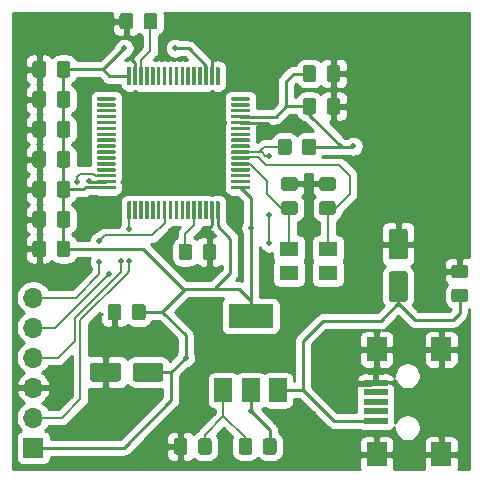
<source format=gbr>
G04 #@! TF.GenerationSoftware,KiCad,Pcbnew,5.1.5-1.fc31*
G04 #@! TF.CreationDate,2020-02-03T08:48:29+01:00*
G04 #@! TF.ProjectId,lab1,6c616231-2e6b-4696-9361-645f70636258,rev?*
G04 #@! TF.SameCoordinates,Original*
G04 #@! TF.FileFunction,Copper,L1,Top*
G04 #@! TF.FilePolarity,Positive*
%FSLAX46Y46*%
G04 Gerber Fmt 4.6, Leading zero omitted, Abs format (unit mm)*
G04 Created by KiCad (PCBNEW 5.1.5-1.fc31) date 2020-02-03 08:48:29*
%MOMM*%
%LPD*%
G04 APERTURE LIST*
%ADD10C,0.100000*%
%ADD11R,2.000000X0.500000*%
%ADD12R,1.700000X2.000000*%
%ADD13R,1.700000X1.700000*%
%ADD14O,1.700000X1.700000*%
%ADD15R,3.800000X2.000000*%
%ADD16R,1.500000X2.000000*%
%ADD17R,1.600000X1.300000*%
%ADD18C,0.500000*%
%ADD19C,0.250000*%
%ADD20C,0.200000*%
%ADD21C,0.254000*%
G04 APERTURE END LIST*
G04 #@! TA.AperFunction,SMDPad,CuDef*
D10*
G36*
X103304505Y-73971204D02*
G01*
X103328773Y-73974804D01*
X103352572Y-73980765D01*
X103375671Y-73989030D01*
X103397850Y-73999520D01*
X103418893Y-74012132D01*
X103438599Y-74026747D01*
X103456777Y-74043223D01*
X103473253Y-74061401D01*
X103487868Y-74081107D01*
X103500480Y-74102150D01*
X103510970Y-74124329D01*
X103519235Y-74147428D01*
X103525196Y-74171227D01*
X103528796Y-74195495D01*
X103530000Y-74219999D01*
X103530000Y-75120001D01*
X103528796Y-75144505D01*
X103525196Y-75168773D01*
X103519235Y-75192572D01*
X103510970Y-75215671D01*
X103500480Y-75237850D01*
X103487868Y-75258893D01*
X103473253Y-75278599D01*
X103456777Y-75296777D01*
X103438599Y-75313253D01*
X103418893Y-75327868D01*
X103397850Y-75340480D01*
X103375671Y-75350970D01*
X103352572Y-75359235D01*
X103328773Y-75365196D01*
X103304505Y-75368796D01*
X103280001Y-75370000D01*
X102629999Y-75370000D01*
X102605495Y-75368796D01*
X102581227Y-75365196D01*
X102557428Y-75359235D01*
X102534329Y-75350970D01*
X102512150Y-75340480D01*
X102491107Y-75327868D01*
X102471401Y-75313253D01*
X102453223Y-75296777D01*
X102436747Y-75278599D01*
X102422132Y-75258893D01*
X102409520Y-75237850D01*
X102399030Y-75215671D01*
X102390765Y-75192572D01*
X102384804Y-75168773D01*
X102381204Y-75144505D01*
X102380000Y-75120001D01*
X102380000Y-74219999D01*
X102381204Y-74195495D01*
X102384804Y-74171227D01*
X102390765Y-74147428D01*
X102399030Y-74124329D01*
X102409520Y-74102150D01*
X102422132Y-74081107D01*
X102436747Y-74061401D01*
X102453223Y-74043223D01*
X102471401Y-74026747D01*
X102491107Y-74012132D01*
X102512150Y-73999520D01*
X102534329Y-73989030D01*
X102557428Y-73980765D01*
X102581227Y-73974804D01*
X102605495Y-73971204D01*
X102629999Y-73970000D01*
X103280001Y-73970000D01*
X103304505Y-73971204D01*
G37*
G04 #@! TD.AperFunction*
G04 #@! TA.AperFunction,SMDPad,CuDef*
G36*
X101254505Y-73971204D02*
G01*
X101278773Y-73974804D01*
X101302572Y-73980765D01*
X101325671Y-73989030D01*
X101347850Y-73999520D01*
X101368893Y-74012132D01*
X101388599Y-74026747D01*
X101406777Y-74043223D01*
X101423253Y-74061401D01*
X101437868Y-74081107D01*
X101450480Y-74102150D01*
X101460970Y-74124329D01*
X101469235Y-74147428D01*
X101475196Y-74171227D01*
X101478796Y-74195495D01*
X101480000Y-74219999D01*
X101480000Y-75120001D01*
X101478796Y-75144505D01*
X101475196Y-75168773D01*
X101469235Y-75192572D01*
X101460970Y-75215671D01*
X101450480Y-75237850D01*
X101437868Y-75258893D01*
X101423253Y-75278599D01*
X101406777Y-75296777D01*
X101388599Y-75313253D01*
X101368893Y-75327868D01*
X101347850Y-75340480D01*
X101325671Y-75350970D01*
X101302572Y-75359235D01*
X101278773Y-75365196D01*
X101254505Y-75368796D01*
X101230001Y-75370000D01*
X100579999Y-75370000D01*
X100555495Y-75368796D01*
X100531227Y-75365196D01*
X100507428Y-75359235D01*
X100484329Y-75350970D01*
X100462150Y-75340480D01*
X100441107Y-75327868D01*
X100421401Y-75313253D01*
X100403223Y-75296777D01*
X100386747Y-75278599D01*
X100372132Y-75258893D01*
X100359520Y-75237850D01*
X100349030Y-75215671D01*
X100340765Y-75192572D01*
X100334804Y-75168773D01*
X100331204Y-75144505D01*
X100330000Y-75120001D01*
X100330000Y-74219999D01*
X100331204Y-74195495D01*
X100334804Y-74171227D01*
X100340765Y-74147428D01*
X100349030Y-74124329D01*
X100359520Y-74102150D01*
X100372132Y-74081107D01*
X100386747Y-74061401D01*
X100403223Y-74043223D01*
X100421401Y-74026747D01*
X100441107Y-74012132D01*
X100462150Y-73999520D01*
X100484329Y-73989030D01*
X100507428Y-73980765D01*
X100531227Y-73974804D01*
X100555495Y-73971204D01*
X100579999Y-73970000D01*
X101230001Y-73970000D01*
X101254505Y-73971204D01*
G37*
G04 #@! TD.AperFunction*
G04 #@! TA.AperFunction,SMDPad,CuDef*
G36*
X101254505Y-71471204D02*
G01*
X101278773Y-71474804D01*
X101302572Y-71480765D01*
X101325671Y-71489030D01*
X101347850Y-71499520D01*
X101368893Y-71512132D01*
X101388599Y-71526747D01*
X101406777Y-71543223D01*
X101423253Y-71561401D01*
X101437868Y-71581107D01*
X101450480Y-71602150D01*
X101460970Y-71624329D01*
X101469235Y-71647428D01*
X101475196Y-71671227D01*
X101478796Y-71695495D01*
X101480000Y-71719999D01*
X101480000Y-72620001D01*
X101478796Y-72644505D01*
X101475196Y-72668773D01*
X101469235Y-72692572D01*
X101460970Y-72715671D01*
X101450480Y-72737850D01*
X101437868Y-72758893D01*
X101423253Y-72778599D01*
X101406777Y-72796777D01*
X101388599Y-72813253D01*
X101368893Y-72827868D01*
X101347850Y-72840480D01*
X101325671Y-72850970D01*
X101302572Y-72859235D01*
X101278773Y-72865196D01*
X101254505Y-72868796D01*
X101230001Y-72870000D01*
X100579999Y-72870000D01*
X100555495Y-72868796D01*
X100531227Y-72865196D01*
X100507428Y-72859235D01*
X100484329Y-72850970D01*
X100462150Y-72840480D01*
X100441107Y-72827868D01*
X100421401Y-72813253D01*
X100403223Y-72796777D01*
X100386747Y-72778599D01*
X100372132Y-72758893D01*
X100359520Y-72737850D01*
X100349030Y-72715671D01*
X100340765Y-72692572D01*
X100334804Y-72668773D01*
X100331204Y-72644505D01*
X100330000Y-72620001D01*
X100330000Y-71719999D01*
X100331204Y-71695495D01*
X100334804Y-71671227D01*
X100340765Y-71647428D01*
X100349030Y-71624329D01*
X100359520Y-71602150D01*
X100372132Y-71581107D01*
X100386747Y-71561401D01*
X100403223Y-71543223D01*
X100421401Y-71526747D01*
X100441107Y-71512132D01*
X100462150Y-71499520D01*
X100484329Y-71489030D01*
X100507428Y-71480765D01*
X100531227Y-71474804D01*
X100555495Y-71471204D01*
X100579999Y-71470000D01*
X101230001Y-71470000D01*
X101254505Y-71471204D01*
G37*
G04 #@! TD.AperFunction*
G04 #@! TA.AperFunction,SMDPad,CuDef*
G36*
X103304505Y-71471204D02*
G01*
X103328773Y-71474804D01*
X103352572Y-71480765D01*
X103375671Y-71489030D01*
X103397850Y-71499520D01*
X103418893Y-71512132D01*
X103438599Y-71526747D01*
X103456777Y-71543223D01*
X103473253Y-71561401D01*
X103487868Y-71581107D01*
X103500480Y-71602150D01*
X103510970Y-71624329D01*
X103519235Y-71647428D01*
X103525196Y-71671227D01*
X103528796Y-71695495D01*
X103530000Y-71719999D01*
X103530000Y-72620001D01*
X103528796Y-72644505D01*
X103525196Y-72668773D01*
X103519235Y-72692572D01*
X103510970Y-72715671D01*
X103500480Y-72737850D01*
X103487868Y-72758893D01*
X103473253Y-72778599D01*
X103456777Y-72796777D01*
X103438599Y-72813253D01*
X103418893Y-72827868D01*
X103397850Y-72840480D01*
X103375671Y-72850970D01*
X103352572Y-72859235D01*
X103328773Y-72865196D01*
X103304505Y-72868796D01*
X103280001Y-72870000D01*
X102629999Y-72870000D01*
X102605495Y-72868796D01*
X102581227Y-72865196D01*
X102557428Y-72859235D01*
X102534329Y-72850970D01*
X102512150Y-72840480D01*
X102491107Y-72827868D01*
X102471401Y-72813253D01*
X102453223Y-72796777D01*
X102436747Y-72778599D01*
X102422132Y-72758893D01*
X102409520Y-72737850D01*
X102399030Y-72715671D01*
X102390765Y-72692572D01*
X102384804Y-72668773D01*
X102381204Y-72644505D01*
X102380000Y-72620001D01*
X102380000Y-71719999D01*
X102381204Y-71695495D01*
X102384804Y-71671227D01*
X102390765Y-71647428D01*
X102399030Y-71624329D01*
X102409520Y-71602150D01*
X102422132Y-71581107D01*
X102436747Y-71561401D01*
X102453223Y-71543223D01*
X102471401Y-71526747D01*
X102491107Y-71512132D01*
X102512150Y-71499520D01*
X102534329Y-71489030D01*
X102557428Y-71480765D01*
X102581227Y-71474804D01*
X102605495Y-71471204D01*
X102629999Y-71470000D01*
X103280001Y-71470000D01*
X103304505Y-71471204D01*
G37*
G04 #@! TD.AperFunction*
G04 #@! TA.AperFunction,SMDPad,CuDef*
G36*
X103304505Y-68931204D02*
G01*
X103328773Y-68934804D01*
X103352572Y-68940765D01*
X103375671Y-68949030D01*
X103397850Y-68959520D01*
X103418893Y-68972132D01*
X103438599Y-68986747D01*
X103456777Y-69003223D01*
X103473253Y-69021401D01*
X103487868Y-69041107D01*
X103500480Y-69062150D01*
X103510970Y-69084329D01*
X103519235Y-69107428D01*
X103525196Y-69131227D01*
X103528796Y-69155495D01*
X103530000Y-69179999D01*
X103530000Y-70080001D01*
X103528796Y-70104505D01*
X103525196Y-70128773D01*
X103519235Y-70152572D01*
X103510970Y-70175671D01*
X103500480Y-70197850D01*
X103487868Y-70218893D01*
X103473253Y-70238599D01*
X103456777Y-70256777D01*
X103438599Y-70273253D01*
X103418893Y-70287868D01*
X103397850Y-70300480D01*
X103375671Y-70310970D01*
X103352572Y-70319235D01*
X103328773Y-70325196D01*
X103304505Y-70328796D01*
X103280001Y-70330000D01*
X102629999Y-70330000D01*
X102605495Y-70328796D01*
X102581227Y-70325196D01*
X102557428Y-70319235D01*
X102534329Y-70310970D01*
X102512150Y-70300480D01*
X102491107Y-70287868D01*
X102471401Y-70273253D01*
X102453223Y-70256777D01*
X102436747Y-70238599D01*
X102422132Y-70218893D01*
X102409520Y-70197850D01*
X102399030Y-70175671D01*
X102390765Y-70152572D01*
X102384804Y-70128773D01*
X102381204Y-70104505D01*
X102380000Y-70080001D01*
X102380000Y-69179999D01*
X102381204Y-69155495D01*
X102384804Y-69131227D01*
X102390765Y-69107428D01*
X102399030Y-69084329D01*
X102409520Y-69062150D01*
X102422132Y-69041107D01*
X102436747Y-69021401D01*
X102453223Y-69003223D01*
X102471401Y-68986747D01*
X102491107Y-68972132D01*
X102512150Y-68959520D01*
X102534329Y-68949030D01*
X102557428Y-68940765D01*
X102581227Y-68934804D01*
X102605495Y-68931204D01*
X102629999Y-68930000D01*
X103280001Y-68930000D01*
X103304505Y-68931204D01*
G37*
G04 #@! TD.AperFunction*
G04 #@! TA.AperFunction,SMDPad,CuDef*
G36*
X101254505Y-68931204D02*
G01*
X101278773Y-68934804D01*
X101302572Y-68940765D01*
X101325671Y-68949030D01*
X101347850Y-68959520D01*
X101368893Y-68972132D01*
X101388599Y-68986747D01*
X101406777Y-69003223D01*
X101423253Y-69021401D01*
X101437868Y-69041107D01*
X101450480Y-69062150D01*
X101460970Y-69084329D01*
X101469235Y-69107428D01*
X101475196Y-69131227D01*
X101478796Y-69155495D01*
X101480000Y-69179999D01*
X101480000Y-70080001D01*
X101478796Y-70104505D01*
X101475196Y-70128773D01*
X101469235Y-70152572D01*
X101460970Y-70175671D01*
X101450480Y-70197850D01*
X101437868Y-70218893D01*
X101423253Y-70238599D01*
X101406777Y-70256777D01*
X101388599Y-70273253D01*
X101368893Y-70287868D01*
X101347850Y-70300480D01*
X101325671Y-70310970D01*
X101302572Y-70319235D01*
X101278773Y-70325196D01*
X101254505Y-70328796D01*
X101230001Y-70330000D01*
X100579999Y-70330000D01*
X100555495Y-70328796D01*
X100531227Y-70325196D01*
X100507428Y-70319235D01*
X100484329Y-70310970D01*
X100462150Y-70300480D01*
X100441107Y-70287868D01*
X100421401Y-70273253D01*
X100403223Y-70256777D01*
X100386747Y-70238599D01*
X100372132Y-70218893D01*
X100359520Y-70197850D01*
X100349030Y-70175671D01*
X100340765Y-70152572D01*
X100334804Y-70128773D01*
X100331204Y-70104505D01*
X100330000Y-70080001D01*
X100330000Y-69179999D01*
X100331204Y-69155495D01*
X100334804Y-69131227D01*
X100340765Y-69107428D01*
X100349030Y-69084329D01*
X100359520Y-69062150D01*
X100372132Y-69041107D01*
X100386747Y-69021401D01*
X100403223Y-69003223D01*
X100421401Y-68986747D01*
X100441107Y-68972132D01*
X100462150Y-68959520D01*
X100484329Y-68949030D01*
X100507428Y-68940765D01*
X100531227Y-68934804D01*
X100555495Y-68931204D01*
X100579999Y-68930000D01*
X101230001Y-68930000D01*
X101254505Y-68931204D01*
G37*
G04 #@! TD.AperFunction*
G04 #@! TA.AperFunction,SMDPad,CuDef*
G36*
X101254505Y-66391204D02*
G01*
X101278773Y-66394804D01*
X101302572Y-66400765D01*
X101325671Y-66409030D01*
X101347850Y-66419520D01*
X101368893Y-66432132D01*
X101388599Y-66446747D01*
X101406777Y-66463223D01*
X101423253Y-66481401D01*
X101437868Y-66501107D01*
X101450480Y-66522150D01*
X101460970Y-66544329D01*
X101469235Y-66567428D01*
X101475196Y-66591227D01*
X101478796Y-66615495D01*
X101480000Y-66639999D01*
X101480000Y-67540001D01*
X101478796Y-67564505D01*
X101475196Y-67588773D01*
X101469235Y-67612572D01*
X101460970Y-67635671D01*
X101450480Y-67657850D01*
X101437868Y-67678893D01*
X101423253Y-67698599D01*
X101406777Y-67716777D01*
X101388599Y-67733253D01*
X101368893Y-67747868D01*
X101347850Y-67760480D01*
X101325671Y-67770970D01*
X101302572Y-67779235D01*
X101278773Y-67785196D01*
X101254505Y-67788796D01*
X101230001Y-67790000D01*
X100579999Y-67790000D01*
X100555495Y-67788796D01*
X100531227Y-67785196D01*
X100507428Y-67779235D01*
X100484329Y-67770970D01*
X100462150Y-67760480D01*
X100441107Y-67747868D01*
X100421401Y-67733253D01*
X100403223Y-67716777D01*
X100386747Y-67698599D01*
X100372132Y-67678893D01*
X100359520Y-67657850D01*
X100349030Y-67635671D01*
X100340765Y-67612572D01*
X100334804Y-67588773D01*
X100331204Y-67564505D01*
X100330000Y-67540001D01*
X100330000Y-66639999D01*
X100331204Y-66615495D01*
X100334804Y-66591227D01*
X100340765Y-66567428D01*
X100349030Y-66544329D01*
X100359520Y-66522150D01*
X100372132Y-66501107D01*
X100386747Y-66481401D01*
X100403223Y-66463223D01*
X100421401Y-66446747D01*
X100441107Y-66432132D01*
X100462150Y-66419520D01*
X100484329Y-66409030D01*
X100507428Y-66400765D01*
X100531227Y-66394804D01*
X100555495Y-66391204D01*
X100579999Y-66390000D01*
X101230001Y-66390000D01*
X101254505Y-66391204D01*
G37*
G04 #@! TD.AperFunction*
G04 #@! TA.AperFunction,SMDPad,CuDef*
G36*
X103304505Y-66391204D02*
G01*
X103328773Y-66394804D01*
X103352572Y-66400765D01*
X103375671Y-66409030D01*
X103397850Y-66419520D01*
X103418893Y-66432132D01*
X103438599Y-66446747D01*
X103456777Y-66463223D01*
X103473253Y-66481401D01*
X103487868Y-66501107D01*
X103500480Y-66522150D01*
X103510970Y-66544329D01*
X103519235Y-66567428D01*
X103525196Y-66591227D01*
X103528796Y-66615495D01*
X103530000Y-66639999D01*
X103530000Y-67540001D01*
X103528796Y-67564505D01*
X103525196Y-67588773D01*
X103519235Y-67612572D01*
X103510970Y-67635671D01*
X103500480Y-67657850D01*
X103487868Y-67678893D01*
X103473253Y-67698599D01*
X103456777Y-67716777D01*
X103438599Y-67733253D01*
X103418893Y-67747868D01*
X103397850Y-67760480D01*
X103375671Y-67770970D01*
X103352572Y-67779235D01*
X103328773Y-67785196D01*
X103304505Y-67788796D01*
X103280001Y-67790000D01*
X102629999Y-67790000D01*
X102605495Y-67788796D01*
X102581227Y-67785196D01*
X102557428Y-67779235D01*
X102534329Y-67770970D01*
X102512150Y-67760480D01*
X102491107Y-67747868D01*
X102471401Y-67733253D01*
X102453223Y-67716777D01*
X102436747Y-67698599D01*
X102422132Y-67678893D01*
X102409520Y-67657850D01*
X102399030Y-67635671D01*
X102390765Y-67612572D01*
X102384804Y-67588773D01*
X102381204Y-67564505D01*
X102380000Y-67540001D01*
X102380000Y-66639999D01*
X102381204Y-66615495D01*
X102384804Y-66591227D01*
X102390765Y-66567428D01*
X102399030Y-66544329D01*
X102409520Y-66522150D01*
X102422132Y-66501107D01*
X102436747Y-66481401D01*
X102453223Y-66463223D01*
X102471401Y-66446747D01*
X102491107Y-66432132D01*
X102512150Y-66419520D01*
X102534329Y-66409030D01*
X102557428Y-66400765D01*
X102581227Y-66394804D01*
X102605495Y-66391204D01*
X102629999Y-66390000D01*
X103280001Y-66390000D01*
X103304505Y-66391204D01*
G37*
G04 #@! TD.AperFunction*
G04 #@! TA.AperFunction,SMDPad,CuDef*
G36*
X103304505Y-63851204D02*
G01*
X103328773Y-63854804D01*
X103352572Y-63860765D01*
X103375671Y-63869030D01*
X103397850Y-63879520D01*
X103418893Y-63892132D01*
X103438599Y-63906747D01*
X103456777Y-63923223D01*
X103473253Y-63941401D01*
X103487868Y-63961107D01*
X103500480Y-63982150D01*
X103510970Y-64004329D01*
X103519235Y-64027428D01*
X103525196Y-64051227D01*
X103528796Y-64075495D01*
X103530000Y-64099999D01*
X103530000Y-65000001D01*
X103528796Y-65024505D01*
X103525196Y-65048773D01*
X103519235Y-65072572D01*
X103510970Y-65095671D01*
X103500480Y-65117850D01*
X103487868Y-65138893D01*
X103473253Y-65158599D01*
X103456777Y-65176777D01*
X103438599Y-65193253D01*
X103418893Y-65207868D01*
X103397850Y-65220480D01*
X103375671Y-65230970D01*
X103352572Y-65239235D01*
X103328773Y-65245196D01*
X103304505Y-65248796D01*
X103280001Y-65250000D01*
X102629999Y-65250000D01*
X102605495Y-65248796D01*
X102581227Y-65245196D01*
X102557428Y-65239235D01*
X102534329Y-65230970D01*
X102512150Y-65220480D01*
X102491107Y-65207868D01*
X102471401Y-65193253D01*
X102453223Y-65176777D01*
X102436747Y-65158599D01*
X102422132Y-65138893D01*
X102409520Y-65117850D01*
X102399030Y-65095671D01*
X102390765Y-65072572D01*
X102384804Y-65048773D01*
X102381204Y-65024505D01*
X102380000Y-65000001D01*
X102380000Y-64099999D01*
X102381204Y-64075495D01*
X102384804Y-64051227D01*
X102390765Y-64027428D01*
X102399030Y-64004329D01*
X102409520Y-63982150D01*
X102422132Y-63961107D01*
X102436747Y-63941401D01*
X102453223Y-63923223D01*
X102471401Y-63906747D01*
X102491107Y-63892132D01*
X102512150Y-63879520D01*
X102534329Y-63869030D01*
X102557428Y-63860765D01*
X102581227Y-63854804D01*
X102605495Y-63851204D01*
X102629999Y-63850000D01*
X103280001Y-63850000D01*
X103304505Y-63851204D01*
G37*
G04 #@! TD.AperFunction*
G04 #@! TA.AperFunction,SMDPad,CuDef*
G36*
X101254505Y-63851204D02*
G01*
X101278773Y-63854804D01*
X101302572Y-63860765D01*
X101325671Y-63869030D01*
X101347850Y-63879520D01*
X101368893Y-63892132D01*
X101388599Y-63906747D01*
X101406777Y-63923223D01*
X101423253Y-63941401D01*
X101437868Y-63961107D01*
X101450480Y-63982150D01*
X101460970Y-64004329D01*
X101469235Y-64027428D01*
X101475196Y-64051227D01*
X101478796Y-64075495D01*
X101480000Y-64099999D01*
X101480000Y-65000001D01*
X101478796Y-65024505D01*
X101475196Y-65048773D01*
X101469235Y-65072572D01*
X101460970Y-65095671D01*
X101450480Y-65117850D01*
X101437868Y-65138893D01*
X101423253Y-65158599D01*
X101406777Y-65176777D01*
X101388599Y-65193253D01*
X101368893Y-65207868D01*
X101347850Y-65220480D01*
X101325671Y-65230970D01*
X101302572Y-65239235D01*
X101278773Y-65245196D01*
X101254505Y-65248796D01*
X101230001Y-65250000D01*
X100579999Y-65250000D01*
X100555495Y-65248796D01*
X100531227Y-65245196D01*
X100507428Y-65239235D01*
X100484329Y-65230970D01*
X100462150Y-65220480D01*
X100441107Y-65207868D01*
X100421401Y-65193253D01*
X100403223Y-65176777D01*
X100386747Y-65158599D01*
X100372132Y-65138893D01*
X100359520Y-65117850D01*
X100349030Y-65095671D01*
X100340765Y-65072572D01*
X100334804Y-65048773D01*
X100331204Y-65024505D01*
X100330000Y-65000001D01*
X100330000Y-64099999D01*
X100331204Y-64075495D01*
X100334804Y-64051227D01*
X100340765Y-64027428D01*
X100349030Y-64004329D01*
X100359520Y-63982150D01*
X100372132Y-63961107D01*
X100386747Y-63941401D01*
X100403223Y-63923223D01*
X100421401Y-63906747D01*
X100441107Y-63892132D01*
X100462150Y-63879520D01*
X100484329Y-63869030D01*
X100507428Y-63860765D01*
X100531227Y-63854804D01*
X100555495Y-63851204D01*
X100579999Y-63850000D01*
X101230001Y-63850000D01*
X101254505Y-63851204D01*
G37*
G04 #@! TD.AperFunction*
G04 #@! TA.AperFunction,SMDPad,CuDef*
G36*
X101254505Y-61311204D02*
G01*
X101278773Y-61314804D01*
X101302572Y-61320765D01*
X101325671Y-61329030D01*
X101347850Y-61339520D01*
X101368893Y-61352132D01*
X101388599Y-61366747D01*
X101406777Y-61383223D01*
X101423253Y-61401401D01*
X101437868Y-61421107D01*
X101450480Y-61442150D01*
X101460970Y-61464329D01*
X101469235Y-61487428D01*
X101475196Y-61511227D01*
X101478796Y-61535495D01*
X101480000Y-61559999D01*
X101480000Y-62460001D01*
X101478796Y-62484505D01*
X101475196Y-62508773D01*
X101469235Y-62532572D01*
X101460970Y-62555671D01*
X101450480Y-62577850D01*
X101437868Y-62598893D01*
X101423253Y-62618599D01*
X101406777Y-62636777D01*
X101388599Y-62653253D01*
X101368893Y-62667868D01*
X101347850Y-62680480D01*
X101325671Y-62690970D01*
X101302572Y-62699235D01*
X101278773Y-62705196D01*
X101254505Y-62708796D01*
X101230001Y-62710000D01*
X100579999Y-62710000D01*
X100555495Y-62708796D01*
X100531227Y-62705196D01*
X100507428Y-62699235D01*
X100484329Y-62690970D01*
X100462150Y-62680480D01*
X100441107Y-62667868D01*
X100421401Y-62653253D01*
X100403223Y-62636777D01*
X100386747Y-62618599D01*
X100372132Y-62598893D01*
X100359520Y-62577850D01*
X100349030Y-62555671D01*
X100340765Y-62532572D01*
X100334804Y-62508773D01*
X100331204Y-62484505D01*
X100330000Y-62460001D01*
X100330000Y-61559999D01*
X100331204Y-61535495D01*
X100334804Y-61511227D01*
X100340765Y-61487428D01*
X100349030Y-61464329D01*
X100359520Y-61442150D01*
X100372132Y-61421107D01*
X100386747Y-61401401D01*
X100403223Y-61383223D01*
X100421401Y-61366747D01*
X100441107Y-61352132D01*
X100462150Y-61339520D01*
X100484329Y-61329030D01*
X100507428Y-61320765D01*
X100531227Y-61314804D01*
X100555495Y-61311204D01*
X100579999Y-61310000D01*
X101230001Y-61310000D01*
X101254505Y-61311204D01*
G37*
G04 #@! TD.AperFunction*
G04 #@! TA.AperFunction,SMDPad,CuDef*
G36*
X103304505Y-61311204D02*
G01*
X103328773Y-61314804D01*
X103352572Y-61320765D01*
X103375671Y-61329030D01*
X103397850Y-61339520D01*
X103418893Y-61352132D01*
X103438599Y-61366747D01*
X103456777Y-61383223D01*
X103473253Y-61401401D01*
X103487868Y-61421107D01*
X103500480Y-61442150D01*
X103510970Y-61464329D01*
X103519235Y-61487428D01*
X103525196Y-61511227D01*
X103528796Y-61535495D01*
X103530000Y-61559999D01*
X103530000Y-62460001D01*
X103528796Y-62484505D01*
X103525196Y-62508773D01*
X103519235Y-62532572D01*
X103510970Y-62555671D01*
X103500480Y-62577850D01*
X103487868Y-62598893D01*
X103473253Y-62618599D01*
X103456777Y-62636777D01*
X103438599Y-62653253D01*
X103418893Y-62667868D01*
X103397850Y-62680480D01*
X103375671Y-62690970D01*
X103352572Y-62699235D01*
X103328773Y-62705196D01*
X103304505Y-62708796D01*
X103280001Y-62710000D01*
X102629999Y-62710000D01*
X102605495Y-62708796D01*
X102581227Y-62705196D01*
X102557428Y-62699235D01*
X102534329Y-62690970D01*
X102512150Y-62680480D01*
X102491107Y-62667868D01*
X102471401Y-62653253D01*
X102453223Y-62636777D01*
X102436747Y-62618599D01*
X102422132Y-62598893D01*
X102409520Y-62577850D01*
X102399030Y-62555671D01*
X102390765Y-62532572D01*
X102384804Y-62508773D01*
X102381204Y-62484505D01*
X102380000Y-62460001D01*
X102380000Y-61559999D01*
X102381204Y-61535495D01*
X102384804Y-61511227D01*
X102390765Y-61487428D01*
X102399030Y-61464329D01*
X102409520Y-61442150D01*
X102422132Y-61421107D01*
X102436747Y-61401401D01*
X102453223Y-61383223D01*
X102471401Y-61366747D01*
X102491107Y-61352132D01*
X102512150Y-61339520D01*
X102534329Y-61329030D01*
X102557428Y-61320765D01*
X102581227Y-61314804D01*
X102605495Y-61311204D01*
X102629999Y-61310000D01*
X103280001Y-61310000D01*
X103304505Y-61311204D01*
G37*
G04 #@! TD.AperFunction*
G04 #@! TA.AperFunction,SMDPad,CuDef*
G36*
X103304505Y-58771204D02*
G01*
X103328773Y-58774804D01*
X103352572Y-58780765D01*
X103375671Y-58789030D01*
X103397850Y-58799520D01*
X103418893Y-58812132D01*
X103438599Y-58826747D01*
X103456777Y-58843223D01*
X103473253Y-58861401D01*
X103487868Y-58881107D01*
X103500480Y-58902150D01*
X103510970Y-58924329D01*
X103519235Y-58947428D01*
X103525196Y-58971227D01*
X103528796Y-58995495D01*
X103530000Y-59019999D01*
X103530000Y-59920001D01*
X103528796Y-59944505D01*
X103525196Y-59968773D01*
X103519235Y-59992572D01*
X103510970Y-60015671D01*
X103500480Y-60037850D01*
X103487868Y-60058893D01*
X103473253Y-60078599D01*
X103456777Y-60096777D01*
X103438599Y-60113253D01*
X103418893Y-60127868D01*
X103397850Y-60140480D01*
X103375671Y-60150970D01*
X103352572Y-60159235D01*
X103328773Y-60165196D01*
X103304505Y-60168796D01*
X103280001Y-60170000D01*
X102629999Y-60170000D01*
X102605495Y-60168796D01*
X102581227Y-60165196D01*
X102557428Y-60159235D01*
X102534329Y-60150970D01*
X102512150Y-60140480D01*
X102491107Y-60127868D01*
X102471401Y-60113253D01*
X102453223Y-60096777D01*
X102436747Y-60078599D01*
X102422132Y-60058893D01*
X102409520Y-60037850D01*
X102399030Y-60015671D01*
X102390765Y-59992572D01*
X102384804Y-59968773D01*
X102381204Y-59944505D01*
X102380000Y-59920001D01*
X102380000Y-59019999D01*
X102381204Y-58995495D01*
X102384804Y-58971227D01*
X102390765Y-58947428D01*
X102399030Y-58924329D01*
X102409520Y-58902150D01*
X102422132Y-58881107D01*
X102436747Y-58861401D01*
X102453223Y-58843223D01*
X102471401Y-58826747D01*
X102491107Y-58812132D01*
X102512150Y-58799520D01*
X102534329Y-58789030D01*
X102557428Y-58780765D01*
X102581227Y-58774804D01*
X102605495Y-58771204D01*
X102629999Y-58770000D01*
X103280001Y-58770000D01*
X103304505Y-58771204D01*
G37*
G04 #@! TD.AperFunction*
G04 #@! TA.AperFunction,SMDPad,CuDef*
G36*
X101254505Y-58771204D02*
G01*
X101278773Y-58774804D01*
X101302572Y-58780765D01*
X101325671Y-58789030D01*
X101347850Y-58799520D01*
X101368893Y-58812132D01*
X101388599Y-58826747D01*
X101406777Y-58843223D01*
X101423253Y-58861401D01*
X101437868Y-58881107D01*
X101450480Y-58902150D01*
X101460970Y-58924329D01*
X101469235Y-58947428D01*
X101475196Y-58971227D01*
X101478796Y-58995495D01*
X101480000Y-59019999D01*
X101480000Y-59920001D01*
X101478796Y-59944505D01*
X101475196Y-59968773D01*
X101469235Y-59992572D01*
X101460970Y-60015671D01*
X101450480Y-60037850D01*
X101437868Y-60058893D01*
X101423253Y-60078599D01*
X101406777Y-60096777D01*
X101388599Y-60113253D01*
X101368893Y-60127868D01*
X101347850Y-60140480D01*
X101325671Y-60150970D01*
X101302572Y-60159235D01*
X101278773Y-60165196D01*
X101254505Y-60168796D01*
X101230001Y-60170000D01*
X100579999Y-60170000D01*
X100555495Y-60168796D01*
X100531227Y-60165196D01*
X100507428Y-60159235D01*
X100484329Y-60150970D01*
X100462150Y-60140480D01*
X100441107Y-60127868D01*
X100421401Y-60113253D01*
X100403223Y-60096777D01*
X100386747Y-60078599D01*
X100372132Y-60058893D01*
X100359520Y-60037850D01*
X100349030Y-60015671D01*
X100340765Y-59992572D01*
X100334804Y-59968773D01*
X100331204Y-59944505D01*
X100330000Y-59920001D01*
X100330000Y-59019999D01*
X100331204Y-58995495D01*
X100334804Y-58971227D01*
X100340765Y-58947428D01*
X100349030Y-58924329D01*
X100359520Y-58902150D01*
X100372132Y-58881107D01*
X100386747Y-58861401D01*
X100403223Y-58843223D01*
X100421401Y-58826747D01*
X100441107Y-58812132D01*
X100462150Y-58799520D01*
X100484329Y-58789030D01*
X100507428Y-58780765D01*
X100531227Y-58774804D01*
X100555495Y-58771204D01*
X100579999Y-58770000D01*
X101230001Y-58770000D01*
X101254505Y-58771204D01*
G37*
G04 #@! TD.AperFunction*
G04 #@! TA.AperFunction,SMDPad,CuDef*
G36*
X122574505Y-68601204D02*
G01*
X122598773Y-68604804D01*
X122622572Y-68610765D01*
X122645671Y-68619030D01*
X122667850Y-68629520D01*
X122688893Y-68642132D01*
X122708599Y-68656747D01*
X122726777Y-68673223D01*
X122743253Y-68691401D01*
X122757868Y-68711107D01*
X122770480Y-68732150D01*
X122780970Y-68754329D01*
X122789235Y-68777428D01*
X122795196Y-68801227D01*
X122798796Y-68825495D01*
X122800000Y-68849999D01*
X122800000Y-69500001D01*
X122798796Y-69524505D01*
X122795196Y-69548773D01*
X122789235Y-69572572D01*
X122780970Y-69595671D01*
X122770480Y-69617850D01*
X122757868Y-69638893D01*
X122743253Y-69658599D01*
X122726777Y-69676777D01*
X122708599Y-69693253D01*
X122688893Y-69707868D01*
X122667850Y-69720480D01*
X122645671Y-69730970D01*
X122622572Y-69739235D01*
X122598773Y-69745196D01*
X122574505Y-69748796D01*
X122550001Y-69750000D01*
X121649999Y-69750000D01*
X121625495Y-69748796D01*
X121601227Y-69745196D01*
X121577428Y-69739235D01*
X121554329Y-69730970D01*
X121532150Y-69720480D01*
X121511107Y-69707868D01*
X121491401Y-69693253D01*
X121473223Y-69676777D01*
X121456747Y-69658599D01*
X121442132Y-69638893D01*
X121429520Y-69617850D01*
X121419030Y-69595671D01*
X121410765Y-69572572D01*
X121404804Y-69548773D01*
X121401204Y-69524505D01*
X121400000Y-69500001D01*
X121400000Y-68849999D01*
X121401204Y-68825495D01*
X121404804Y-68801227D01*
X121410765Y-68777428D01*
X121419030Y-68754329D01*
X121429520Y-68732150D01*
X121442132Y-68711107D01*
X121456747Y-68691401D01*
X121473223Y-68673223D01*
X121491401Y-68656747D01*
X121511107Y-68642132D01*
X121532150Y-68629520D01*
X121554329Y-68619030D01*
X121577428Y-68610765D01*
X121601227Y-68604804D01*
X121625495Y-68601204D01*
X121649999Y-68600000D01*
X122550001Y-68600000D01*
X122574505Y-68601204D01*
G37*
G04 #@! TD.AperFunction*
G04 #@! TA.AperFunction,SMDPad,CuDef*
G36*
X122574505Y-70651204D02*
G01*
X122598773Y-70654804D01*
X122622572Y-70660765D01*
X122645671Y-70669030D01*
X122667850Y-70679520D01*
X122688893Y-70692132D01*
X122708599Y-70706747D01*
X122726777Y-70723223D01*
X122743253Y-70741401D01*
X122757868Y-70761107D01*
X122770480Y-70782150D01*
X122780970Y-70804329D01*
X122789235Y-70827428D01*
X122795196Y-70851227D01*
X122798796Y-70875495D01*
X122800000Y-70899999D01*
X122800000Y-71550001D01*
X122798796Y-71574505D01*
X122795196Y-71598773D01*
X122789235Y-71622572D01*
X122780970Y-71645671D01*
X122770480Y-71667850D01*
X122757868Y-71688893D01*
X122743253Y-71708599D01*
X122726777Y-71726777D01*
X122708599Y-71743253D01*
X122688893Y-71757868D01*
X122667850Y-71770480D01*
X122645671Y-71780970D01*
X122622572Y-71789235D01*
X122598773Y-71795196D01*
X122574505Y-71798796D01*
X122550001Y-71800000D01*
X121649999Y-71800000D01*
X121625495Y-71798796D01*
X121601227Y-71795196D01*
X121577428Y-71789235D01*
X121554329Y-71780970D01*
X121532150Y-71770480D01*
X121511107Y-71757868D01*
X121491401Y-71743253D01*
X121473223Y-71726777D01*
X121456747Y-71708599D01*
X121442132Y-71688893D01*
X121429520Y-71667850D01*
X121419030Y-71645671D01*
X121410765Y-71622572D01*
X121404804Y-71598773D01*
X121401204Y-71574505D01*
X121400000Y-71550001D01*
X121400000Y-70899999D01*
X121401204Y-70875495D01*
X121404804Y-70851227D01*
X121410765Y-70827428D01*
X121419030Y-70804329D01*
X121429520Y-70782150D01*
X121442132Y-70761107D01*
X121456747Y-70741401D01*
X121473223Y-70723223D01*
X121491401Y-70706747D01*
X121511107Y-70692132D01*
X121532150Y-70679520D01*
X121554329Y-70669030D01*
X121577428Y-70660765D01*
X121601227Y-70654804D01*
X121625495Y-70651204D01*
X121649999Y-70650000D01*
X122550001Y-70650000D01*
X122574505Y-70651204D01*
G37*
G04 #@! TD.AperFunction*
G04 #@! TA.AperFunction,SMDPad,CuDef*
G36*
X125774505Y-70651204D02*
G01*
X125798773Y-70654804D01*
X125822572Y-70660765D01*
X125845671Y-70669030D01*
X125867850Y-70679520D01*
X125888893Y-70692132D01*
X125908599Y-70706747D01*
X125926777Y-70723223D01*
X125943253Y-70741401D01*
X125957868Y-70761107D01*
X125970480Y-70782150D01*
X125980970Y-70804329D01*
X125989235Y-70827428D01*
X125995196Y-70851227D01*
X125998796Y-70875495D01*
X126000000Y-70899999D01*
X126000000Y-71550001D01*
X125998796Y-71574505D01*
X125995196Y-71598773D01*
X125989235Y-71622572D01*
X125980970Y-71645671D01*
X125970480Y-71667850D01*
X125957868Y-71688893D01*
X125943253Y-71708599D01*
X125926777Y-71726777D01*
X125908599Y-71743253D01*
X125888893Y-71757868D01*
X125867850Y-71770480D01*
X125845671Y-71780970D01*
X125822572Y-71789235D01*
X125798773Y-71795196D01*
X125774505Y-71798796D01*
X125750001Y-71800000D01*
X124849999Y-71800000D01*
X124825495Y-71798796D01*
X124801227Y-71795196D01*
X124777428Y-71789235D01*
X124754329Y-71780970D01*
X124732150Y-71770480D01*
X124711107Y-71757868D01*
X124691401Y-71743253D01*
X124673223Y-71726777D01*
X124656747Y-71708599D01*
X124642132Y-71688893D01*
X124629520Y-71667850D01*
X124619030Y-71645671D01*
X124610765Y-71622572D01*
X124604804Y-71598773D01*
X124601204Y-71574505D01*
X124600000Y-71550001D01*
X124600000Y-70899999D01*
X124601204Y-70875495D01*
X124604804Y-70851227D01*
X124610765Y-70827428D01*
X124619030Y-70804329D01*
X124629520Y-70782150D01*
X124642132Y-70761107D01*
X124656747Y-70741401D01*
X124673223Y-70723223D01*
X124691401Y-70706747D01*
X124711107Y-70692132D01*
X124732150Y-70679520D01*
X124754329Y-70669030D01*
X124777428Y-70660765D01*
X124801227Y-70654804D01*
X124825495Y-70651204D01*
X124849999Y-70650000D01*
X125750001Y-70650000D01*
X125774505Y-70651204D01*
G37*
G04 #@! TD.AperFunction*
G04 #@! TA.AperFunction,SMDPad,CuDef*
G36*
X125774505Y-68601204D02*
G01*
X125798773Y-68604804D01*
X125822572Y-68610765D01*
X125845671Y-68619030D01*
X125867850Y-68629520D01*
X125888893Y-68642132D01*
X125908599Y-68656747D01*
X125926777Y-68673223D01*
X125943253Y-68691401D01*
X125957868Y-68711107D01*
X125970480Y-68732150D01*
X125980970Y-68754329D01*
X125989235Y-68777428D01*
X125995196Y-68801227D01*
X125998796Y-68825495D01*
X126000000Y-68849999D01*
X126000000Y-69500001D01*
X125998796Y-69524505D01*
X125995196Y-69548773D01*
X125989235Y-69572572D01*
X125980970Y-69595671D01*
X125970480Y-69617850D01*
X125957868Y-69638893D01*
X125943253Y-69658599D01*
X125926777Y-69676777D01*
X125908599Y-69693253D01*
X125888893Y-69707868D01*
X125867850Y-69720480D01*
X125845671Y-69730970D01*
X125822572Y-69739235D01*
X125798773Y-69745196D01*
X125774505Y-69748796D01*
X125750001Y-69750000D01*
X124849999Y-69750000D01*
X124825495Y-69748796D01*
X124801227Y-69745196D01*
X124777428Y-69739235D01*
X124754329Y-69730970D01*
X124732150Y-69720480D01*
X124711107Y-69707868D01*
X124691401Y-69693253D01*
X124673223Y-69676777D01*
X124656747Y-69658599D01*
X124642132Y-69638893D01*
X124629520Y-69617850D01*
X124619030Y-69595671D01*
X124610765Y-69572572D01*
X124604804Y-69548773D01*
X124601204Y-69524505D01*
X124600000Y-69500001D01*
X124600000Y-68849999D01*
X124601204Y-68825495D01*
X124604804Y-68801227D01*
X124610765Y-68777428D01*
X124619030Y-68754329D01*
X124629520Y-68732150D01*
X124642132Y-68711107D01*
X124656747Y-68691401D01*
X124673223Y-68673223D01*
X124691401Y-68656747D01*
X124711107Y-68642132D01*
X124732150Y-68629520D01*
X124754329Y-68619030D01*
X124777428Y-68610765D01*
X124801227Y-68604804D01*
X124825495Y-68601204D01*
X124849999Y-68600000D01*
X125750001Y-68600000D01*
X125774505Y-68601204D01*
G37*
G04 #@! TD.AperFunction*
G04 #@! TA.AperFunction,SMDPad,CuDef*
G36*
X126174505Y-59131204D02*
G01*
X126198773Y-59134804D01*
X126222572Y-59140765D01*
X126245671Y-59149030D01*
X126267850Y-59159520D01*
X126288893Y-59172132D01*
X126308599Y-59186747D01*
X126326777Y-59203223D01*
X126343253Y-59221401D01*
X126357868Y-59241107D01*
X126370480Y-59262150D01*
X126380970Y-59284329D01*
X126389235Y-59307428D01*
X126395196Y-59331227D01*
X126398796Y-59355495D01*
X126400000Y-59379999D01*
X126400000Y-60280001D01*
X126398796Y-60304505D01*
X126395196Y-60328773D01*
X126389235Y-60352572D01*
X126380970Y-60375671D01*
X126370480Y-60397850D01*
X126357868Y-60418893D01*
X126343253Y-60438599D01*
X126326777Y-60456777D01*
X126308599Y-60473253D01*
X126288893Y-60487868D01*
X126267850Y-60500480D01*
X126245671Y-60510970D01*
X126222572Y-60519235D01*
X126198773Y-60525196D01*
X126174505Y-60528796D01*
X126150001Y-60530000D01*
X125499999Y-60530000D01*
X125475495Y-60528796D01*
X125451227Y-60525196D01*
X125427428Y-60519235D01*
X125404329Y-60510970D01*
X125382150Y-60500480D01*
X125361107Y-60487868D01*
X125341401Y-60473253D01*
X125323223Y-60456777D01*
X125306747Y-60438599D01*
X125292132Y-60418893D01*
X125279520Y-60397850D01*
X125269030Y-60375671D01*
X125260765Y-60352572D01*
X125254804Y-60328773D01*
X125251204Y-60304505D01*
X125250000Y-60280001D01*
X125250000Y-59379999D01*
X125251204Y-59355495D01*
X125254804Y-59331227D01*
X125260765Y-59307428D01*
X125269030Y-59284329D01*
X125279520Y-59262150D01*
X125292132Y-59241107D01*
X125306747Y-59221401D01*
X125323223Y-59203223D01*
X125341401Y-59186747D01*
X125361107Y-59172132D01*
X125382150Y-59159520D01*
X125404329Y-59149030D01*
X125427428Y-59140765D01*
X125451227Y-59134804D01*
X125475495Y-59131204D01*
X125499999Y-59130000D01*
X126150001Y-59130000D01*
X126174505Y-59131204D01*
G37*
G04 #@! TD.AperFunction*
G04 #@! TA.AperFunction,SMDPad,CuDef*
G36*
X124124505Y-59131204D02*
G01*
X124148773Y-59134804D01*
X124172572Y-59140765D01*
X124195671Y-59149030D01*
X124217850Y-59159520D01*
X124238893Y-59172132D01*
X124258599Y-59186747D01*
X124276777Y-59203223D01*
X124293253Y-59221401D01*
X124307868Y-59241107D01*
X124320480Y-59262150D01*
X124330970Y-59284329D01*
X124339235Y-59307428D01*
X124345196Y-59331227D01*
X124348796Y-59355495D01*
X124350000Y-59379999D01*
X124350000Y-60280001D01*
X124348796Y-60304505D01*
X124345196Y-60328773D01*
X124339235Y-60352572D01*
X124330970Y-60375671D01*
X124320480Y-60397850D01*
X124307868Y-60418893D01*
X124293253Y-60438599D01*
X124276777Y-60456777D01*
X124258599Y-60473253D01*
X124238893Y-60487868D01*
X124217850Y-60500480D01*
X124195671Y-60510970D01*
X124172572Y-60519235D01*
X124148773Y-60525196D01*
X124124505Y-60528796D01*
X124100001Y-60530000D01*
X123449999Y-60530000D01*
X123425495Y-60528796D01*
X123401227Y-60525196D01*
X123377428Y-60519235D01*
X123354329Y-60510970D01*
X123332150Y-60500480D01*
X123311107Y-60487868D01*
X123291401Y-60473253D01*
X123273223Y-60456777D01*
X123256747Y-60438599D01*
X123242132Y-60418893D01*
X123229520Y-60397850D01*
X123219030Y-60375671D01*
X123210765Y-60352572D01*
X123204804Y-60328773D01*
X123201204Y-60304505D01*
X123200000Y-60280001D01*
X123200000Y-59379999D01*
X123201204Y-59355495D01*
X123204804Y-59331227D01*
X123210765Y-59307428D01*
X123219030Y-59284329D01*
X123229520Y-59262150D01*
X123242132Y-59241107D01*
X123256747Y-59221401D01*
X123273223Y-59203223D01*
X123291401Y-59186747D01*
X123311107Y-59172132D01*
X123332150Y-59159520D01*
X123354329Y-59149030D01*
X123377428Y-59140765D01*
X123401227Y-59134804D01*
X123425495Y-59131204D01*
X123449999Y-59130000D01*
X124100001Y-59130000D01*
X124124505Y-59131204D01*
G37*
G04 #@! TD.AperFunction*
G04 #@! TA.AperFunction,SMDPad,CuDef*
G36*
X124124505Y-61901204D02*
G01*
X124148773Y-61904804D01*
X124172572Y-61910765D01*
X124195671Y-61919030D01*
X124217850Y-61929520D01*
X124238893Y-61942132D01*
X124258599Y-61956747D01*
X124276777Y-61973223D01*
X124293253Y-61991401D01*
X124307868Y-62011107D01*
X124320480Y-62032150D01*
X124330970Y-62054329D01*
X124339235Y-62077428D01*
X124345196Y-62101227D01*
X124348796Y-62125495D01*
X124350000Y-62149999D01*
X124350000Y-63050001D01*
X124348796Y-63074505D01*
X124345196Y-63098773D01*
X124339235Y-63122572D01*
X124330970Y-63145671D01*
X124320480Y-63167850D01*
X124307868Y-63188893D01*
X124293253Y-63208599D01*
X124276777Y-63226777D01*
X124258599Y-63243253D01*
X124238893Y-63257868D01*
X124217850Y-63270480D01*
X124195671Y-63280970D01*
X124172572Y-63289235D01*
X124148773Y-63295196D01*
X124124505Y-63298796D01*
X124100001Y-63300000D01*
X123449999Y-63300000D01*
X123425495Y-63298796D01*
X123401227Y-63295196D01*
X123377428Y-63289235D01*
X123354329Y-63280970D01*
X123332150Y-63270480D01*
X123311107Y-63257868D01*
X123291401Y-63243253D01*
X123273223Y-63226777D01*
X123256747Y-63208599D01*
X123242132Y-63188893D01*
X123229520Y-63167850D01*
X123219030Y-63145671D01*
X123210765Y-63122572D01*
X123204804Y-63098773D01*
X123201204Y-63074505D01*
X123200000Y-63050001D01*
X123200000Y-62149999D01*
X123201204Y-62125495D01*
X123204804Y-62101227D01*
X123210765Y-62077428D01*
X123219030Y-62054329D01*
X123229520Y-62032150D01*
X123242132Y-62011107D01*
X123256747Y-61991401D01*
X123273223Y-61973223D01*
X123291401Y-61956747D01*
X123311107Y-61942132D01*
X123332150Y-61929520D01*
X123354329Y-61919030D01*
X123377428Y-61910765D01*
X123401227Y-61904804D01*
X123425495Y-61901204D01*
X123449999Y-61900000D01*
X124100001Y-61900000D01*
X124124505Y-61901204D01*
G37*
G04 #@! TD.AperFunction*
G04 #@! TA.AperFunction,SMDPad,CuDef*
G36*
X126174505Y-61901204D02*
G01*
X126198773Y-61904804D01*
X126222572Y-61910765D01*
X126245671Y-61919030D01*
X126267850Y-61929520D01*
X126288893Y-61942132D01*
X126308599Y-61956747D01*
X126326777Y-61973223D01*
X126343253Y-61991401D01*
X126357868Y-62011107D01*
X126370480Y-62032150D01*
X126380970Y-62054329D01*
X126389235Y-62077428D01*
X126395196Y-62101227D01*
X126398796Y-62125495D01*
X126400000Y-62149999D01*
X126400000Y-63050001D01*
X126398796Y-63074505D01*
X126395196Y-63098773D01*
X126389235Y-63122572D01*
X126380970Y-63145671D01*
X126370480Y-63167850D01*
X126357868Y-63188893D01*
X126343253Y-63208599D01*
X126326777Y-63226777D01*
X126308599Y-63243253D01*
X126288893Y-63257868D01*
X126267850Y-63270480D01*
X126245671Y-63280970D01*
X126222572Y-63289235D01*
X126198773Y-63295196D01*
X126174505Y-63298796D01*
X126150001Y-63300000D01*
X125499999Y-63300000D01*
X125475495Y-63298796D01*
X125451227Y-63295196D01*
X125427428Y-63289235D01*
X125404329Y-63280970D01*
X125382150Y-63270480D01*
X125361107Y-63257868D01*
X125341401Y-63243253D01*
X125323223Y-63226777D01*
X125306747Y-63208599D01*
X125292132Y-63188893D01*
X125279520Y-63167850D01*
X125269030Y-63145671D01*
X125260765Y-63122572D01*
X125254804Y-63098773D01*
X125251204Y-63074505D01*
X125250000Y-63050001D01*
X125250000Y-62149999D01*
X125251204Y-62125495D01*
X125254804Y-62101227D01*
X125260765Y-62077428D01*
X125269030Y-62054329D01*
X125279520Y-62032150D01*
X125292132Y-62011107D01*
X125306747Y-61991401D01*
X125323223Y-61973223D01*
X125341401Y-61956747D01*
X125361107Y-61942132D01*
X125382150Y-61929520D01*
X125404329Y-61919030D01*
X125427428Y-61910765D01*
X125451227Y-61904804D01*
X125475495Y-61901204D01*
X125499999Y-61900000D01*
X126150001Y-61900000D01*
X126174505Y-61901204D01*
G37*
G04 #@! TD.AperFunction*
G04 #@! TA.AperFunction,SMDPad,CuDef*
G36*
X136974505Y-78051204D02*
G01*
X136998773Y-78054804D01*
X137022572Y-78060765D01*
X137045671Y-78069030D01*
X137067850Y-78079520D01*
X137088893Y-78092132D01*
X137108599Y-78106747D01*
X137126777Y-78123223D01*
X137143253Y-78141401D01*
X137157868Y-78161107D01*
X137170480Y-78182150D01*
X137180970Y-78204329D01*
X137189235Y-78227428D01*
X137195196Y-78251227D01*
X137198796Y-78275495D01*
X137200000Y-78299999D01*
X137200000Y-78950001D01*
X137198796Y-78974505D01*
X137195196Y-78998773D01*
X137189235Y-79022572D01*
X137180970Y-79045671D01*
X137170480Y-79067850D01*
X137157868Y-79088893D01*
X137143253Y-79108599D01*
X137126777Y-79126777D01*
X137108599Y-79143253D01*
X137088893Y-79157868D01*
X137067850Y-79170480D01*
X137045671Y-79180970D01*
X137022572Y-79189235D01*
X136998773Y-79195196D01*
X136974505Y-79198796D01*
X136950001Y-79200000D01*
X136049999Y-79200000D01*
X136025495Y-79198796D01*
X136001227Y-79195196D01*
X135977428Y-79189235D01*
X135954329Y-79180970D01*
X135932150Y-79170480D01*
X135911107Y-79157868D01*
X135891401Y-79143253D01*
X135873223Y-79126777D01*
X135856747Y-79108599D01*
X135842132Y-79088893D01*
X135829520Y-79067850D01*
X135819030Y-79045671D01*
X135810765Y-79022572D01*
X135804804Y-78998773D01*
X135801204Y-78974505D01*
X135800000Y-78950001D01*
X135800000Y-78299999D01*
X135801204Y-78275495D01*
X135804804Y-78251227D01*
X135810765Y-78227428D01*
X135819030Y-78204329D01*
X135829520Y-78182150D01*
X135842132Y-78161107D01*
X135856747Y-78141401D01*
X135873223Y-78123223D01*
X135891401Y-78106747D01*
X135911107Y-78092132D01*
X135932150Y-78079520D01*
X135954329Y-78069030D01*
X135977428Y-78060765D01*
X136001227Y-78054804D01*
X136025495Y-78051204D01*
X136049999Y-78050000D01*
X136950001Y-78050000D01*
X136974505Y-78051204D01*
G37*
G04 #@! TD.AperFunction*
G04 #@! TA.AperFunction,SMDPad,CuDef*
G36*
X136974505Y-76001204D02*
G01*
X136998773Y-76004804D01*
X137022572Y-76010765D01*
X137045671Y-76019030D01*
X137067850Y-76029520D01*
X137088893Y-76042132D01*
X137108599Y-76056747D01*
X137126777Y-76073223D01*
X137143253Y-76091401D01*
X137157868Y-76111107D01*
X137170480Y-76132150D01*
X137180970Y-76154329D01*
X137189235Y-76177428D01*
X137195196Y-76201227D01*
X137198796Y-76225495D01*
X137200000Y-76249999D01*
X137200000Y-76900001D01*
X137198796Y-76924505D01*
X137195196Y-76948773D01*
X137189235Y-76972572D01*
X137180970Y-76995671D01*
X137170480Y-77017850D01*
X137157868Y-77038893D01*
X137143253Y-77058599D01*
X137126777Y-77076777D01*
X137108599Y-77093253D01*
X137088893Y-77107868D01*
X137067850Y-77120480D01*
X137045671Y-77130970D01*
X137022572Y-77139235D01*
X136998773Y-77145196D01*
X136974505Y-77148796D01*
X136950001Y-77150000D01*
X136049999Y-77150000D01*
X136025495Y-77148796D01*
X136001227Y-77145196D01*
X135977428Y-77139235D01*
X135954329Y-77130970D01*
X135932150Y-77120480D01*
X135911107Y-77107868D01*
X135891401Y-77093253D01*
X135873223Y-77076777D01*
X135856747Y-77058599D01*
X135842132Y-77038893D01*
X135829520Y-77017850D01*
X135819030Y-76995671D01*
X135810765Y-76972572D01*
X135804804Y-76948773D01*
X135801204Y-76924505D01*
X135800000Y-76900001D01*
X135800000Y-76249999D01*
X135801204Y-76225495D01*
X135804804Y-76201227D01*
X135810765Y-76177428D01*
X135819030Y-76154329D01*
X135829520Y-76132150D01*
X135842132Y-76111107D01*
X135856747Y-76091401D01*
X135873223Y-76073223D01*
X135891401Y-76056747D01*
X135911107Y-76042132D01*
X135932150Y-76029520D01*
X135954329Y-76019030D01*
X135977428Y-76010765D01*
X136001227Y-76004804D01*
X136025495Y-76001204D01*
X136049999Y-76000000D01*
X136950001Y-76000000D01*
X136974505Y-76001204D01*
G37*
G04 #@! TD.AperFunction*
G04 #@! TA.AperFunction,SMDPad,CuDef*
G36*
X131874504Y-76571204D02*
G01*
X131898773Y-76574804D01*
X131922571Y-76580765D01*
X131945671Y-76589030D01*
X131967849Y-76599520D01*
X131988893Y-76612133D01*
X132008598Y-76626747D01*
X132026777Y-76643223D01*
X132043253Y-76661402D01*
X132057867Y-76681107D01*
X132070480Y-76702151D01*
X132080970Y-76724329D01*
X132089235Y-76747429D01*
X132095196Y-76771227D01*
X132098796Y-76795496D01*
X132100000Y-76820000D01*
X132100000Y-78920000D01*
X132098796Y-78944504D01*
X132095196Y-78968773D01*
X132089235Y-78992571D01*
X132080970Y-79015671D01*
X132070480Y-79037849D01*
X132057867Y-79058893D01*
X132043253Y-79078598D01*
X132026777Y-79096777D01*
X132008598Y-79113253D01*
X131988893Y-79127867D01*
X131967849Y-79140480D01*
X131945671Y-79150970D01*
X131922571Y-79159235D01*
X131898773Y-79165196D01*
X131874504Y-79168796D01*
X131850000Y-79170000D01*
X130750000Y-79170000D01*
X130725496Y-79168796D01*
X130701227Y-79165196D01*
X130677429Y-79159235D01*
X130654329Y-79150970D01*
X130632151Y-79140480D01*
X130611107Y-79127867D01*
X130591402Y-79113253D01*
X130573223Y-79096777D01*
X130556747Y-79078598D01*
X130542133Y-79058893D01*
X130529520Y-79037849D01*
X130519030Y-79015671D01*
X130510765Y-78992571D01*
X130504804Y-78968773D01*
X130501204Y-78944504D01*
X130500000Y-78920000D01*
X130500000Y-76820000D01*
X130501204Y-76795496D01*
X130504804Y-76771227D01*
X130510765Y-76747429D01*
X130519030Y-76724329D01*
X130529520Y-76702151D01*
X130542133Y-76681107D01*
X130556747Y-76661402D01*
X130573223Y-76643223D01*
X130591402Y-76626747D01*
X130611107Y-76612133D01*
X130632151Y-76599520D01*
X130654329Y-76589030D01*
X130677429Y-76580765D01*
X130701227Y-76574804D01*
X130725496Y-76571204D01*
X130750000Y-76570000D01*
X131850000Y-76570000D01*
X131874504Y-76571204D01*
G37*
G04 #@! TD.AperFunction*
G04 #@! TA.AperFunction,SMDPad,CuDef*
G36*
X131874504Y-72971204D02*
G01*
X131898773Y-72974804D01*
X131922571Y-72980765D01*
X131945671Y-72989030D01*
X131967849Y-72999520D01*
X131988893Y-73012133D01*
X132008598Y-73026747D01*
X132026777Y-73043223D01*
X132043253Y-73061402D01*
X132057867Y-73081107D01*
X132070480Y-73102151D01*
X132080970Y-73124329D01*
X132089235Y-73147429D01*
X132095196Y-73171227D01*
X132098796Y-73195496D01*
X132100000Y-73220000D01*
X132100000Y-75320000D01*
X132098796Y-75344504D01*
X132095196Y-75368773D01*
X132089235Y-75392571D01*
X132080970Y-75415671D01*
X132070480Y-75437849D01*
X132057867Y-75458893D01*
X132043253Y-75478598D01*
X132026777Y-75496777D01*
X132008598Y-75513253D01*
X131988893Y-75527867D01*
X131967849Y-75540480D01*
X131945671Y-75550970D01*
X131922571Y-75559235D01*
X131898773Y-75565196D01*
X131874504Y-75568796D01*
X131850000Y-75570000D01*
X130750000Y-75570000D01*
X130725496Y-75568796D01*
X130701227Y-75565196D01*
X130677429Y-75559235D01*
X130654329Y-75550970D01*
X130632151Y-75540480D01*
X130611107Y-75527867D01*
X130591402Y-75513253D01*
X130573223Y-75496777D01*
X130556747Y-75478598D01*
X130542133Y-75458893D01*
X130529520Y-75437849D01*
X130519030Y-75415671D01*
X130510765Y-75392571D01*
X130504804Y-75368773D01*
X130501204Y-75344504D01*
X130500000Y-75320000D01*
X130500000Y-73220000D01*
X130501204Y-73195496D01*
X130504804Y-73171227D01*
X130510765Y-73147429D01*
X130519030Y-73124329D01*
X130529520Y-73102151D01*
X130542133Y-73081107D01*
X130556747Y-73061402D01*
X130573223Y-73043223D01*
X130591402Y-73026747D01*
X130611107Y-73012133D01*
X130632151Y-72999520D01*
X130654329Y-72989030D01*
X130677429Y-72980765D01*
X130701227Y-72974804D01*
X130725496Y-72971204D01*
X130750000Y-72970000D01*
X131850000Y-72970000D01*
X131874504Y-72971204D01*
G37*
G04 #@! TD.AperFunction*
G04 #@! TA.AperFunction,SMDPad,CuDef*
G36*
X109684505Y-79331204D02*
G01*
X109708773Y-79334804D01*
X109732572Y-79340765D01*
X109755671Y-79349030D01*
X109777850Y-79359520D01*
X109798893Y-79372132D01*
X109818599Y-79386747D01*
X109836777Y-79403223D01*
X109853253Y-79421401D01*
X109867868Y-79441107D01*
X109880480Y-79462150D01*
X109890970Y-79484329D01*
X109899235Y-79507428D01*
X109905196Y-79531227D01*
X109908796Y-79555495D01*
X109910000Y-79579999D01*
X109910000Y-80480001D01*
X109908796Y-80504505D01*
X109905196Y-80528773D01*
X109899235Y-80552572D01*
X109890970Y-80575671D01*
X109880480Y-80597850D01*
X109867868Y-80618893D01*
X109853253Y-80638599D01*
X109836777Y-80656777D01*
X109818599Y-80673253D01*
X109798893Y-80687868D01*
X109777850Y-80700480D01*
X109755671Y-80710970D01*
X109732572Y-80719235D01*
X109708773Y-80725196D01*
X109684505Y-80728796D01*
X109660001Y-80730000D01*
X109009999Y-80730000D01*
X108985495Y-80728796D01*
X108961227Y-80725196D01*
X108937428Y-80719235D01*
X108914329Y-80710970D01*
X108892150Y-80700480D01*
X108871107Y-80687868D01*
X108851401Y-80673253D01*
X108833223Y-80656777D01*
X108816747Y-80638599D01*
X108802132Y-80618893D01*
X108789520Y-80597850D01*
X108779030Y-80575671D01*
X108770765Y-80552572D01*
X108764804Y-80528773D01*
X108761204Y-80504505D01*
X108760000Y-80480001D01*
X108760000Y-79579999D01*
X108761204Y-79555495D01*
X108764804Y-79531227D01*
X108770765Y-79507428D01*
X108779030Y-79484329D01*
X108789520Y-79462150D01*
X108802132Y-79441107D01*
X108816747Y-79421401D01*
X108833223Y-79403223D01*
X108851401Y-79386747D01*
X108871107Y-79372132D01*
X108892150Y-79359520D01*
X108914329Y-79349030D01*
X108937428Y-79340765D01*
X108961227Y-79334804D01*
X108985495Y-79331204D01*
X109009999Y-79330000D01*
X109660001Y-79330000D01*
X109684505Y-79331204D01*
G37*
G04 #@! TD.AperFunction*
G04 #@! TA.AperFunction,SMDPad,CuDef*
G36*
X107634505Y-79331204D02*
G01*
X107658773Y-79334804D01*
X107682572Y-79340765D01*
X107705671Y-79349030D01*
X107727850Y-79359520D01*
X107748893Y-79372132D01*
X107768599Y-79386747D01*
X107786777Y-79403223D01*
X107803253Y-79421401D01*
X107817868Y-79441107D01*
X107830480Y-79462150D01*
X107840970Y-79484329D01*
X107849235Y-79507428D01*
X107855196Y-79531227D01*
X107858796Y-79555495D01*
X107860000Y-79579999D01*
X107860000Y-80480001D01*
X107858796Y-80504505D01*
X107855196Y-80528773D01*
X107849235Y-80552572D01*
X107840970Y-80575671D01*
X107830480Y-80597850D01*
X107817868Y-80618893D01*
X107803253Y-80638599D01*
X107786777Y-80656777D01*
X107768599Y-80673253D01*
X107748893Y-80687868D01*
X107727850Y-80700480D01*
X107705671Y-80710970D01*
X107682572Y-80719235D01*
X107658773Y-80725196D01*
X107634505Y-80728796D01*
X107610001Y-80730000D01*
X106959999Y-80730000D01*
X106935495Y-80728796D01*
X106911227Y-80725196D01*
X106887428Y-80719235D01*
X106864329Y-80710970D01*
X106842150Y-80700480D01*
X106821107Y-80687868D01*
X106801401Y-80673253D01*
X106783223Y-80656777D01*
X106766747Y-80638599D01*
X106752132Y-80618893D01*
X106739520Y-80597850D01*
X106729030Y-80575671D01*
X106720765Y-80552572D01*
X106714804Y-80528773D01*
X106711204Y-80504505D01*
X106710000Y-80480001D01*
X106710000Y-79579999D01*
X106711204Y-79555495D01*
X106714804Y-79531227D01*
X106720765Y-79507428D01*
X106729030Y-79484329D01*
X106739520Y-79462150D01*
X106752132Y-79441107D01*
X106766747Y-79421401D01*
X106783223Y-79403223D01*
X106801401Y-79386747D01*
X106821107Y-79372132D01*
X106842150Y-79359520D01*
X106864329Y-79349030D01*
X106887428Y-79340765D01*
X106911227Y-79334804D01*
X106935495Y-79331204D01*
X106959999Y-79330000D01*
X107610001Y-79330000D01*
X107634505Y-79331204D01*
G37*
G04 #@! TD.AperFunction*
G04 #@! TA.AperFunction,SMDPad,CuDef*
G36*
X107584504Y-84311204D02*
G01*
X107608773Y-84314804D01*
X107632571Y-84320765D01*
X107655671Y-84329030D01*
X107677849Y-84339520D01*
X107698893Y-84352133D01*
X107718598Y-84366747D01*
X107736777Y-84383223D01*
X107753253Y-84401402D01*
X107767867Y-84421107D01*
X107780480Y-84442151D01*
X107790970Y-84464329D01*
X107799235Y-84487429D01*
X107805196Y-84511227D01*
X107808796Y-84535496D01*
X107810000Y-84560000D01*
X107810000Y-85660000D01*
X107808796Y-85684504D01*
X107805196Y-85708773D01*
X107799235Y-85732571D01*
X107790970Y-85755671D01*
X107780480Y-85777849D01*
X107767867Y-85798893D01*
X107753253Y-85818598D01*
X107736777Y-85836777D01*
X107718598Y-85853253D01*
X107698893Y-85867867D01*
X107677849Y-85880480D01*
X107655671Y-85890970D01*
X107632571Y-85899235D01*
X107608773Y-85905196D01*
X107584504Y-85908796D01*
X107560000Y-85910000D01*
X105460000Y-85910000D01*
X105435496Y-85908796D01*
X105411227Y-85905196D01*
X105387429Y-85899235D01*
X105364329Y-85890970D01*
X105342151Y-85880480D01*
X105321107Y-85867867D01*
X105301402Y-85853253D01*
X105283223Y-85836777D01*
X105266747Y-85818598D01*
X105252133Y-85798893D01*
X105239520Y-85777849D01*
X105229030Y-85755671D01*
X105220765Y-85732571D01*
X105214804Y-85708773D01*
X105211204Y-85684504D01*
X105210000Y-85660000D01*
X105210000Y-84560000D01*
X105211204Y-84535496D01*
X105214804Y-84511227D01*
X105220765Y-84487429D01*
X105229030Y-84464329D01*
X105239520Y-84442151D01*
X105252133Y-84421107D01*
X105266747Y-84401402D01*
X105283223Y-84383223D01*
X105301402Y-84366747D01*
X105321107Y-84352133D01*
X105342151Y-84339520D01*
X105364329Y-84329030D01*
X105387429Y-84320765D01*
X105411227Y-84314804D01*
X105435496Y-84311204D01*
X105460000Y-84310000D01*
X107560000Y-84310000D01*
X107584504Y-84311204D01*
G37*
G04 #@! TD.AperFunction*
G04 #@! TA.AperFunction,SMDPad,CuDef*
G36*
X111184504Y-84311204D02*
G01*
X111208773Y-84314804D01*
X111232571Y-84320765D01*
X111255671Y-84329030D01*
X111277849Y-84339520D01*
X111298893Y-84352133D01*
X111318598Y-84366747D01*
X111336777Y-84383223D01*
X111353253Y-84401402D01*
X111367867Y-84421107D01*
X111380480Y-84442151D01*
X111390970Y-84464329D01*
X111399235Y-84487429D01*
X111405196Y-84511227D01*
X111408796Y-84535496D01*
X111410000Y-84560000D01*
X111410000Y-85660000D01*
X111408796Y-85684504D01*
X111405196Y-85708773D01*
X111399235Y-85732571D01*
X111390970Y-85755671D01*
X111380480Y-85777849D01*
X111367867Y-85798893D01*
X111353253Y-85818598D01*
X111336777Y-85836777D01*
X111318598Y-85853253D01*
X111298893Y-85867867D01*
X111277849Y-85880480D01*
X111255671Y-85890970D01*
X111232571Y-85899235D01*
X111208773Y-85905196D01*
X111184504Y-85908796D01*
X111160000Y-85910000D01*
X109060000Y-85910000D01*
X109035496Y-85908796D01*
X109011227Y-85905196D01*
X108987429Y-85899235D01*
X108964329Y-85890970D01*
X108942151Y-85880480D01*
X108921107Y-85867867D01*
X108901402Y-85853253D01*
X108883223Y-85836777D01*
X108866747Y-85818598D01*
X108852133Y-85798893D01*
X108839520Y-85777849D01*
X108829030Y-85755671D01*
X108820765Y-85732571D01*
X108814804Y-85708773D01*
X108811204Y-85684504D01*
X108810000Y-85660000D01*
X108810000Y-84560000D01*
X108811204Y-84535496D01*
X108814804Y-84511227D01*
X108820765Y-84487429D01*
X108829030Y-84464329D01*
X108839520Y-84442151D01*
X108852133Y-84421107D01*
X108866747Y-84401402D01*
X108883223Y-84383223D01*
X108901402Y-84366747D01*
X108921107Y-84352133D01*
X108942151Y-84339520D01*
X108964329Y-84329030D01*
X108987429Y-84320765D01*
X109011227Y-84314804D01*
X109035496Y-84311204D01*
X109060000Y-84310000D01*
X111160000Y-84310000D01*
X111184504Y-84311204D01*
G37*
G04 #@! TD.AperFunction*
G04 #@! TA.AperFunction,SMDPad,CuDef*
G36*
X108624505Y-54701204D02*
G01*
X108648773Y-54704804D01*
X108672572Y-54710765D01*
X108695671Y-54719030D01*
X108717850Y-54729520D01*
X108738893Y-54742132D01*
X108758599Y-54756747D01*
X108776777Y-54773223D01*
X108793253Y-54791401D01*
X108807868Y-54811107D01*
X108820480Y-54832150D01*
X108830970Y-54854329D01*
X108839235Y-54877428D01*
X108845196Y-54901227D01*
X108848796Y-54925495D01*
X108850000Y-54949999D01*
X108850000Y-55850001D01*
X108848796Y-55874505D01*
X108845196Y-55898773D01*
X108839235Y-55922572D01*
X108830970Y-55945671D01*
X108820480Y-55967850D01*
X108807868Y-55988893D01*
X108793253Y-56008599D01*
X108776777Y-56026777D01*
X108758599Y-56043253D01*
X108738893Y-56057868D01*
X108717850Y-56070480D01*
X108695671Y-56080970D01*
X108672572Y-56089235D01*
X108648773Y-56095196D01*
X108624505Y-56098796D01*
X108600001Y-56100000D01*
X107949999Y-56100000D01*
X107925495Y-56098796D01*
X107901227Y-56095196D01*
X107877428Y-56089235D01*
X107854329Y-56080970D01*
X107832150Y-56070480D01*
X107811107Y-56057868D01*
X107791401Y-56043253D01*
X107773223Y-56026777D01*
X107756747Y-56008599D01*
X107742132Y-55988893D01*
X107729520Y-55967850D01*
X107719030Y-55945671D01*
X107710765Y-55922572D01*
X107704804Y-55898773D01*
X107701204Y-55874505D01*
X107700000Y-55850001D01*
X107700000Y-54949999D01*
X107701204Y-54925495D01*
X107704804Y-54901227D01*
X107710765Y-54877428D01*
X107719030Y-54854329D01*
X107729520Y-54832150D01*
X107742132Y-54811107D01*
X107756747Y-54791401D01*
X107773223Y-54773223D01*
X107791401Y-54756747D01*
X107811107Y-54742132D01*
X107832150Y-54729520D01*
X107854329Y-54719030D01*
X107877428Y-54710765D01*
X107901227Y-54704804D01*
X107925495Y-54701204D01*
X107949999Y-54700000D01*
X108600001Y-54700000D01*
X108624505Y-54701204D01*
G37*
G04 #@! TD.AperFunction*
G04 #@! TA.AperFunction,SMDPad,CuDef*
G36*
X110674505Y-54701204D02*
G01*
X110698773Y-54704804D01*
X110722572Y-54710765D01*
X110745671Y-54719030D01*
X110767850Y-54729520D01*
X110788893Y-54742132D01*
X110808599Y-54756747D01*
X110826777Y-54773223D01*
X110843253Y-54791401D01*
X110857868Y-54811107D01*
X110870480Y-54832150D01*
X110880970Y-54854329D01*
X110889235Y-54877428D01*
X110895196Y-54901227D01*
X110898796Y-54925495D01*
X110900000Y-54949999D01*
X110900000Y-55850001D01*
X110898796Y-55874505D01*
X110895196Y-55898773D01*
X110889235Y-55922572D01*
X110880970Y-55945671D01*
X110870480Y-55967850D01*
X110857868Y-55988893D01*
X110843253Y-56008599D01*
X110826777Y-56026777D01*
X110808599Y-56043253D01*
X110788893Y-56057868D01*
X110767850Y-56070480D01*
X110745671Y-56080970D01*
X110722572Y-56089235D01*
X110698773Y-56095196D01*
X110674505Y-56098796D01*
X110650001Y-56100000D01*
X109999999Y-56100000D01*
X109975495Y-56098796D01*
X109951227Y-56095196D01*
X109927428Y-56089235D01*
X109904329Y-56080970D01*
X109882150Y-56070480D01*
X109861107Y-56057868D01*
X109841401Y-56043253D01*
X109823223Y-56026777D01*
X109806747Y-56008599D01*
X109792132Y-55988893D01*
X109779520Y-55967850D01*
X109769030Y-55945671D01*
X109760765Y-55922572D01*
X109754804Y-55898773D01*
X109751204Y-55874505D01*
X109750000Y-55850001D01*
X109750000Y-54949999D01*
X109751204Y-54925495D01*
X109754804Y-54901227D01*
X109760765Y-54877428D01*
X109769030Y-54854329D01*
X109779520Y-54832150D01*
X109792132Y-54811107D01*
X109806747Y-54791401D01*
X109823223Y-54773223D01*
X109841401Y-54756747D01*
X109861107Y-54742132D01*
X109882150Y-54729520D01*
X109904329Y-54719030D01*
X109927428Y-54710765D01*
X109951227Y-54704804D01*
X109975495Y-54701204D01*
X109999999Y-54700000D01*
X110650001Y-54700000D01*
X110674505Y-54701204D01*
G37*
G04 #@! TD.AperFunction*
D11*
X129380000Y-89230000D03*
X129380000Y-88430000D03*
X129380000Y-87630000D03*
X129380000Y-86830000D03*
X129380000Y-86030000D03*
D12*
X129480000Y-92080000D03*
X134930000Y-92080000D03*
X129480000Y-83180000D03*
X134930000Y-83180000D03*
D13*
X100400000Y-91500000D03*
D14*
X100400000Y-88960000D03*
X100400000Y-86420000D03*
X100400000Y-83880000D03*
X100400000Y-81340000D03*
X100400000Y-78800000D03*
G04 #@! TA.AperFunction,SMDPad,CuDef*
D10*
G36*
X118724505Y-90701204D02*
G01*
X118748773Y-90704804D01*
X118772572Y-90710765D01*
X118795671Y-90719030D01*
X118817850Y-90729520D01*
X118838893Y-90742132D01*
X118858599Y-90756747D01*
X118876777Y-90773223D01*
X118893253Y-90791401D01*
X118907868Y-90811107D01*
X118920480Y-90832150D01*
X118930970Y-90854329D01*
X118939235Y-90877428D01*
X118945196Y-90901227D01*
X118948796Y-90925495D01*
X118950000Y-90949999D01*
X118950000Y-91850001D01*
X118948796Y-91874505D01*
X118945196Y-91898773D01*
X118939235Y-91922572D01*
X118930970Y-91945671D01*
X118920480Y-91967850D01*
X118907868Y-91988893D01*
X118893253Y-92008599D01*
X118876777Y-92026777D01*
X118858599Y-92043253D01*
X118838893Y-92057868D01*
X118817850Y-92070480D01*
X118795671Y-92080970D01*
X118772572Y-92089235D01*
X118748773Y-92095196D01*
X118724505Y-92098796D01*
X118700001Y-92100000D01*
X118049999Y-92100000D01*
X118025495Y-92098796D01*
X118001227Y-92095196D01*
X117977428Y-92089235D01*
X117954329Y-92080970D01*
X117932150Y-92070480D01*
X117911107Y-92057868D01*
X117891401Y-92043253D01*
X117873223Y-92026777D01*
X117856747Y-92008599D01*
X117842132Y-91988893D01*
X117829520Y-91967850D01*
X117819030Y-91945671D01*
X117810765Y-91922572D01*
X117804804Y-91898773D01*
X117801204Y-91874505D01*
X117800000Y-91850001D01*
X117800000Y-90949999D01*
X117801204Y-90925495D01*
X117804804Y-90901227D01*
X117810765Y-90877428D01*
X117819030Y-90854329D01*
X117829520Y-90832150D01*
X117842132Y-90811107D01*
X117856747Y-90791401D01*
X117873223Y-90773223D01*
X117891401Y-90756747D01*
X117911107Y-90742132D01*
X117932150Y-90729520D01*
X117954329Y-90719030D01*
X117977428Y-90710765D01*
X118001227Y-90704804D01*
X118025495Y-90701204D01*
X118049999Y-90700000D01*
X118700001Y-90700000D01*
X118724505Y-90701204D01*
G37*
G04 #@! TD.AperFunction*
G04 #@! TA.AperFunction,SMDPad,CuDef*
G36*
X120774505Y-90701204D02*
G01*
X120798773Y-90704804D01*
X120822572Y-90710765D01*
X120845671Y-90719030D01*
X120867850Y-90729520D01*
X120888893Y-90742132D01*
X120908599Y-90756747D01*
X120926777Y-90773223D01*
X120943253Y-90791401D01*
X120957868Y-90811107D01*
X120970480Y-90832150D01*
X120980970Y-90854329D01*
X120989235Y-90877428D01*
X120995196Y-90901227D01*
X120998796Y-90925495D01*
X121000000Y-90949999D01*
X121000000Y-91850001D01*
X120998796Y-91874505D01*
X120995196Y-91898773D01*
X120989235Y-91922572D01*
X120980970Y-91945671D01*
X120970480Y-91967850D01*
X120957868Y-91988893D01*
X120943253Y-92008599D01*
X120926777Y-92026777D01*
X120908599Y-92043253D01*
X120888893Y-92057868D01*
X120867850Y-92070480D01*
X120845671Y-92080970D01*
X120822572Y-92089235D01*
X120798773Y-92095196D01*
X120774505Y-92098796D01*
X120750001Y-92100000D01*
X120099999Y-92100000D01*
X120075495Y-92098796D01*
X120051227Y-92095196D01*
X120027428Y-92089235D01*
X120004329Y-92080970D01*
X119982150Y-92070480D01*
X119961107Y-92057868D01*
X119941401Y-92043253D01*
X119923223Y-92026777D01*
X119906747Y-92008599D01*
X119892132Y-91988893D01*
X119879520Y-91967850D01*
X119869030Y-91945671D01*
X119860765Y-91922572D01*
X119854804Y-91898773D01*
X119851204Y-91874505D01*
X119850000Y-91850001D01*
X119850000Y-90949999D01*
X119851204Y-90925495D01*
X119854804Y-90901227D01*
X119860765Y-90877428D01*
X119869030Y-90854329D01*
X119879520Y-90832150D01*
X119892132Y-90811107D01*
X119906747Y-90791401D01*
X119923223Y-90773223D01*
X119941401Y-90756747D01*
X119961107Y-90742132D01*
X119982150Y-90729520D01*
X120004329Y-90719030D01*
X120027428Y-90710765D01*
X120051227Y-90704804D01*
X120075495Y-90701204D01*
X120099999Y-90700000D01*
X120750001Y-90700000D01*
X120774505Y-90701204D01*
G37*
G04 #@! TD.AperFunction*
G04 #@! TA.AperFunction,SMDPad,CuDef*
G36*
X115274505Y-90701204D02*
G01*
X115298773Y-90704804D01*
X115322572Y-90710765D01*
X115345671Y-90719030D01*
X115367850Y-90729520D01*
X115388893Y-90742132D01*
X115408599Y-90756747D01*
X115426777Y-90773223D01*
X115443253Y-90791401D01*
X115457868Y-90811107D01*
X115470480Y-90832150D01*
X115480970Y-90854329D01*
X115489235Y-90877428D01*
X115495196Y-90901227D01*
X115498796Y-90925495D01*
X115500000Y-90949999D01*
X115500000Y-91850001D01*
X115498796Y-91874505D01*
X115495196Y-91898773D01*
X115489235Y-91922572D01*
X115480970Y-91945671D01*
X115470480Y-91967850D01*
X115457868Y-91988893D01*
X115443253Y-92008599D01*
X115426777Y-92026777D01*
X115408599Y-92043253D01*
X115388893Y-92057868D01*
X115367850Y-92070480D01*
X115345671Y-92080970D01*
X115322572Y-92089235D01*
X115298773Y-92095196D01*
X115274505Y-92098796D01*
X115250001Y-92100000D01*
X114599999Y-92100000D01*
X114575495Y-92098796D01*
X114551227Y-92095196D01*
X114527428Y-92089235D01*
X114504329Y-92080970D01*
X114482150Y-92070480D01*
X114461107Y-92057868D01*
X114441401Y-92043253D01*
X114423223Y-92026777D01*
X114406747Y-92008599D01*
X114392132Y-91988893D01*
X114379520Y-91967850D01*
X114369030Y-91945671D01*
X114360765Y-91922572D01*
X114354804Y-91898773D01*
X114351204Y-91874505D01*
X114350000Y-91850001D01*
X114350000Y-90949999D01*
X114351204Y-90925495D01*
X114354804Y-90901227D01*
X114360765Y-90877428D01*
X114369030Y-90854329D01*
X114379520Y-90832150D01*
X114392132Y-90811107D01*
X114406747Y-90791401D01*
X114423223Y-90773223D01*
X114441401Y-90756747D01*
X114461107Y-90742132D01*
X114482150Y-90729520D01*
X114504329Y-90719030D01*
X114527428Y-90710765D01*
X114551227Y-90704804D01*
X114575495Y-90701204D01*
X114599999Y-90700000D01*
X115250001Y-90700000D01*
X115274505Y-90701204D01*
G37*
G04 #@! TD.AperFunction*
G04 #@! TA.AperFunction,SMDPad,CuDef*
G36*
X113224505Y-90701204D02*
G01*
X113248773Y-90704804D01*
X113272572Y-90710765D01*
X113295671Y-90719030D01*
X113317850Y-90729520D01*
X113338893Y-90742132D01*
X113358599Y-90756747D01*
X113376777Y-90773223D01*
X113393253Y-90791401D01*
X113407868Y-90811107D01*
X113420480Y-90832150D01*
X113430970Y-90854329D01*
X113439235Y-90877428D01*
X113445196Y-90901227D01*
X113448796Y-90925495D01*
X113450000Y-90949999D01*
X113450000Y-91850001D01*
X113448796Y-91874505D01*
X113445196Y-91898773D01*
X113439235Y-91922572D01*
X113430970Y-91945671D01*
X113420480Y-91967850D01*
X113407868Y-91988893D01*
X113393253Y-92008599D01*
X113376777Y-92026777D01*
X113358599Y-92043253D01*
X113338893Y-92057868D01*
X113317850Y-92070480D01*
X113295671Y-92080970D01*
X113272572Y-92089235D01*
X113248773Y-92095196D01*
X113224505Y-92098796D01*
X113200001Y-92100000D01*
X112549999Y-92100000D01*
X112525495Y-92098796D01*
X112501227Y-92095196D01*
X112477428Y-92089235D01*
X112454329Y-92080970D01*
X112432150Y-92070480D01*
X112411107Y-92057868D01*
X112391401Y-92043253D01*
X112373223Y-92026777D01*
X112356747Y-92008599D01*
X112342132Y-91988893D01*
X112329520Y-91967850D01*
X112319030Y-91945671D01*
X112310765Y-91922572D01*
X112304804Y-91898773D01*
X112301204Y-91874505D01*
X112300000Y-91850001D01*
X112300000Y-90949999D01*
X112301204Y-90925495D01*
X112304804Y-90901227D01*
X112310765Y-90877428D01*
X112319030Y-90854329D01*
X112329520Y-90832150D01*
X112342132Y-90811107D01*
X112356747Y-90791401D01*
X112373223Y-90773223D01*
X112391401Y-90756747D01*
X112411107Y-90742132D01*
X112432150Y-90729520D01*
X112454329Y-90719030D01*
X112477428Y-90710765D01*
X112501227Y-90704804D01*
X112525495Y-90701204D01*
X112549999Y-90700000D01*
X113200001Y-90700000D01*
X113224505Y-90701204D01*
G37*
G04 #@! TD.AperFunction*
G04 #@! TA.AperFunction,SMDPad,CuDef*
G36*
X113624505Y-74231204D02*
G01*
X113648773Y-74234804D01*
X113672572Y-74240765D01*
X113695671Y-74249030D01*
X113717850Y-74259520D01*
X113738893Y-74272132D01*
X113758599Y-74286747D01*
X113776777Y-74303223D01*
X113793253Y-74321401D01*
X113807868Y-74341107D01*
X113820480Y-74362150D01*
X113830970Y-74384329D01*
X113839235Y-74407428D01*
X113845196Y-74431227D01*
X113848796Y-74455495D01*
X113850000Y-74479999D01*
X113850000Y-75380001D01*
X113848796Y-75404505D01*
X113845196Y-75428773D01*
X113839235Y-75452572D01*
X113830970Y-75475671D01*
X113820480Y-75497850D01*
X113807868Y-75518893D01*
X113793253Y-75538599D01*
X113776777Y-75556777D01*
X113758599Y-75573253D01*
X113738893Y-75587868D01*
X113717850Y-75600480D01*
X113695671Y-75610970D01*
X113672572Y-75619235D01*
X113648773Y-75625196D01*
X113624505Y-75628796D01*
X113600001Y-75630000D01*
X112949999Y-75630000D01*
X112925495Y-75628796D01*
X112901227Y-75625196D01*
X112877428Y-75619235D01*
X112854329Y-75610970D01*
X112832150Y-75600480D01*
X112811107Y-75587868D01*
X112791401Y-75573253D01*
X112773223Y-75556777D01*
X112756747Y-75538599D01*
X112742132Y-75518893D01*
X112729520Y-75497850D01*
X112719030Y-75475671D01*
X112710765Y-75452572D01*
X112704804Y-75428773D01*
X112701204Y-75404505D01*
X112700000Y-75380001D01*
X112700000Y-74479999D01*
X112701204Y-74455495D01*
X112704804Y-74431227D01*
X112710765Y-74407428D01*
X112719030Y-74384329D01*
X112729520Y-74362150D01*
X112742132Y-74341107D01*
X112756747Y-74321401D01*
X112773223Y-74303223D01*
X112791401Y-74286747D01*
X112811107Y-74272132D01*
X112832150Y-74259520D01*
X112854329Y-74249030D01*
X112877428Y-74240765D01*
X112901227Y-74234804D01*
X112925495Y-74231204D01*
X112949999Y-74230000D01*
X113600001Y-74230000D01*
X113624505Y-74231204D01*
G37*
G04 #@! TD.AperFunction*
G04 #@! TA.AperFunction,SMDPad,CuDef*
G36*
X115674505Y-74231204D02*
G01*
X115698773Y-74234804D01*
X115722572Y-74240765D01*
X115745671Y-74249030D01*
X115767850Y-74259520D01*
X115788893Y-74272132D01*
X115808599Y-74286747D01*
X115826777Y-74303223D01*
X115843253Y-74321401D01*
X115857868Y-74341107D01*
X115870480Y-74362150D01*
X115880970Y-74384329D01*
X115889235Y-74407428D01*
X115895196Y-74431227D01*
X115898796Y-74455495D01*
X115900000Y-74479999D01*
X115900000Y-75380001D01*
X115898796Y-75404505D01*
X115895196Y-75428773D01*
X115889235Y-75452572D01*
X115880970Y-75475671D01*
X115870480Y-75497850D01*
X115857868Y-75518893D01*
X115843253Y-75538599D01*
X115826777Y-75556777D01*
X115808599Y-75573253D01*
X115788893Y-75587868D01*
X115767850Y-75600480D01*
X115745671Y-75610970D01*
X115722572Y-75619235D01*
X115698773Y-75625196D01*
X115674505Y-75628796D01*
X115650001Y-75630000D01*
X114999999Y-75630000D01*
X114975495Y-75628796D01*
X114951227Y-75625196D01*
X114927428Y-75619235D01*
X114904329Y-75610970D01*
X114882150Y-75600480D01*
X114861107Y-75587868D01*
X114841401Y-75573253D01*
X114823223Y-75556777D01*
X114806747Y-75538599D01*
X114792132Y-75518893D01*
X114779520Y-75497850D01*
X114769030Y-75475671D01*
X114760765Y-75452572D01*
X114754804Y-75428773D01*
X114751204Y-75404505D01*
X114750000Y-75380001D01*
X114750000Y-74479999D01*
X114751204Y-74455495D01*
X114754804Y-74431227D01*
X114760765Y-74407428D01*
X114769030Y-74384329D01*
X114779520Y-74362150D01*
X114792132Y-74341107D01*
X114806747Y-74321401D01*
X114823223Y-74303223D01*
X114841401Y-74286747D01*
X114861107Y-74272132D01*
X114882150Y-74259520D01*
X114904329Y-74249030D01*
X114927428Y-74240765D01*
X114951227Y-74234804D01*
X114975495Y-74231204D01*
X114999999Y-74230000D01*
X115650001Y-74230000D01*
X115674505Y-74231204D01*
G37*
G04 #@! TD.AperFunction*
G04 #@! TA.AperFunction,SMDPad,CuDef*
G36*
X124094505Y-65341204D02*
G01*
X124118773Y-65344804D01*
X124142572Y-65350765D01*
X124165671Y-65359030D01*
X124187850Y-65369520D01*
X124208893Y-65382132D01*
X124228599Y-65396747D01*
X124246777Y-65413223D01*
X124263253Y-65431401D01*
X124277868Y-65451107D01*
X124290480Y-65472150D01*
X124300970Y-65494329D01*
X124309235Y-65517428D01*
X124315196Y-65541227D01*
X124318796Y-65565495D01*
X124320000Y-65589999D01*
X124320000Y-66490001D01*
X124318796Y-66514505D01*
X124315196Y-66538773D01*
X124309235Y-66562572D01*
X124300970Y-66585671D01*
X124290480Y-66607850D01*
X124277868Y-66628893D01*
X124263253Y-66648599D01*
X124246777Y-66666777D01*
X124228599Y-66683253D01*
X124208893Y-66697868D01*
X124187850Y-66710480D01*
X124165671Y-66720970D01*
X124142572Y-66729235D01*
X124118773Y-66735196D01*
X124094505Y-66738796D01*
X124070001Y-66740000D01*
X123419999Y-66740000D01*
X123395495Y-66738796D01*
X123371227Y-66735196D01*
X123347428Y-66729235D01*
X123324329Y-66720970D01*
X123302150Y-66710480D01*
X123281107Y-66697868D01*
X123261401Y-66683253D01*
X123243223Y-66666777D01*
X123226747Y-66648599D01*
X123212132Y-66628893D01*
X123199520Y-66607850D01*
X123189030Y-66585671D01*
X123180765Y-66562572D01*
X123174804Y-66538773D01*
X123171204Y-66514505D01*
X123170000Y-66490001D01*
X123170000Y-65589999D01*
X123171204Y-65565495D01*
X123174804Y-65541227D01*
X123180765Y-65517428D01*
X123189030Y-65494329D01*
X123199520Y-65472150D01*
X123212132Y-65451107D01*
X123226747Y-65431401D01*
X123243223Y-65413223D01*
X123261401Y-65396747D01*
X123281107Y-65382132D01*
X123302150Y-65369520D01*
X123324329Y-65359030D01*
X123347428Y-65350765D01*
X123371227Y-65344804D01*
X123395495Y-65341204D01*
X123419999Y-65340000D01*
X124070001Y-65340000D01*
X124094505Y-65341204D01*
G37*
G04 #@! TD.AperFunction*
G04 #@! TA.AperFunction,SMDPad,CuDef*
G36*
X122044505Y-65341204D02*
G01*
X122068773Y-65344804D01*
X122092572Y-65350765D01*
X122115671Y-65359030D01*
X122137850Y-65369520D01*
X122158893Y-65382132D01*
X122178599Y-65396747D01*
X122196777Y-65413223D01*
X122213253Y-65431401D01*
X122227868Y-65451107D01*
X122240480Y-65472150D01*
X122250970Y-65494329D01*
X122259235Y-65517428D01*
X122265196Y-65541227D01*
X122268796Y-65565495D01*
X122270000Y-65589999D01*
X122270000Y-66490001D01*
X122268796Y-66514505D01*
X122265196Y-66538773D01*
X122259235Y-66562572D01*
X122250970Y-66585671D01*
X122240480Y-66607850D01*
X122227868Y-66628893D01*
X122213253Y-66648599D01*
X122196777Y-66666777D01*
X122178599Y-66683253D01*
X122158893Y-66697868D01*
X122137850Y-66710480D01*
X122115671Y-66720970D01*
X122092572Y-66729235D01*
X122068773Y-66735196D01*
X122044505Y-66738796D01*
X122020001Y-66740000D01*
X121369999Y-66740000D01*
X121345495Y-66738796D01*
X121321227Y-66735196D01*
X121297428Y-66729235D01*
X121274329Y-66720970D01*
X121252150Y-66710480D01*
X121231107Y-66697868D01*
X121211401Y-66683253D01*
X121193223Y-66666777D01*
X121176747Y-66648599D01*
X121162132Y-66628893D01*
X121149520Y-66607850D01*
X121139030Y-66585671D01*
X121130765Y-66562572D01*
X121124804Y-66538773D01*
X121121204Y-66514505D01*
X121120000Y-66490001D01*
X121120000Y-65589999D01*
X121121204Y-65565495D01*
X121124804Y-65541227D01*
X121130765Y-65517428D01*
X121139030Y-65494329D01*
X121149520Y-65472150D01*
X121162132Y-65451107D01*
X121176747Y-65431401D01*
X121193223Y-65413223D01*
X121211401Y-65396747D01*
X121231107Y-65382132D01*
X121252150Y-65369520D01*
X121274329Y-65359030D01*
X121297428Y-65350765D01*
X121321227Y-65344804D01*
X121345495Y-65341204D01*
X121369999Y-65340000D01*
X122020001Y-65340000D01*
X122044505Y-65341204D01*
G37*
G04 #@! TD.AperFunction*
G04 #@! TA.AperFunction,SMDPad,CuDef*
G36*
X118652351Y-69330361D02*
G01*
X118659632Y-69331441D01*
X118666771Y-69333229D01*
X118673701Y-69335709D01*
X118680355Y-69338856D01*
X118686668Y-69342640D01*
X118692579Y-69347024D01*
X118698033Y-69351967D01*
X118702976Y-69357421D01*
X118707360Y-69363332D01*
X118711144Y-69369645D01*
X118714291Y-69376299D01*
X118716771Y-69383229D01*
X118718559Y-69390368D01*
X118719639Y-69397649D01*
X118720000Y-69405000D01*
X118720000Y-69555000D01*
X118719639Y-69562351D01*
X118718559Y-69569632D01*
X118716771Y-69576771D01*
X118714291Y-69583701D01*
X118711144Y-69590355D01*
X118707360Y-69596668D01*
X118702976Y-69602579D01*
X118698033Y-69608033D01*
X118692579Y-69612976D01*
X118686668Y-69617360D01*
X118680355Y-69621144D01*
X118673701Y-69624291D01*
X118666771Y-69626771D01*
X118659632Y-69628559D01*
X118652351Y-69629639D01*
X118645000Y-69630000D01*
X117245000Y-69630000D01*
X117237649Y-69629639D01*
X117230368Y-69628559D01*
X117223229Y-69626771D01*
X117216299Y-69624291D01*
X117209645Y-69621144D01*
X117203332Y-69617360D01*
X117197421Y-69612976D01*
X117191967Y-69608033D01*
X117187024Y-69602579D01*
X117182640Y-69596668D01*
X117178856Y-69590355D01*
X117175709Y-69583701D01*
X117173229Y-69576771D01*
X117171441Y-69569632D01*
X117170361Y-69562351D01*
X117170000Y-69555000D01*
X117170000Y-69405000D01*
X117170361Y-69397649D01*
X117171441Y-69390368D01*
X117173229Y-69383229D01*
X117175709Y-69376299D01*
X117178856Y-69369645D01*
X117182640Y-69363332D01*
X117187024Y-69357421D01*
X117191967Y-69351967D01*
X117197421Y-69347024D01*
X117203332Y-69342640D01*
X117209645Y-69338856D01*
X117216299Y-69335709D01*
X117223229Y-69333229D01*
X117230368Y-69331441D01*
X117237649Y-69330361D01*
X117245000Y-69330000D01*
X118645000Y-69330000D01*
X118652351Y-69330361D01*
G37*
G04 #@! TD.AperFunction*
G04 #@! TA.AperFunction,SMDPad,CuDef*
G36*
X118652351Y-68830361D02*
G01*
X118659632Y-68831441D01*
X118666771Y-68833229D01*
X118673701Y-68835709D01*
X118680355Y-68838856D01*
X118686668Y-68842640D01*
X118692579Y-68847024D01*
X118698033Y-68851967D01*
X118702976Y-68857421D01*
X118707360Y-68863332D01*
X118711144Y-68869645D01*
X118714291Y-68876299D01*
X118716771Y-68883229D01*
X118718559Y-68890368D01*
X118719639Y-68897649D01*
X118720000Y-68905000D01*
X118720000Y-69055000D01*
X118719639Y-69062351D01*
X118718559Y-69069632D01*
X118716771Y-69076771D01*
X118714291Y-69083701D01*
X118711144Y-69090355D01*
X118707360Y-69096668D01*
X118702976Y-69102579D01*
X118698033Y-69108033D01*
X118692579Y-69112976D01*
X118686668Y-69117360D01*
X118680355Y-69121144D01*
X118673701Y-69124291D01*
X118666771Y-69126771D01*
X118659632Y-69128559D01*
X118652351Y-69129639D01*
X118645000Y-69130000D01*
X117245000Y-69130000D01*
X117237649Y-69129639D01*
X117230368Y-69128559D01*
X117223229Y-69126771D01*
X117216299Y-69124291D01*
X117209645Y-69121144D01*
X117203332Y-69117360D01*
X117197421Y-69112976D01*
X117191967Y-69108033D01*
X117187024Y-69102579D01*
X117182640Y-69096668D01*
X117178856Y-69090355D01*
X117175709Y-69083701D01*
X117173229Y-69076771D01*
X117171441Y-69069632D01*
X117170361Y-69062351D01*
X117170000Y-69055000D01*
X117170000Y-68905000D01*
X117170361Y-68897649D01*
X117171441Y-68890368D01*
X117173229Y-68883229D01*
X117175709Y-68876299D01*
X117178856Y-68869645D01*
X117182640Y-68863332D01*
X117187024Y-68857421D01*
X117191967Y-68851967D01*
X117197421Y-68847024D01*
X117203332Y-68842640D01*
X117209645Y-68838856D01*
X117216299Y-68835709D01*
X117223229Y-68833229D01*
X117230368Y-68831441D01*
X117237649Y-68830361D01*
X117245000Y-68830000D01*
X118645000Y-68830000D01*
X118652351Y-68830361D01*
G37*
G04 #@! TD.AperFunction*
G04 #@! TA.AperFunction,SMDPad,CuDef*
G36*
X118652351Y-68330361D02*
G01*
X118659632Y-68331441D01*
X118666771Y-68333229D01*
X118673701Y-68335709D01*
X118680355Y-68338856D01*
X118686668Y-68342640D01*
X118692579Y-68347024D01*
X118698033Y-68351967D01*
X118702976Y-68357421D01*
X118707360Y-68363332D01*
X118711144Y-68369645D01*
X118714291Y-68376299D01*
X118716771Y-68383229D01*
X118718559Y-68390368D01*
X118719639Y-68397649D01*
X118720000Y-68405000D01*
X118720000Y-68555000D01*
X118719639Y-68562351D01*
X118718559Y-68569632D01*
X118716771Y-68576771D01*
X118714291Y-68583701D01*
X118711144Y-68590355D01*
X118707360Y-68596668D01*
X118702976Y-68602579D01*
X118698033Y-68608033D01*
X118692579Y-68612976D01*
X118686668Y-68617360D01*
X118680355Y-68621144D01*
X118673701Y-68624291D01*
X118666771Y-68626771D01*
X118659632Y-68628559D01*
X118652351Y-68629639D01*
X118645000Y-68630000D01*
X117245000Y-68630000D01*
X117237649Y-68629639D01*
X117230368Y-68628559D01*
X117223229Y-68626771D01*
X117216299Y-68624291D01*
X117209645Y-68621144D01*
X117203332Y-68617360D01*
X117197421Y-68612976D01*
X117191967Y-68608033D01*
X117187024Y-68602579D01*
X117182640Y-68596668D01*
X117178856Y-68590355D01*
X117175709Y-68583701D01*
X117173229Y-68576771D01*
X117171441Y-68569632D01*
X117170361Y-68562351D01*
X117170000Y-68555000D01*
X117170000Y-68405000D01*
X117170361Y-68397649D01*
X117171441Y-68390368D01*
X117173229Y-68383229D01*
X117175709Y-68376299D01*
X117178856Y-68369645D01*
X117182640Y-68363332D01*
X117187024Y-68357421D01*
X117191967Y-68351967D01*
X117197421Y-68347024D01*
X117203332Y-68342640D01*
X117209645Y-68338856D01*
X117216299Y-68335709D01*
X117223229Y-68333229D01*
X117230368Y-68331441D01*
X117237649Y-68330361D01*
X117245000Y-68330000D01*
X118645000Y-68330000D01*
X118652351Y-68330361D01*
G37*
G04 #@! TD.AperFunction*
G04 #@! TA.AperFunction,SMDPad,CuDef*
G36*
X118652351Y-67830361D02*
G01*
X118659632Y-67831441D01*
X118666771Y-67833229D01*
X118673701Y-67835709D01*
X118680355Y-67838856D01*
X118686668Y-67842640D01*
X118692579Y-67847024D01*
X118698033Y-67851967D01*
X118702976Y-67857421D01*
X118707360Y-67863332D01*
X118711144Y-67869645D01*
X118714291Y-67876299D01*
X118716771Y-67883229D01*
X118718559Y-67890368D01*
X118719639Y-67897649D01*
X118720000Y-67905000D01*
X118720000Y-68055000D01*
X118719639Y-68062351D01*
X118718559Y-68069632D01*
X118716771Y-68076771D01*
X118714291Y-68083701D01*
X118711144Y-68090355D01*
X118707360Y-68096668D01*
X118702976Y-68102579D01*
X118698033Y-68108033D01*
X118692579Y-68112976D01*
X118686668Y-68117360D01*
X118680355Y-68121144D01*
X118673701Y-68124291D01*
X118666771Y-68126771D01*
X118659632Y-68128559D01*
X118652351Y-68129639D01*
X118645000Y-68130000D01*
X117245000Y-68130000D01*
X117237649Y-68129639D01*
X117230368Y-68128559D01*
X117223229Y-68126771D01*
X117216299Y-68124291D01*
X117209645Y-68121144D01*
X117203332Y-68117360D01*
X117197421Y-68112976D01*
X117191967Y-68108033D01*
X117187024Y-68102579D01*
X117182640Y-68096668D01*
X117178856Y-68090355D01*
X117175709Y-68083701D01*
X117173229Y-68076771D01*
X117171441Y-68069632D01*
X117170361Y-68062351D01*
X117170000Y-68055000D01*
X117170000Y-67905000D01*
X117170361Y-67897649D01*
X117171441Y-67890368D01*
X117173229Y-67883229D01*
X117175709Y-67876299D01*
X117178856Y-67869645D01*
X117182640Y-67863332D01*
X117187024Y-67857421D01*
X117191967Y-67851967D01*
X117197421Y-67847024D01*
X117203332Y-67842640D01*
X117209645Y-67838856D01*
X117216299Y-67835709D01*
X117223229Y-67833229D01*
X117230368Y-67831441D01*
X117237649Y-67830361D01*
X117245000Y-67830000D01*
X118645000Y-67830000D01*
X118652351Y-67830361D01*
G37*
G04 #@! TD.AperFunction*
G04 #@! TA.AperFunction,SMDPad,CuDef*
G36*
X118652351Y-67330361D02*
G01*
X118659632Y-67331441D01*
X118666771Y-67333229D01*
X118673701Y-67335709D01*
X118680355Y-67338856D01*
X118686668Y-67342640D01*
X118692579Y-67347024D01*
X118698033Y-67351967D01*
X118702976Y-67357421D01*
X118707360Y-67363332D01*
X118711144Y-67369645D01*
X118714291Y-67376299D01*
X118716771Y-67383229D01*
X118718559Y-67390368D01*
X118719639Y-67397649D01*
X118720000Y-67405000D01*
X118720000Y-67555000D01*
X118719639Y-67562351D01*
X118718559Y-67569632D01*
X118716771Y-67576771D01*
X118714291Y-67583701D01*
X118711144Y-67590355D01*
X118707360Y-67596668D01*
X118702976Y-67602579D01*
X118698033Y-67608033D01*
X118692579Y-67612976D01*
X118686668Y-67617360D01*
X118680355Y-67621144D01*
X118673701Y-67624291D01*
X118666771Y-67626771D01*
X118659632Y-67628559D01*
X118652351Y-67629639D01*
X118645000Y-67630000D01*
X117245000Y-67630000D01*
X117237649Y-67629639D01*
X117230368Y-67628559D01*
X117223229Y-67626771D01*
X117216299Y-67624291D01*
X117209645Y-67621144D01*
X117203332Y-67617360D01*
X117197421Y-67612976D01*
X117191967Y-67608033D01*
X117187024Y-67602579D01*
X117182640Y-67596668D01*
X117178856Y-67590355D01*
X117175709Y-67583701D01*
X117173229Y-67576771D01*
X117171441Y-67569632D01*
X117170361Y-67562351D01*
X117170000Y-67555000D01*
X117170000Y-67405000D01*
X117170361Y-67397649D01*
X117171441Y-67390368D01*
X117173229Y-67383229D01*
X117175709Y-67376299D01*
X117178856Y-67369645D01*
X117182640Y-67363332D01*
X117187024Y-67357421D01*
X117191967Y-67351967D01*
X117197421Y-67347024D01*
X117203332Y-67342640D01*
X117209645Y-67338856D01*
X117216299Y-67335709D01*
X117223229Y-67333229D01*
X117230368Y-67331441D01*
X117237649Y-67330361D01*
X117245000Y-67330000D01*
X118645000Y-67330000D01*
X118652351Y-67330361D01*
G37*
G04 #@! TD.AperFunction*
G04 #@! TA.AperFunction,SMDPad,CuDef*
G36*
X118652351Y-66830361D02*
G01*
X118659632Y-66831441D01*
X118666771Y-66833229D01*
X118673701Y-66835709D01*
X118680355Y-66838856D01*
X118686668Y-66842640D01*
X118692579Y-66847024D01*
X118698033Y-66851967D01*
X118702976Y-66857421D01*
X118707360Y-66863332D01*
X118711144Y-66869645D01*
X118714291Y-66876299D01*
X118716771Y-66883229D01*
X118718559Y-66890368D01*
X118719639Y-66897649D01*
X118720000Y-66905000D01*
X118720000Y-67055000D01*
X118719639Y-67062351D01*
X118718559Y-67069632D01*
X118716771Y-67076771D01*
X118714291Y-67083701D01*
X118711144Y-67090355D01*
X118707360Y-67096668D01*
X118702976Y-67102579D01*
X118698033Y-67108033D01*
X118692579Y-67112976D01*
X118686668Y-67117360D01*
X118680355Y-67121144D01*
X118673701Y-67124291D01*
X118666771Y-67126771D01*
X118659632Y-67128559D01*
X118652351Y-67129639D01*
X118645000Y-67130000D01*
X117245000Y-67130000D01*
X117237649Y-67129639D01*
X117230368Y-67128559D01*
X117223229Y-67126771D01*
X117216299Y-67124291D01*
X117209645Y-67121144D01*
X117203332Y-67117360D01*
X117197421Y-67112976D01*
X117191967Y-67108033D01*
X117187024Y-67102579D01*
X117182640Y-67096668D01*
X117178856Y-67090355D01*
X117175709Y-67083701D01*
X117173229Y-67076771D01*
X117171441Y-67069632D01*
X117170361Y-67062351D01*
X117170000Y-67055000D01*
X117170000Y-66905000D01*
X117170361Y-66897649D01*
X117171441Y-66890368D01*
X117173229Y-66883229D01*
X117175709Y-66876299D01*
X117178856Y-66869645D01*
X117182640Y-66863332D01*
X117187024Y-66857421D01*
X117191967Y-66851967D01*
X117197421Y-66847024D01*
X117203332Y-66842640D01*
X117209645Y-66838856D01*
X117216299Y-66835709D01*
X117223229Y-66833229D01*
X117230368Y-66831441D01*
X117237649Y-66830361D01*
X117245000Y-66830000D01*
X118645000Y-66830000D01*
X118652351Y-66830361D01*
G37*
G04 #@! TD.AperFunction*
G04 #@! TA.AperFunction,SMDPad,CuDef*
G36*
X118652351Y-66330361D02*
G01*
X118659632Y-66331441D01*
X118666771Y-66333229D01*
X118673701Y-66335709D01*
X118680355Y-66338856D01*
X118686668Y-66342640D01*
X118692579Y-66347024D01*
X118698033Y-66351967D01*
X118702976Y-66357421D01*
X118707360Y-66363332D01*
X118711144Y-66369645D01*
X118714291Y-66376299D01*
X118716771Y-66383229D01*
X118718559Y-66390368D01*
X118719639Y-66397649D01*
X118720000Y-66405000D01*
X118720000Y-66555000D01*
X118719639Y-66562351D01*
X118718559Y-66569632D01*
X118716771Y-66576771D01*
X118714291Y-66583701D01*
X118711144Y-66590355D01*
X118707360Y-66596668D01*
X118702976Y-66602579D01*
X118698033Y-66608033D01*
X118692579Y-66612976D01*
X118686668Y-66617360D01*
X118680355Y-66621144D01*
X118673701Y-66624291D01*
X118666771Y-66626771D01*
X118659632Y-66628559D01*
X118652351Y-66629639D01*
X118645000Y-66630000D01*
X117245000Y-66630000D01*
X117237649Y-66629639D01*
X117230368Y-66628559D01*
X117223229Y-66626771D01*
X117216299Y-66624291D01*
X117209645Y-66621144D01*
X117203332Y-66617360D01*
X117197421Y-66612976D01*
X117191967Y-66608033D01*
X117187024Y-66602579D01*
X117182640Y-66596668D01*
X117178856Y-66590355D01*
X117175709Y-66583701D01*
X117173229Y-66576771D01*
X117171441Y-66569632D01*
X117170361Y-66562351D01*
X117170000Y-66555000D01*
X117170000Y-66405000D01*
X117170361Y-66397649D01*
X117171441Y-66390368D01*
X117173229Y-66383229D01*
X117175709Y-66376299D01*
X117178856Y-66369645D01*
X117182640Y-66363332D01*
X117187024Y-66357421D01*
X117191967Y-66351967D01*
X117197421Y-66347024D01*
X117203332Y-66342640D01*
X117209645Y-66338856D01*
X117216299Y-66335709D01*
X117223229Y-66333229D01*
X117230368Y-66331441D01*
X117237649Y-66330361D01*
X117245000Y-66330000D01*
X118645000Y-66330000D01*
X118652351Y-66330361D01*
G37*
G04 #@! TD.AperFunction*
G04 #@! TA.AperFunction,SMDPad,CuDef*
G36*
X118652351Y-65830361D02*
G01*
X118659632Y-65831441D01*
X118666771Y-65833229D01*
X118673701Y-65835709D01*
X118680355Y-65838856D01*
X118686668Y-65842640D01*
X118692579Y-65847024D01*
X118698033Y-65851967D01*
X118702976Y-65857421D01*
X118707360Y-65863332D01*
X118711144Y-65869645D01*
X118714291Y-65876299D01*
X118716771Y-65883229D01*
X118718559Y-65890368D01*
X118719639Y-65897649D01*
X118720000Y-65905000D01*
X118720000Y-66055000D01*
X118719639Y-66062351D01*
X118718559Y-66069632D01*
X118716771Y-66076771D01*
X118714291Y-66083701D01*
X118711144Y-66090355D01*
X118707360Y-66096668D01*
X118702976Y-66102579D01*
X118698033Y-66108033D01*
X118692579Y-66112976D01*
X118686668Y-66117360D01*
X118680355Y-66121144D01*
X118673701Y-66124291D01*
X118666771Y-66126771D01*
X118659632Y-66128559D01*
X118652351Y-66129639D01*
X118645000Y-66130000D01*
X117245000Y-66130000D01*
X117237649Y-66129639D01*
X117230368Y-66128559D01*
X117223229Y-66126771D01*
X117216299Y-66124291D01*
X117209645Y-66121144D01*
X117203332Y-66117360D01*
X117197421Y-66112976D01*
X117191967Y-66108033D01*
X117187024Y-66102579D01*
X117182640Y-66096668D01*
X117178856Y-66090355D01*
X117175709Y-66083701D01*
X117173229Y-66076771D01*
X117171441Y-66069632D01*
X117170361Y-66062351D01*
X117170000Y-66055000D01*
X117170000Y-65905000D01*
X117170361Y-65897649D01*
X117171441Y-65890368D01*
X117173229Y-65883229D01*
X117175709Y-65876299D01*
X117178856Y-65869645D01*
X117182640Y-65863332D01*
X117187024Y-65857421D01*
X117191967Y-65851967D01*
X117197421Y-65847024D01*
X117203332Y-65842640D01*
X117209645Y-65838856D01*
X117216299Y-65835709D01*
X117223229Y-65833229D01*
X117230368Y-65831441D01*
X117237649Y-65830361D01*
X117245000Y-65830000D01*
X118645000Y-65830000D01*
X118652351Y-65830361D01*
G37*
G04 #@! TD.AperFunction*
G04 #@! TA.AperFunction,SMDPad,CuDef*
G36*
X118652351Y-65330361D02*
G01*
X118659632Y-65331441D01*
X118666771Y-65333229D01*
X118673701Y-65335709D01*
X118680355Y-65338856D01*
X118686668Y-65342640D01*
X118692579Y-65347024D01*
X118698033Y-65351967D01*
X118702976Y-65357421D01*
X118707360Y-65363332D01*
X118711144Y-65369645D01*
X118714291Y-65376299D01*
X118716771Y-65383229D01*
X118718559Y-65390368D01*
X118719639Y-65397649D01*
X118720000Y-65405000D01*
X118720000Y-65555000D01*
X118719639Y-65562351D01*
X118718559Y-65569632D01*
X118716771Y-65576771D01*
X118714291Y-65583701D01*
X118711144Y-65590355D01*
X118707360Y-65596668D01*
X118702976Y-65602579D01*
X118698033Y-65608033D01*
X118692579Y-65612976D01*
X118686668Y-65617360D01*
X118680355Y-65621144D01*
X118673701Y-65624291D01*
X118666771Y-65626771D01*
X118659632Y-65628559D01*
X118652351Y-65629639D01*
X118645000Y-65630000D01*
X117245000Y-65630000D01*
X117237649Y-65629639D01*
X117230368Y-65628559D01*
X117223229Y-65626771D01*
X117216299Y-65624291D01*
X117209645Y-65621144D01*
X117203332Y-65617360D01*
X117197421Y-65612976D01*
X117191967Y-65608033D01*
X117187024Y-65602579D01*
X117182640Y-65596668D01*
X117178856Y-65590355D01*
X117175709Y-65583701D01*
X117173229Y-65576771D01*
X117171441Y-65569632D01*
X117170361Y-65562351D01*
X117170000Y-65555000D01*
X117170000Y-65405000D01*
X117170361Y-65397649D01*
X117171441Y-65390368D01*
X117173229Y-65383229D01*
X117175709Y-65376299D01*
X117178856Y-65369645D01*
X117182640Y-65363332D01*
X117187024Y-65357421D01*
X117191967Y-65351967D01*
X117197421Y-65347024D01*
X117203332Y-65342640D01*
X117209645Y-65338856D01*
X117216299Y-65335709D01*
X117223229Y-65333229D01*
X117230368Y-65331441D01*
X117237649Y-65330361D01*
X117245000Y-65330000D01*
X118645000Y-65330000D01*
X118652351Y-65330361D01*
G37*
G04 #@! TD.AperFunction*
G04 #@! TA.AperFunction,SMDPad,CuDef*
G36*
X118652351Y-64830361D02*
G01*
X118659632Y-64831441D01*
X118666771Y-64833229D01*
X118673701Y-64835709D01*
X118680355Y-64838856D01*
X118686668Y-64842640D01*
X118692579Y-64847024D01*
X118698033Y-64851967D01*
X118702976Y-64857421D01*
X118707360Y-64863332D01*
X118711144Y-64869645D01*
X118714291Y-64876299D01*
X118716771Y-64883229D01*
X118718559Y-64890368D01*
X118719639Y-64897649D01*
X118720000Y-64905000D01*
X118720000Y-65055000D01*
X118719639Y-65062351D01*
X118718559Y-65069632D01*
X118716771Y-65076771D01*
X118714291Y-65083701D01*
X118711144Y-65090355D01*
X118707360Y-65096668D01*
X118702976Y-65102579D01*
X118698033Y-65108033D01*
X118692579Y-65112976D01*
X118686668Y-65117360D01*
X118680355Y-65121144D01*
X118673701Y-65124291D01*
X118666771Y-65126771D01*
X118659632Y-65128559D01*
X118652351Y-65129639D01*
X118645000Y-65130000D01*
X117245000Y-65130000D01*
X117237649Y-65129639D01*
X117230368Y-65128559D01*
X117223229Y-65126771D01*
X117216299Y-65124291D01*
X117209645Y-65121144D01*
X117203332Y-65117360D01*
X117197421Y-65112976D01*
X117191967Y-65108033D01*
X117187024Y-65102579D01*
X117182640Y-65096668D01*
X117178856Y-65090355D01*
X117175709Y-65083701D01*
X117173229Y-65076771D01*
X117171441Y-65069632D01*
X117170361Y-65062351D01*
X117170000Y-65055000D01*
X117170000Y-64905000D01*
X117170361Y-64897649D01*
X117171441Y-64890368D01*
X117173229Y-64883229D01*
X117175709Y-64876299D01*
X117178856Y-64869645D01*
X117182640Y-64863332D01*
X117187024Y-64857421D01*
X117191967Y-64851967D01*
X117197421Y-64847024D01*
X117203332Y-64842640D01*
X117209645Y-64838856D01*
X117216299Y-64835709D01*
X117223229Y-64833229D01*
X117230368Y-64831441D01*
X117237649Y-64830361D01*
X117245000Y-64830000D01*
X118645000Y-64830000D01*
X118652351Y-64830361D01*
G37*
G04 #@! TD.AperFunction*
G04 #@! TA.AperFunction,SMDPad,CuDef*
G36*
X118652351Y-64330361D02*
G01*
X118659632Y-64331441D01*
X118666771Y-64333229D01*
X118673701Y-64335709D01*
X118680355Y-64338856D01*
X118686668Y-64342640D01*
X118692579Y-64347024D01*
X118698033Y-64351967D01*
X118702976Y-64357421D01*
X118707360Y-64363332D01*
X118711144Y-64369645D01*
X118714291Y-64376299D01*
X118716771Y-64383229D01*
X118718559Y-64390368D01*
X118719639Y-64397649D01*
X118720000Y-64405000D01*
X118720000Y-64555000D01*
X118719639Y-64562351D01*
X118718559Y-64569632D01*
X118716771Y-64576771D01*
X118714291Y-64583701D01*
X118711144Y-64590355D01*
X118707360Y-64596668D01*
X118702976Y-64602579D01*
X118698033Y-64608033D01*
X118692579Y-64612976D01*
X118686668Y-64617360D01*
X118680355Y-64621144D01*
X118673701Y-64624291D01*
X118666771Y-64626771D01*
X118659632Y-64628559D01*
X118652351Y-64629639D01*
X118645000Y-64630000D01*
X117245000Y-64630000D01*
X117237649Y-64629639D01*
X117230368Y-64628559D01*
X117223229Y-64626771D01*
X117216299Y-64624291D01*
X117209645Y-64621144D01*
X117203332Y-64617360D01*
X117197421Y-64612976D01*
X117191967Y-64608033D01*
X117187024Y-64602579D01*
X117182640Y-64596668D01*
X117178856Y-64590355D01*
X117175709Y-64583701D01*
X117173229Y-64576771D01*
X117171441Y-64569632D01*
X117170361Y-64562351D01*
X117170000Y-64555000D01*
X117170000Y-64405000D01*
X117170361Y-64397649D01*
X117171441Y-64390368D01*
X117173229Y-64383229D01*
X117175709Y-64376299D01*
X117178856Y-64369645D01*
X117182640Y-64363332D01*
X117187024Y-64357421D01*
X117191967Y-64351967D01*
X117197421Y-64347024D01*
X117203332Y-64342640D01*
X117209645Y-64338856D01*
X117216299Y-64335709D01*
X117223229Y-64333229D01*
X117230368Y-64331441D01*
X117237649Y-64330361D01*
X117245000Y-64330000D01*
X118645000Y-64330000D01*
X118652351Y-64330361D01*
G37*
G04 #@! TD.AperFunction*
G04 #@! TA.AperFunction,SMDPad,CuDef*
G36*
X118652351Y-63830361D02*
G01*
X118659632Y-63831441D01*
X118666771Y-63833229D01*
X118673701Y-63835709D01*
X118680355Y-63838856D01*
X118686668Y-63842640D01*
X118692579Y-63847024D01*
X118698033Y-63851967D01*
X118702976Y-63857421D01*
X118707360Y-63863332D01*
X118711144Y-63869645D01*
X118714291Y-63876299D01*
X118716771Y-63883229D01*
X118718559Y-63890368D01*
X118719639Y-63897649D01*
X118720000Y-63905000D01*
X118720000Y-64055000D01*
X118719639Y-64062351D01*
X118718559Y-64069632D01*
X118716771Y-64076771D01*
X118714291Y-64083701D01*
X118711144Y-64090355D01*
X118707360Y-64096668D01*
X118702976Y-64102579D01*
X118698033Y-64108033D01*
X118692579Y-64112976D01*
X118686668Y-64117360D01*
X118680355Y-64121144D01*
X118673701Y-64124291D01*
X118666771Y-64126771D01*
X118659632Y-64128559D01*
X118652351Y-64129639D01*
X118645000Y-64130000D01*
X117245000Y-64130000D01*
X117237649Y-64129639D01*
X117230368Y-64128559D01*
X117223229Y-64126771D01*
X117216299Y-64124291D01*
X117209645Y-64121144D01*
X117203332Y-64117360D01*
X117197421Y-64112976D01*
X117191967Y-64108033D01*
X117187024Y-64102579D01*
X117182640Y-64096668D01*
X117178856Y-64090355D01*
X117175709Y-64083701D01*
X117173229Y-64076771D01*
X117171441Y-64069632D01*
X117170361Y-64062351D01*
X117170000Y-64055000D01*
X117170000Y-63905000D01*
X117170361Y-63897649D01*
X117171441Y-63890368D01*
X117173229Y-63883229D01*
X117175709Y-63876299D01*
X117178856Y-63869645D01*
X117182640Y-63863332D01*
X117187024Y-63857421D01*
X117191967Y-63851967D01*
X117197421Y-63847024D01*
X117203332Y-63842640D01*
X117209645Y-63838856D01*
X117216299Y-63835709D01*
X117223229Y-63833229D01*
X117230368Y-63831441D01*
X117237649Y-63830361D01*
X117245000Y-63830000D01*
X118645000Y-63830000D01*
X118652351Y-63830361D01*
G37*
G04 #@! TD.AperFunction*
G04 #@! TA.AperFunction,SMDPad,CuDef*
G36*
X118652351Y-63330361D02*
G01*
X118659632Y-63331441D01*
X118666771Y-63333229D01*
X118673701Y-63335709D01*
X118680355Y-63338856D01*
X118686668Y-63342640D01*
X118692579Y-63347024D01*
X118698033Y-63351967D01*
X118702976Y-63357421D01*
X118707360Y-63363332D01*
X118711144Y-63369645D01*
X118714291Y-63376299D01*
X118716771Y-63383229D01*
X118718559Y-63390368D01*
X118719639Y-63397649D01*
X118720000Y-63405000D01*
X118720000Y-63555000D01*
X118719639Y-63562351D01*
X118718559Y-63569632D01*
X118716771Y-63576771D01*
X118714291Y-63583701D01*
X118711144Y-63590355D01*
X118707360Y-63596668D01*
X118702976Y-63602579D01*
X118698033Y-63608033D01*
X118692579Y-63612976D01*
X118686668Y-63617360D01*
X118680355Y-63621144D01*
X118673701Y-63624291D01*
X118666771Y-63626771D01*
X118659632Y-63628559D01*
X118652351Y-63629639D01*
X118645000Y-63630000D01*
X117245000Y-63630000D01*
X117237649Y-63629639D01*
X117230368Y-63628559D01*
X117223229Y-63626771D01*
X117216299Y-63624291D01*
X117209645Y-63621144D01*
X117203332Y-63617360D01*
X117197421Y-63612976D01*
X117191967Y-63608033D01*
X117187024Y-63602579D01*
X117182640Y-63596668D01*
X117178856Y-63590355D01*
X117175709Y-63583701D01*
X117173229Y-63576771D01*
X117171441Y-63569632D01*
X117170361Y-63562351D01*
X117170000Y-63555000D01*
X117170000Y-63405000D01*
X117170361Y-63397649D01*
X117171441Y-63390368D01*
X117173229Y-63383229D01*
X117175709Y-63376299D01*
X117178856Y-63369645D01*
X117182640Y-63363332D01*
X117187024Y-63357421D01*
X117191967Y-63351967D01*
X117197421Y-63347024D01*
X117203332Y-63342640D01*
X117209645Y-63338856D01*
X117216299Y-63335709D01*
X117223229Y-63333229D01*
X117230368Y-63331441D01*
X117237649Y-63330361D01*
X117245000Y-63330000D01*
X118645000Y-63330000D01*
X118652351Y-63330361D01*
G37*
G04 #@! TD.AperFunction*
G04 #@! TA.AperFunction,SMDPad,CuDef*
G36*
X118652351Y-62830361D02*
G01*
X118659632Y-62831441D01*
X118666771Y-62833229D01*
X118673701Y-62835709D01*
X118680355Y-62838856D01*
X118686668Y-62842640D01*
X118692579Y-62847024D01*
X118698033Y-62851967D01*
X118702976Y-62857421D01*
X118707360Y-62863332D01*
X118711144Y-62869645D01*
X118714291Y-62876299D01*
X118716771Y-62883229D01*
X118718559Y-62890368D01*
X118719639Y-62897649D01*
X118720000Y-62905000D01*
X118720000Y-63055000D01*
X118719639Y-63062351D01*
X118718559Y-63069632D01*
X118716771Y-63076771D01*
X118714291Y-63083701D01*
X118711144Y-63090355D01*
X118707360Y-63096668D01*
X118702976Y-63102579D01*
X118698033Y-63108033D01*
X118692579Y-63112976D01*
X118686668Y-63117360D01*
X118680355Y-63121144D01*
X118673701Y-63124291D01*
X118666771Y-63126771D01*
X118659632Y-63128559D01*
X118652351Y-63129639D01*
X118645000Y-63130000D01*
X117245000Y-63130000D01*
X117237649Y-63129639D01*
X117230368Y-63128559D01*
X117223229Y-63126771D01*
X117216299Y-63124291D01*
X117209645Y-63121144D01*
X117203332Y-63117360D01*
X117197421Y-63112976D01*
X117191967Y-63108033D01*
X117187024Y-63102579D01*
X117182640Y-63096668D01*
X117178856Y-63090355D01*
X117175709Y-63083701D01*
X117173229Y-63076771D01*
X117171441Y-63069632D01*
X117170361Y-63062351D01*
X117170000Y-63055000D01*
X117170000Y-62905000D01*
X117170361Y-62897649D01*
X117171441Y-62890368D01*
X117173229Y-62883229D01*
X117175709Y-62876299D01*
X117178856Y-62869645D01*
X117182640Y-62863332D01*
X117187024Y-62857421D01*
X117191967Y-62851967D01*
X117197421Y-62847024D01*
X117203332Y-62842640D01*
X117209645Y-62838856D01*
X117216299Y-62835709D01*
X117223229Y-62833229D01*
X117230368Y-62831441D01*
X117237649Y-62830361D01*
X117245000Y-62830000D01*
X118645000Y-62830000D01*
X118652351Y-62830361D01*
G37*
G04 #@! TD.AperFunction*
G04 #@! TA.AperFunction,SMDPad,CuDef*
G36*
X118652351Y-62330361D02*
G01*
X118659632Y-62331441D01*
X118666771Y-62333229D01*
X118673701Y-62335709D01*
X118680355Y-62338856D01*
X118686668Y-62342640D01*
X118692579Y-62347024D01*
X118698033Y-62351967D01*
X118702976Y-62357421D01*
X118707360Y-62363332D01*
X118711144Y-62369645D01*
X118714291Y-62376299D01*
X118716771Y-62383229D01*
X118718559Y-62390368D01*
X118719639Y-62397649D01*
X118720000Y-62405000D01*
X118720000Y-62555000D01*
X118719639Y-62562351D01*
X118718559Y-62569632D01*
X118716771Y-62576771D01*
X118714291Y-62583701D01*
X118711144Y-62590355D01*
X118707360Y-62596668D01*
X118702976Y-62602579D01*
X118698033Y-62608033D01*
X118692579Y-62612976D01*
X118686668Y-62617360D01*
X118680355Y-62621144D01*
X118673701Y-62624291D01*
X118666771Y-62626771D01*
X118659632Y-62628559D01*
X118652351Y-62629639D01*
X118645000Y-62630000D01*
X117245000Y-62630000D01*
X117237649Y-62629639D01*
X117230368Y-62628559D01*
X117223229Y-62626771D01*
X117216299Y-62624291D01*
X117209645Y-62621144D01*
X117203332Y-62617360D01*
X117197421Y-62612976D01*
X117191967Y-62608033D01*
X117187024Y-62602579D01*
X117182640Y-62596668D01*
X117178856Y-62590355D01*
X117175709Y-62583701D01*
X117173229Y-62576771D01*
X117171441Y-62569632D01*
X117170361Y-62562351D01*
X117170000Y-62555000D01*
X117170000Y-62405000D01*
X117170361Y-62397649D01*
X117171441Y-62390368D01*
X117173229Y-62383229D01*
X117175709Y-62376299D01*
X117178856Y-62369645D01*
X117182640Y-62363332D01*
X117187024Y-62357421D01*
X117191967Y-62351967D01*
X117197421Y-62347024D01*
X117203332Y-62342640D01*
X117209645Y-62338856D01*
X117216299Y-62335709D01*
X117223229Y-62333229D01*
X117230368Y-62331441D01*
X117237649Y-62330361D01*
X117245000Y-62330000D01*
X118645000Y-62330000D01*
X118652351Y-62330361D01*
G37*
G04 #@! TD.AperFunction*
G04 #@! TA.AperFunction,SMDPad,CuDef*
G36*
X118652351Y-61830361D02*
G01*
X118659632Y-61831441D01*
X118666771Y-61833229D01*
X118673701Y-61835709D01*
X118680355Y-61838856D01*
X118686668Y-61842640D01*
X118692579Y-61847024D01*
X118698033Y-61851967D01*
X118702976Y-61857421D01*
X118707360Y-61863332D01*
X118711144Y-61869645D01*
X118714291Y-61876299D01*
X118716771Y-61883229D01*
X118718559Y-61890368D01*
X118719639Y-61897649D01*
X118720000Y-61905000D01*
X118720000Y-62055000D01*
X118719639Y-62062351D01*
X118718559Y-62069632D01*
X118716771Y-62076771D01*
X118714291Y-62083701D01*
X118711144Y-62090355D01*
X118707360Y-62096668D01*
X118702976Y-62102579D01*
X118698033Y-62108033D01*
X118692579Y-62112976D01*
X118686668Y-62117360D01*
X118680355Y-62121144D01*
X118673701Y-62124291D01*
X118666771Y-62126771D01*
X118659632Y-62128559D01*
X118652351Y-62129639D01*
X118645000Y-62130000D01*
X117245000Y-62130000D01*
X117237649Y-62129639D01*
X117230368Y-62128559D01*
X117223229Y-62126771D01*
X117216299Y-62124291D01*
X117209645Y-62121144D01*
X117203332Y-62117360D01*
X117197421Y-62112976D01*
X117191967Y-62108033D01*
X117187024Y-62102579D01*
X117182640Y-62096668D01*
X117178856Y-62090355D01*
X117175709Y-62083701D01*
X117173229Y-62076771D01*
X117171441Y-62069632D01*
X117170361Y-62062351D01*
X117170000Y-62055000D01*
X117170000Y-61905000D01*
X117170361Y-61897649D01*
X117171441Y-61890368D01*
X117173229Y-61883229D01*
X117175709Y-61876299D01*
X117178856Y-61869645D01*
X117182640Y-61863332D01*
X117187024Y-61857421D01*
X117191967Y-61851967D01*
X117197421Y-61847024D01*
X117203332Y-61842640D01*
X117209645Y-61838856D01*
X117216299Y-61835709D01*
X117223229Y-61833229D01*
X117230368Y-61831441D01*
X117237649Y-61830361D01*
X117245000Y-61830000D01*
X118645000Y-61830000D01*
X118652351Y-61830361D01*
G37*
G04 #@! TD.AperFunction*
G04 #@! TA.AperFunction,SMDPad,CuDef*
G36*
X116102351Y-59280361D02*
G01*
X116109632Y-59281441D01*
X116116771Y-59283229D01*
X116123701Y-59285709D01*
X116130355Y-59288856D01*
X116136668Y-59292640D01*
X116142579Y-59297024D01*
X116148033Y-59301967D01*
X116152976Y-59307421D01*
X116157360Y-59313332D01*
X116161144Y-59319645D01*
X116164291Y-59326299D01*
X116166771Y-59333229D01*
X116168559Y-59340368D01*
X116169639Y-59347649D01*
X116170000Y-59355000D01*
X116170000Y-60755000D01*
X116169639Y-60762351D01*
X116168559Y-60769632D01*
X116166771Y-60776771D01*
X116164291Y-60783701D01*
X116161144Y-60790355D01*
X116157360Y-60796668D01*
X116152976Y-60802579D01*
X116148033Y-60808033D01*
X116142579Y-60812976D01*
X116136668Y-60817360D01*
X116130355Y-60821144D01*
X116123701Y-60824291D01*
X116116771Y-60826771D01*
X116109632Y-60828559D01*
X116102351Y-60829639D01*
X116095000Y-60830000D01*
X115945000Y-60830000D01*
X115937649Y-60829639D01*
X115930368Y-60828559D01*
X115923229Y-60826771D01*
X115916299Y-60824291D01*
X115909645Y-60821144D01*
X115903332Y-60817360D01*
X115897421Y-60812976D01*
X115891967Y-60808033D01*
X115887024Y-60802579D01*
X115882640Y-60796668D01*
X115878856Y-60790355D01*
X115875709Y-60783701D01*
X115873229Y-60776771D01*
X115871441Y-60769632D01*
X115870361Y-60762351D01*
X115870000Y-60755000D01*
X115870000Y-59355000D01*
X115870361Y-59347649D01*
X115871441Y-59340368D01*
X115873229Y-59333229D01*
X115875709Y-59326299D01*
X115878856Y-59319645D01*
X115882640Y-59313332D01*
X115887024Y-59307421D01*
X115891967Y-59301967D01*
X115897421Y-59297024D01*
X115903332Y-59292640D01*
X115909645Y-59288856D01*
X115916299Y-59285709D01*
X115923229Y-59283229D01*
X115930368Y-59281441D01*
X115937649Y-59280361D01*
X115945000Y-59280000D01*
X116095000Y-59280000D01*
X116102351Y-59280361D01*
G37*
G04 #@! TD.AperFunction*
G04 #@! TA.AperFunction,SMDPad,CuDef*
G36*
X115602351Y-59280361D02*
G01*
X115609632Y-59281441D01*
X115616771Y-59283229D01*
X115623701Y-59285709D01*
X115630355Y-59288856D01*
X115636668Y-59292640D01*
X115642579Y-59297024D01*
X115648033Y-59301967D01*
X115652976Y-59307421D01*
X115657360Y-59313332D01*
X115661144Y-59319645D01*
X115664291Y-59326299D01*
X115666771Y-59333229D01*
X115668559Y-59340368D01*
X115669639Y-59347649D01*
X115670000Y-59355000D01*
X115670000Y-60755000D01*
X115669639Y-60762351D01*
X115668559Y-60769632D01*
X115666771Y-60776771D01*
X115664291Y-60783701D01*
X115661144Y-60790355D01*
X115657360Y-60796668D01*
X115652976Y-60802579D01*
X115648033Y-60808033D01*
X115642579Y-60812976D01*
X115636668Y-60817360D01*
X115630355Y-60821144D01*
X115623701Y-60824291D01*
X115616771Y-60826771D01*
X115609632Y-60828559D01*
X115602351Y-60829639D01*
X115595000Y-60830000D01*
X115445000Y-60830000D01*
X115437649Y-60829639D01*
X115430368Y-60828559D01*
X115423229Y-60826771D01*
X115416299Y-60824291D01*
X115409645Y-60821144D01*
X115403332Y-60817360D01*
X115397421Y-60812976D01*
X115391967Y-60808033D01*
X115387024Y-60802579D01*
X115382640Y-60796668D01*
X115378856Y-60790355D01*
X115375709Y-60783701D01*
X115373229Y-60776771D01*
X115371441Y-60769632D01*
X115370361Y-60762351D01*
X115370000Y-60755000D01*
X115370000Y-59355000D01*
X115370361Y-59347649D01*
X115371441Y-59340368D01*
X115373229Y-59333229D01*
X115375709Y-59326299D01*
X115378856Y-59319645D01*
X115382640Y-59313332D01*
X115387024Y-59307421D01*
X115391967Y-59301967D01*
X115397421Y-59297024D01*
X115403332Y-59292640D01*
X115409645Y-59288856D01*
X115416299Y-59285709D01*
X115423229Y-59283229D01*
X115430368Y-59281441D01*
X115437649Y-59280361D01*
X115445000Y-59280000D01*
X115595000Y-59280000D01*
X115602351Y-59280361D01*
G37*
G04 #@! TD.AperFunction*
G04 #@! TA.AperFunction,SMDPad,CuDef*
G36*
X115102351Y-59280361D02*
G01*
X115109632Y-59281441D01*
X115116771Y-59283229D01*
X115123701Y-59285709D01*
X115130355Y-59288856D01*
X115136668Y-59292640D01*
X115142579Y-59297024D01*
X115148033Y-59301967D01*
X115152976Y-59307421D01*
X115157360Y-59313332D01*
X115161144Y-59319645D01*
X115164291Y-59326299D01*
X115166771Y-59333229D01*
X115168559Y-59340368D01*
X115169639Y-59347649D01*
X115170000Y-59355000D01*
X115170000Y-60755000D01*
X115169639Y-60762351D01*
X115168559Y-60769632D01*
X115166771Y-60776771D01*
X115164291Y-60783701D01*
X115161144Y-60790355D01*
X115157360Y-60796668D01*
X115152976Y-60802579D01*
X115148033Y-60808033D01*
X115142579Y-60812976D01*
X115136668Y-60817360D01*
X115130355Y-60821144D01*
X115123701Y-60824291D01*
X115116771Y-60826771D01*
X115109632Y-60828559D01*
X115102351Y-60829639D01*
X115095000Y-60830000D01*
X114945000Y-60830000D01*
X114937649Y-60829639D01*
X114930368Y-60828559D01*
X114923229Y-60826771D01*
X114916299Y-60824291D01*
X114909645Y-60821144D01*
X114903332Y-60817360D01*
X114897421Y-60812976D01*
X114891967Y-60808033D01*
X114887024Y-60802579D01*
X114882640Y-60796668D01*
X114878856Y-60790355D01*
X114875709Y-60783701D01*
X114873229Y-60776771D01*
X114871441Y-60769632D01*
X114870361Y-60762351D01*
X114870000Y-60755000D01*
X114870000Y-59355000D01*
X114870361Y-59347649D01*
X114871441Y-59340368D01*
X114873229Y-59333229D01*
X114875709Y-59326299D01*
X114878856Y-59319645D01*
X114882640Y-59313332D01*
X114887024Y-59307421D01*
X114891967Y-59301967D01*
X114897421Y-59297024D01*
X114903332Y-59292640D01*
X114909645Y-59288856D01*
X114916299Y-59285709D01*
X114923229Y-59283229D01*
X114930368Y-59281441D01*
X114937649Y-59280361D01*
X114945000Y-59280000D01*
X115095000Y-59280000D01*
X115102351Y-59280361D01*
G37*
G04 #@! TD.AperFunction*
G04 #@! TA.AperFunction,SMDPad,CuDef*
G36*
X114602351Y-59280361D02*
G01*
X114609632Y-59281441D01*
X114616771Y-59283229D01*
X114623701Y-59285709D01*
X114630355Y-59288856D01*
X114636668Y-59292640D01*
X114642579Y-59297024D01*
X114648033Y-59301967D01*
X114652976Y-59307421D01*
X114657360Y-59313332D01*
X114661144Y-59319645D01*
X114664291Y-59326299D01*
X114666771Y-59333229D01*
X114668559Y-59340368D01*
X114669639Y-59347649D01*
X114670000Y-59355000D01*
X114670000Y-60755000D01*
X114669639Y-60762351D01*
X114668559Y-60769632D01*
X114666771Y-60776771D01*
X114664291Y-60783701D01*
X114661144Y-60790355D01*
X114657360Y-60796668D01*
X114652976Y-60802579D01*
X114648033Y-60808033D01*
X114642579Y-60812976D01*
X114636668Y-60817360D01*
X114630355Y-60821144D01*
X114623701Y-60824291D01*
X114616771Y-60826771D01*
X114609632Y-60828559D01*
X114602351Y-60829639D01*
X114595000Y-60830000D01*
X114445000Y-60830000D01*
X114437649Y-60829639D01*
X114430368Y-60828559D01*
X114423229Y-60826771D01*
X114416299Y-60824291D01*
X114409645Y-60821144D01*
X114403332Y-60817360D01*
X114397421Y-60812976D01*
X114391967Y-60808033D01*
X114387024Y-60802579D01*
X114382640Y-60796668D01*
X114378856Y-60790355D01*
X114375709Y-60783701D01*
X114373229Y-60776771D01*
X114371441Y-60769632D01*
X114370361Y-60762351D01*
X114370000Y-60755000D01*
X114370000Y-59355000D01*
X114370361Y-59347649D01*
X114371441Y-59340368D01*
X114373229Y-59333229D01*
X114375709Y-59326299D01*
X114378856Y-59319645D01*
X114382640Y-59313332D01*
X114387024Y-59307421D01*
X114391967Y-59301967D01*
X114397421Y-59297024D01*
X114403332Y-59292640D01*
X114409645Y-59288856D01*
X114416299Y-59285709D01*
X114423229Y-59283229D01*
X114430368Y-59281441D01*
X114437649Y-59280361D01*
X114445000Y-59280000D01*
X114595000Y-59280000D01*
X114602351Y-59280361D01*
G37*
G04 #@! TD.AperFunction*
G04 #@! TA.AperFunction,SMDPad,CuDef*
G36*
X114102351Y-59280361D02*
G01*
X114109632Y-59281441D01*
X114116771Y-59283229D01*
X114123701Y-59285709D01*
X114130355Y-59288856D01*
X114136668Y-59292640D01*
X114142579Y-59297024D01*
X114148033Y-59301967D01*
X114152976Y-59307421D01*
X114157360Y-59313332D01*
X114161144Y-59319645D01*
X114164291Y-59326299D01*
X114166771Y-59333229D01*
X114168559Y-59340368D01*
X114169639Y-59347649D01*
X114170000Y-59355000D01*
X114170000Y-60755000D01*
X114169639Y-60762351D01*
X114168559Y-60769632D01*
X114166771Y-60776771D01*
X114164291Y-60783701D01*
X114161144Y-60790355D01*
X114157360Y-60796668D01*
X114152976Y-60802579D01*
X114148033Y-60808033D01*
X114142579Y-60812976D01*
X114136668Y-60817360D01*
X114130355Y-60821144D01*
X114123701Y-60824291D01*
X114116771Y-60826771D01*
X114109632Y-60828559D01*
X114102351Y-60829639D01*
X114095000Y-60830000D01*
X113945000Y-60830000D01*
X113937649Y-60829639D01*
X113930368Y-60828559D01*
X113923229Y-60826771D01*
X113916299Y-60824291D01*
X113909645Y-60821144D01*
X113903332Y-60817360D01*
X113897421Y-60812976D01*
X113891967Y-60808033D01*
X113887024Y-60802579D01*
X113882640Y-60796668D01*
X113878856Y-60790355D01*
X113875709Y-60783701D01*
X113873229Y-60776771D01*
X113871441Y-60769632D01*
X113870361Y-60762351D01*
X113870000Y-60755000D01*
X113870000Y-59355000D01*
X113870361Y-59347649D01*
X113871441Y-59340368D01*
X113873229Y-59333229D01*
X113875709Y-59326299D01*
X113878856Y-59319645D01*
X113882640Y-59313332D01*
X113887024Y-59307421D01*
X113891967Y-59301967D01*
X113897421Y-59297024D01*
X113903332Y-59292640D01*
X113909645Y-59288856D01*
X113916299Y-59285709D01*
X113923229Y-59283229D01*
X113930368Y-59281441D01*
X113937649Y-59280361D01*
X113945000Y-59280000D01*
X114095000Y-59280000D01*
X114102351Y-59280361D01*
G37*
G04 #@! TD.AperFunction*
G04 #@! TA.AperFunction,SMDPad,CuDef*
G36*
X113602351Y-59280361D02*
G01*
X113609632Y-59281441D01*
X113616771Y-59283229D01*
X113623701Y-59285709D01*
X113630355Y-59288856D01*
X113636668Y-59292640D01*
X113642579Y-59297024D01*
X113648033Y-59301967D01*
X113652976Y-59307421D01*
X113657360Y-59313332D01*
X113661144Y-59319645D01*
X113664291Y-59326299D01*
X113666771Y-59333229D01*
X113668559Y-59340368D01*
X113669639Y-59347649D01*
X113670000Y-59355000D01*
X113670000Y-60755000D01*
X113669639Y-60762351D01*
X113668559Y-60769632D01*
X113666771Y-60776771D01*
X113664291Y-60783701D01*
X113661144Y-60790355D01*
X113657360Y-60796668D01*
X113652976Y-60802579D01*
X113648033Y-60808033D01*
X113642579Y-60812976D01*
X113636668Y-60817360D01*
X113630355Y-60821144D01*
X113623701Y-60824291D01*
X113616771Y-60826771D01*
X113609632Y-60828559D01*
X113602351Y-60829639D01*
X113595000Y-60830000D01*
X113445000Y-60830000D01*
X113437649Y-60829639D01*
X113430368Y-60828559D01*
X113423229Y-60826771D01*
X113416299Y-60824291D01*
X113409645Y-60821144D01*
X113403332Y-60817360D01*
X113397421Y-60812976D01*
X113391967Y-60808033D01*
X113387024Y-60802579D01*
X113382640Y-60796668D01*
X113378856Y-60790355D01*
X113375709Y-60783701D01*
X113373229Y-60776771D01*
X113371441Y-60769632D01*
X113370361Y-60762351D01*
X113370000Y-60755000D01*
X113370000Y-59355000D01*
X113370361Y-59347649D01*
X113371441Y-59340368D01*
X113373229Y-59333229D01*
X113375709Y-59326299D01*
X113378856Y-59319645D01*
X113382640Y-59313332D01*
X113387024Y-59307421D01*
X113391967Y-59301967D01*
X113397421Y-59297024D01*
X113403332Y-59292640D01*
X113409645Y-59288856D01*
X113416299Y-59285709D01*
X113423229Y-59283229D01*
X113430368Y-59281441D01*
X113437649Y-59280361D01*
X113445000Y-59280000D01*
X113595000Y-59280000D01*
X113602351Y-59280361D01*
G37*
G04 #@! TD.AperFunction*
G04 #@! TA.AperFunction,SMDPad,CuDef*
G36*
X113102351Y-59280361D02*
G01*
X113109632Y-59281441D01*
X113116771Y-59283229D01*
X113123701Y-59285709D01*
X113130355Y-59288856D01*
X113136668Y-59292640D01*
X113142579Y-59297024D01*
X113148033Y-59301967D01*
X113152976Y-59307421D01*
X113157360Y-59313332D01*
X113161144Y-59319645D01*
X113164291Y-59326299D01*
X113166771Y-59333229D01*
X113168559Y-59340368D01*
X113169639Y-59347649D01*
X113170000Y-59355000D01*
X113170000Y-60755000D01*
X113169639Y-60762351D01*
X113168559Y-60769632D01*
X113166771Y-60776771D01*
X113164291Y-60783701D01*
X113161144Y-60790355D01*
X113157360Y-60796668D01*
X113152976Y-60802579D01*
X113148033Y-60808033D01*
X113142579Y-60812976D01*
X113136668Y-60817360D01*
X113130355Y-60821144D01*
X113123701Y-60824291D01*
X113116771Y-60826771D01*
X113109632Y-60828559D01*
X113102351Y-60829639D01*
X113095000Y-60830000D01*
X112945000Y-60830000D01*
X112937649Y-60829639D01*
X112930368Y-60828559D01*
X112923229Y-60826771D01*
X112916299Y-60824291D01*
X112909645Y-60821144D01*
X112903332Y-60817360D01*
X112897421Y-60812976D01*
X112891967Y-60808033D01*
X112887024Y-60802579D01*
X112882640Y-60796668D01*
X112878856Y-60790355D01*
X112875709Y-60783701D01*
X112873229Y-60776771D01*
X112871441Y-60769632D01*
X112870361Y-60762351D01*
X112870000Y-60755000D01*
X112870000Y-59355000D01*
X112870361Y-59347649D01*
X112871441Y-59340368D01*
X112873229Y-59333229D01*
X112875709Y-59326299D01*
X112878856Y-59319645D01*
X112882640Y-59313332D01*
X112887024Y-59307421D01*
X112891967Y-59301967D01*
X112897421Y-59297024D01*
X112903332Y-59292640D01*
X112909645Y-59288856D01*
X112916299Y-59285709D01*
X112923229Y-59283229D01*
X112930368Y-59281441D01*
X112937649Y-59280361D01*
X112945000Y-59280000D01*
X113095000Y-59280000D01*
X113102351Y-59280361D01*
G37*
G04 #@! TD.AperFunction*
G04 #@! TA.AperFunction,SMDPad,CuDef*
G36*
X112602351Y-59280361D02*
G01*
X112609632Y-59281441D01*
X112616771Y-59283229D01*
X112623701Y-59285709D01*
X112630355Y-59288856D01*
X112636668Y-59292640D01*
X112642579Y-59297024D01*
X112648033Y-59301967D01*
X112652976Y-59307421D01*
X112657360Y-59313332D01*
X112661144Y-59319645D01*
X112664291Y-59326299D01*
X112666771Y-59333229D01*
X112668559Y-59340368D01*
X112669639Y-59347649D01*
X112670000Y-59355000D01*
X112670000Y-60755000D01*
X112669639Y-60762351D01*
X112668559Y-60769632D01*
X112666771Y-60776771D01*
X112664291Y-60783701D01*
X112661144Y-60790355D01*
X112657360Y-60796668D01*
X112652976Y-60802579D01*
X112648033Y-60808033D01*
X112642579Y-60812976D01*
X112636668Y-60817360D01*
X112630355Y-60821144D01*
X112623701Y-60824291D01*
X112616771Y-60826771D01*
X112609632Y-60828559D01*
X112602351Y-60829639D01*
X112595000Y-60830000D01*
X112445000Y-60830000D01*
X112437649Y-60829639D01*
X112430368Y-60828559D01*
X112423229Y-60826771D01*
X112416299Y-60824291D01*
X112409645Y-60821144D01*
X112403332Y-60817360D01*
X112397421Y-60812976D01*
X112391967Y-60808033D01*
X112387024Y-60802579D01*
X112382640Y-60796668D01*
X112378856Y-60790355D01*
X112375709Y-60783701D01*
X112373229Y-60776771D01*
X112371441Y-60769632D01*
X112370361Y-60762351D01*
X112370000Y-60755000D01*
X112370000Y-59355000D01*
X112370361Y-59347649D01*
X112371441Y-59340368D01*
X112373229Y-59333229D01*
X112375709Y-59326299D01*
X112378856Y-59319645D01*
X112382640Y-59313332D01*
X112387024Y-59307421D01*
X112391967Y-59301967D01*
X112397421Y-59297024D01*
X112403332Y-59292640D01*
X112409645Y-59288856D01*
X112416299Y-59285709D01*
X112423229Y-59283229D01*
X112430368Y-59281441D01*
X112437649Y-59280361D01*
X112445000Y-59280000D01*
X112595000Y-59280000D01*
X112602351Y-59280361D01*
G37*
G04 #@! TD.AperFunction*
G04 #@! TA.AperFunction,SMDPad,CuDef*
G36*
X112102351Y-59280361D02*
G01*
X112109632Y-59281441D01*
X112116771Y-59283229D01*
X112123701Y-59285709D01*
X112130355Y-59288856D01*
X112136668Y-59292640D01*
X112142579Y-59297024D01*
X112148033Y-59301967D01*
X112152976Y-59307421D01*
X112157360Y-59313332D01*
X112161144Y-59319645D01*
X112164291Y-59326299D01*
X112166771Y-59333229D01*
X112168559Y-59340368D01*
X112169639Y-59347649D01*
X112170000Y-59355000D01*
X112170000Y-60755000D01*
X112169639Y-60762351D01*
X112168559Y-60769632D01*
X112166771Y-60776771D01*
X112164291Y-60783701D01*
X112161144Y-60790355D01*
X112157360Y-60796668D01*
X112152976Y-60802579D01*
X112148033Y-60808033D01*
X112142579Y-60812976D01*
X112136668Y-60817360D01*
X112130355Y-60821144D01*
X112123701Y-60824291D01*
X112116771Y-60826771D01*
X112109632Y-60828559D01*
X112102351Y-60829639D01*
X112095000Y-60830000D01*
X111945000Y-60830000D01*
X111937649Y-60829639D01*
X111930368Y-60828559D01*
X111923229Y-60826771D01*
X111916299Y-60824291D01*
X111909645Y-60821144D01*
X111903332Y-60817360D01*
X111897421Y-60812976D01*
X111891967Y-60808033D01*
X111887024Y-60802579D01*
X111882640Y-60796668D01*
X111878856Y-60790355D01*
X111875709Y-60783701D01*
X111873229Y-60776771D01*
X111871441Y-60769632D01*
X111870361Y-60762351D01*
X111870000Y-60755000D01*
X111870000Y-59355000D01*
X111870361Y-59347649D01*
X111871441Y-59340368D01*
X111873229Y-59333229D01*
X111875709Y-59326299D01*
X111878856Y-59319645D01*
X111882640Y-59313332D01*
X111887024Y-59307421D01*
X111891967Y-59301967D01*
X111897421Y-59297024D01*
X111903332Y-59292640D01*
X111909645Y-59288856D01*
X111916299Y-59285709D01*
X111923229Y-59283229D01*
X111930368Y-59281441D01*
X111937649Y-59280361D01*
X111945000Y-59280000D01*
X112095000Y-59280000D01*
X112102351Y-59280361D01*
G37*
G04 #@! TD.AperFunction*
G04 #@! TA.AperFunction,SMDPad,CuDef*
G36*
X111602351Y-59280361D02*
G01*
X111609632Y-59281441D01*
X111616771Y-59283229D01*
X111623701Y-59285709D01*
X111630355Y-59288856D01*
X111636668Y-59292640D01*
X111642579Y-59297024D01*
X111648033Y-59301967D01*
X111652976Y-59307421D01*
X111657360Y-59313332D01*
X111661144Y-59319645D01*
X111664291Y-59326299D01*
X111666771Y-59333229D01*
X111668559Y-59340368D01*
X111669639Y-59347649D01*
X111670000Y-59355000D01*
X111670000Y-60755000D01*
X111669639Y-60762351D01*
X111668559Y-60769632D01*
X111666771Y-60776771D01*
X111664291Y-60783701D01*
X111661144Y-60790355D01*
X111657360Y-60796668D01*
X111652976Y-60802579D01*
X111648033Y-60808033D01*
X111642579Y-60812976D01*
X111636668Y-60817360D01*
X111630355Y-60821144D01*
X111623701Y-60824291D01*
X111616771Y-60826771D01*
X111609632Y-60828559D01*
X111602351Y-60829639D01*
X111595000Y-60830000D01*
X111445000Y-60830000D01*
X111437649Y-60829639D01*
X111430368Y-60828559D01*
X111423229Y-60826771D01*
X111416299Y-60824291D01*
X111409645Y-60821144D01*
X111403332Y-60817360D01*
X111397421Y-60812976D01*
X111391967Y-60808033D01*
X111387024Y-60802579D01*
X111382640Y-60796668D01*
X111378856Y-60790355D01*
X111375709Y-60783701D01*
X111373229Y-60776771D01*
X111371441Y-60769632D01*
X111370361Y-60762351D01*
X111370000Y-60755000D01*
X111370000Y-59355000D01*
X111370361Y-59347649D01*
X111371441Y-59340368D01*
X111373229Y-59333229D01*
X111375709Y-59326299D01*
X111378856Y-59319645D01*
X111382640Y-59313332D01*
X111387024Y-59307421D01*
X111391967Y-59301967D01*
X111397421Y-59297024D01*
X111403332Y-59292640D01*
X111409645Y-59288856D01*
X111416299Y-59285709D01*
X111423229Y-59283229D01*
X111430368Y-59281441D01*
X111437649Y-59280361D01*
X111445000Y-59280000D01*
X111595000Y-59280000D01*
X111602351Y-59280361D01*
G37*
G04 #@! TD.AperFunction*
G04 #@! TA.AperFunction,SMDPad,CuDef*
G36*
X111102351Y-59280361D02*
G01*
X111109632Y-59281441D01*
X111116771Y-59283229D01*
X111123701Y-59285709D01*
X111130355Y-59288856D01*
X111136668Y-59292640D01*
X111142579Y-59297024D01*
X111148033Y-59301967D01*
X111152976Y-59307421D01*
X111157360Y-59313332D01*
X111161144Y-59319645D01*
X111164291Y-59326299D01*
X111166771Y-59333229D01*
X111168559Y-59340368D01*
X111169639Y-59347649D01*
X111170000Y-59355000D01*
X111170000Y-60755000D01*
X111169639Y-60762351D01*
X111168559Y-60769632D01*
X111166771Y-60776771D01*
X111164291Y-60783701D01*
X111161144Y-60790355D01*
X111157360Y-60796668D01*
X111152976Y-60802579D01*
X111148033Y-60808033D01*
X111142579Y-60812976D01*
X111136668Y-60817360D01*
X111130355Y-60821144D01*
X111123701Y-60824291D01*
X111116771Y-60826771D01*
X111109632Y-60828559D01*
X111102351Y-60829639D01*
X111095000Y-60830000D01*
X110945000Y-60830000D01*
X110937649Y-60829639D01*
X110930368Y-60828559D01*
X110923229Y-60826771D01*
X110916299Y-60824291D01*
X110909645Y-60821144D01*
X110903332Y-60817360D01*
X110897421Y-60812976D01*
X110891967Y-60808033D01*
X110887024Y-60802579D01*
X110882640Y-60796668D01*
X110878856Y-60790355D01*
X110875709Y-60783701D01*
X110873229Y-60776771D01*
X110871441Y-60769632D01*
X110870361Y-60762351D01*
X110870000Y-60755000D01*
X110870000Y-59355000D01*
X110870361Y-59347649D01*
X110871441Y-59340368D01*
X110873229Y-59333229D01*
X110875709Y-59326299D01*
X110878856Y-59319645D01*
X110882640Y-59313332D01*
X110887024Y-59307421D01*
X110891967Y-59301967D01*
X110897421Y-59297024D01*
X110903332Y-59292640D01*
X110909645Y-59288856D01*
X110916299Y-59285709D01*
X110923229Y-59283229D01*
X110930368Y-59281441D01*
X110937649Y-59280361D01*
X110945000Y-59280000D01*
X111095000Y-59280000D01*
X111102351Y-59280361D01*
G37*
G04 #@! TD.AperFunction*
G04 #@! TA.AperFunction,SMDPad,CuDef*
G36*
X110602351Y-59280361D02*
G01*
X110609632Y-59281441D01*
X110616771Y-59283229D01*
X110623701Y-59285709D01*
X110630355Y-59288856D01*
X110636668Y-59292640D01*
X110642579Y-59297024D01*
X110648033Y-59301967D01*
X110652976Y-59307421D01*
X110657360Y-59313332D01*
X110661144Y-59319645D01*
X110664291Y-59326299D01*
X110666771Y-59333229D01*
X110668559Y-59340368D01*
X110669639Y-59347649D01*
X110670000Y-59355000D01*
X110670000Y-60755000D01*
X110669639Y-60762351D01*
X110668559Y-60769632D01*
X110666771Y-60776771D01*
X110664291Y-60783701D01*
X110661144Y-60790355D01*
X110657360Y-60796668D01*
X110652976Y-60802579D01*
X110648033Y-60808033D01*
X110642579Y-60812976D01*
X110636668Y-60817360D01*
X110630355Y-60821144D01*
X110623701Y-60824291D01*
X110616771Y-60826771D01*
X110609632Y-60828559D01*
X110602351Y-60829639D01*
X110595000Y-60830000D01*
X110445000Y-60830000D01*
X110437649Y-60829639D01*
X110430368Y-60828559D01*
X110423229Y-60826771D01*
X110416299Y-60824291D01*
X110409645Y-60821144D01*
X110403332Y-60817360D01*
X110397421Y-60812976D01*
X110391967Y-60808033D01*
X110387024Y-60802579D01*
X110382640Y-60796668D01*
X110378856Y-60790355D01*
X110375709Y-60783701D01*
X110373229Y-60776771D01*
X110371441Y-60769632D01*
X110370361Y-60762351D01*
X110370000Y-60755000D01*
X110370000Y-59355000D01*
X110370361Y-59347649D01*
X110371441Y-59340368D01*
X110373229Y-59333229D01*
X110375709Y-59326299D01*
X110378856Y-59319645D01*
X110382640Y-59313332D01*
X110387024Y-59307421D01*
X110391967Y-59301967D01*
X110397421Y-59297024D01*
X110403332Y-59292640D01*
X110409645Y-59288856D01*
X110416299Y-59285709D01*
X110423229Y-59283229D01*
X110430368Y-59281441D01*
X110437649Y-59280361D01*
X110445000Y-59280000D01*
X110595000Y-59280000D01*
X110602351Y-59280361D01*
G37*
G04 #@! TD.AperFunction*
G04 #@! TA.AperFunction,SMDPad,CuDef*
G36*
X110102351Y-59280361D02*
G01*
X110109632Y-59281441D01*
X110116771Y-59283229D01*
X110123701Y-59285709D01*
X110130355Y-59288856D01*
X110136668Y-59292640D01*
X110142579Y-59297024D01*
X110148033Y-59301967D01*
X110152976Y-59307421D01*
X110157360Y-59313332D01*
X110161144Y-59319645D01*
X110164291Y-59326299D01*
X110166771Y-59333229D01*
X110168559Y-59340368D01*
X110169639Y-59347649D01*
X110170000Y-59355000D01*
X110170000Y-60755000D01*
X110169639Y-60762351D01*
X110168559Y-60769632D01*
X110166771Y-60776771D01*
X110164291Y-60783701D01*
X110161144Y-60790355D01*
X110157360Y-60796668D01*
X110152976Y-60802579D01*
X110148033Y-60808033D01*
X110142579Y-60812976D01*
X110136668Y-60817360D01*
X110130355Y-60821144D01*
X110123701Y-60824291D01*
X110116771Y-60826771D01*
X110109632Y-60828559D01*
X110102351Y-60829639D01*
X110095000Y-60830000D01*
X109945000Y-60830000D01*
X109937649Y-60829639D01*
X109930368Y-60828559D01*
X109923229Y-60826771D01*
X109916299Y-60824291D01*
X109909645Y-60821144D01*
X109903332Y-60817360D01*
X109897421Y-60812976D01*
X109891967Y-60808033D01*
X109887024Y-60802579D01*
X109882640Y-60796668D01*
X109878856Y-60790355D01*
X109875709Y-60783701D01*
X109873229Y-60776771D01*
X109871441Y-60769632D01*
X109870361Y-60762351D01*
X109870000Y-60755000D01*
X109870000Y-59355000D01*
X109870361Y-59347649D01*
X109871441Y-59340368D01*
X109873229Y-59333229D01*
X109875709Y-59326299D01*
X109878856Y-59319645D01*
X109882640Y-59313332D01*
X109887024Y-59307421D01*
X109891967Y-59301967D01*
X109897421Y-59297024D01*
X109903332Y-59292640D01*
X109909645Y-59288856D01*
X109916299Y-59285709D01*
X109923229Y-59283229D01*
X109930368Y-59281441D01*
X109937649Y-59280361D01*
X109945000Y-59280000D01*
X110095000Y-59280000D01*
X110102351Y-59280361D01*
G37*
G04 #@! TD.AperFunction*
G04 #@! TA.AperFunction,SMDPad,CuDef*
G36*
X109602351Y-59280361D02*
G01*
X109609632Y-59281441D01*
X109616771Y-59283229D01*
X109623701Y-59285709D01*
X109630355Y-59288856D01*
X109636668Y-59292640D01*
X109642579Y-59297024D01*
X109648033Y-59301967D01*
X109652976Y-59307421D01*
X109657360Y-59313332D01*
X109661144Y-59319645D01*
X109664291Y-59326299D01*
X109666771Y-59333229D01*
X109668559Y-59340368D01*
X109669639Y-59347649D01*
X109670000Y-59355000D01*
X109670000Y-60755000D01*
X109669639Y-60762351D01*
X109668559Y-60769632D01*
X109666771Y-60776771D01*
X109664291Y-60783701D01*
X109661144Y-60790355D01*
X109657360Y-60796668D01*
X109652976Y-60802579D01*
X109648033Y-60808033D01*
X109642579Y-60812976D01*
X109636668Y-60817360D01*
X109630355Y-60821144D01*
X109623701Y-60824291D01*
X109616771Y-60826771D01*
X109609632Y-60828559D01*
X109602351Y-60829639D01*
X109595000Y-60830000D01*
X109445000Y-60830000D01*
X109437649Y-60829639D01*
X109430368Y-60828559D01*
X109423229Y-60826771D01*
X109416299Y-60824291D01*
X109409645Y-60821144D01*
X109403332Y-60817360D01*
X109397421Y-60812976D01*
X109391967Y-60808033D01*
X109387024Y-60802579D01*
X109382640Y-60796668D01*
X109378856Y-60790355D01*
X109375709Y-60783701D01*
X109373229Y-60776771D01*
X109371441Y-60769632D01*
X109370361Y-60762351D01*
X109370000Y-60755000D01*
X109370000Y-59355000D01*
X109370361Y-59347649D01*
X109371441Y-59340368D01*
X109373229Y-59333229D01*
X109375709Y-59326299D01*
X109378856Y-59319645D01*
X109382640Y-59313332D01*
X109387024Y-59307421D01*
X109391967Y-59301967D01*
X109397421Y-59297024D01*
X109403332Y-59292640D01*
X109409645Y-59288856D01*
X109416299Y-59285709D01*
X109423229Y-59283229D01*
X109430368Y-59281441D01*
X109437649Y-59280361D01*
X109445000Y-59280000D01*
X109595000Y-59280000D01*
X109602351Y-59280361D01*
G37*
G04 #@! TD.AperFunction*
G04 #@! TA.AperFunction,SMDPad,CuDef*
G36*
X109102351Y-59280361D02*
G01*
X109109632Y-59281441D01*
X109116771Y-59283229D01*
X109123701Y-59285709D01*
X109130355Y-59288856D01*
X109136668Y-59292640D01*
X109142579Y-59297024D01*
X109148033Y-59301967D01*
X109152976Y-59307421D01*
X109157360Y-59313332D01*
X109161144Y-59319645D01*
X109164291Y-59326299D01*
X109166771Y-59333229D01*
X109168559Y-59340368D01*
X109169639Y-59347649D01*
X109170000Y-59355000D01*
X109170000Y-60755000D01*
X109169639Y-60762351D01*
X109168559Y-60769632D01*
X109166771Y-60776771D01*
X109164291Y-60783701D01*
X109161144Y-60790355D01*
X109157360Y-60796668D01*
X109152976Y-60802579D01*
X109148033Y-60808033D01*
X109142579Y-60812976D01*
X109136668Y-60817360D01*
X109130355Y-60821144D01*
X109123701Y-60824291D01*
X109116771Y-60826771D01*
X109109632Y-60828559D01*
X109102351Y-60829639D01*
X109095000Y-60830000D01*
X108945000Y-60830000D01*
X108937649Y-60829639D01*
X108930368Y-60828559D01*
X108923229Y-60826771D01*
X108916299Y-60824291D01*
X108909645Y-60821144D01*
X108903332Y-60817360D01*
X108897421Y-60812976D01*
X108891967Y-60808033D01*
X108887024Y-60802579D01*
X108882640Y-60796668D01*
X108878856Y-60790355D01*
X108875709Y-60783701D01*
X108873229Y-60776771D01*
X108871441Y-60769632D01*
X108870361Y-60762351D01*
X108870000Y-60755000D01*
X108870000Y-59355000D01*
X108870361Y-59347649D01*
X108871441Y-59340368D01*
X108873229Y-59333229D01*
X108875709Y-59326299D01*
X108878856Y-59319645D01*
X108882640Y-59313332D01*
X108887024Y-59307421D01*
X108891967Y-59301967D01*
X108897421Y-59297024D01*
X108903332Y-59292640D01*
X108909645Y-59288856D01*
X108916299Y-59285709D01*
X108923229Y-59283229D01*
X108930368Y-59281441D01*
X108937649Y-59280361D01*
X108945000Y-59280000D01*
X109095000Y-59280000D01*
X109102351Y-59280361D01*
G37*
G04 #@! TD.AperFunction*
G04 #@! TA.AperFunction,SMDPad,CuDef*
G36*
X108602351Y-59280361D02*
G01*
X108609632Y-59281441D01*
X108616771Y-59283229D01*
X108623701Y-59285709D01*
X108630355Y-59288856D01*
X108636668Y-59292640D01*
X108642579Y-59297024D01*
X108648033Y-59301967D01*
X108652976Y-59307421D01*
X108657360Y-59313332D01*
X108661144Y-59319645D01*
X108664291Y-59326299D01*
X108666771Y-59333229D01*
X108668559Y-59340368D01*
X108669639Y-59347649D01*
X108670000Y-59355000D01*
X108670000Y-60755000D01*
X108669639Y-60762351D01*
X108668559Y-60769632D01*
X108666771Y-60776771D01*
X108664291Y-60783701D01*
X108661144Y-60790355D01*
X108657360Y-60796668D01*
X108652976Y-60802579D01*
X108648033Y-60808033D01*
X108642579Y-60812976D01*
X108636668Y-60817360D01*
X108630355Y-60821144D01*
X108623701Y-60824291D01*
X108616771Y-60826771D01*
X108609632Y-60828559D01*
X108602351Y-60829639D01*
X108595000Y-60830000D01*
X108445000Y-60830000D01*
X108437649Y-60829639D01*
X108430368Y-60828559D01*
X108423229Y-60826771D01*
X108416299Y-60824291D01*
X108409645Y-60821144D01*
X108403332Y-60817360D01*
X108397421Y-60812976D01*
X108391967Y-60808033D01*
X108387024Y-60802579D01*
X108382640Y-60796668D01*
X108378856Y-60790355D01*
X108375709Y-60783701D01*
X108373229Y-60776771D01*
X108371441Y-60769632D01*
X108370361Y-60762351D01*
X108370000Y-60755000D01*
X108370000Y-59355000D01*
X108370361Y-59347649D01*
X108371441Y-59340368D01*
X108373229Y-59333229D01*
X108375709Y-59326299D01*
X108378856Y-59319645D01*
X108382640Y-59313332D01*
X108387024Y-59307421D01*
X108391967Y-59301967D01*
X108397421Y-59297024D01*
X108403332Y-59292640D01*
X108409645Y-59288856D01*
X108416299Y-59285709D01*
X108423229Y-59283229D01*
X108430368Y-59281441D01*
X108437649Y-59280361D01*
X108445000Y-59280000D01*
X108595000Y-59280000D01*
X108602351Y-59280361D01*
G37*
G04 #@! TD.AperFunction*
G04 #@! TA.AperFunction,SMDPad,CuDef*
G36*
X107302351Y-61830361D02*
G01*
X107309632Y-61831441D01*
X107316771Y-61833229D01*
X107323701Y-61835709D01*
X107330355Y-61838856D01*
X107336668Y-61842640D01*
X107342579Y-61847024D01*
X107348033Y-61851967D01*
X107352976Y-61857421D01*
X107357360Y-61863332D01*
X107361144Y-61869645D01*
X107364291Y-61876299D01*
X107366771Y-61883229D01*
X107368559Y-61890368D01*
X107369639Y-61897649D01*
X107370000Y-61905000D01*
X107370000Y-62055000D01*
X107369639Y-62062351D01*
X107368559Y-62069632D01*
X107366771Y-62076771D01*
X107364291Y-62083701D01*
X107361144Y-62090355D01*
X107357360Y-62096668D01*
X107352976Y-62102579D01*
X107348033Y-62108033D01*
X107342579Y-62112976D01*
X107336668Y-62117360D01*
X107330355Y-62121144D01*
X107323701Y-62124291D01*
X107316771Y-62126771D01*
X107309632Y-62128559D01*
X107302351Y-62129639D01*
X107295000Y-62130000D01*
X105895000Y-62130000D01*
X105887649Y-62129639D01*
X105880368Y-62128559D01*
X105873229Y-62126771D01*
X105866299Y-62124291D01*
X105859645Y-62121144D01*
X105853332Y-62117360D01*
X105847421Y-62112976D01*
X105841967Y-62108033D01*
X105837024Y-62102579D01*
X105832640Y-62096668D01*
X105828856Y-62090355D01*
X105825709Y-62083701D01*
X105823229Y-62076771D01*
X105821441Y-62069632D01*
X105820361Y-62062351D01*
X105820000Y-62055000D01*
X105820000Y-61905000D01*
X105820361Y-61897649D01*
X105821441Y-61890368D01*
X105823229Y-61883229D01*
X105825709Y-61876299D01*
X105828856Y-61869645D01*
X105832640Y-61863332D01*
X105837024Y-61857421D01*
X105841967Y-61851967D01*
X105847421Y-61847024D01*
X105853332Y-61842640D01*
X105859645Y-61838856D01*
X105866299Y-61835709D01*
X105873229Y-61833229D01*
X105880368Y-61831441D01*
X105887649Y-61830361D01*
X105895000Y-61830000D01*
X107295000Y-61830000D01*
X107302351Y-61830361D01*
G37*
G04 #@! TD.AperFunction*
G04 #@! TA.AperFunction,SMDPad,CuDef*
G36*
X107302351Y-62330361D02*
G01*
X107309632Y-62331441D01*
X107316771Y-62333229D01*
X107323701Y-62335709D01*
X107330355Y-62338856D01*
X107336668Y-62342640D01*
X107342579Y-62347024D01*
X107348033Y-62351967D01*
X107352976Y-62357421D01*
X107357360Y-62363332D01*
X107361144Y-62369645D01*
X107364291Y-62376299D01*
X107366771Y-62383229D01*
X107368559Y-62390368D01*
X107369639Y-62397649D01*
X107370000Y-62405000D01*
X107370000Y-62555000D01*
X107369639Y-62562351D01*
X107368559Y-62569632D01*
X107366771Y-62576771D01*
X107364291Y-62583701D01*
X107361144Y-62590355D01*
X107357360Y-62596668D01*
X107352976Y-62602579D01*
X107348033Y-62608033D01*
X107342579Y-62612976D01*
X107336668Y-62617360D01*
X107330355Y-62621144D01*
X107323701Y-62624291D01*
X107316771Y-62626771D01*
X107309632Y-62628559D01*
X107302351Y-62629639D01*
X107295000Y-62630000D01*
X105895000Y-62630000D01*
X105887649Y-62629639D01*
X105880368Y-62628559D01*
X105873229Y-62626771D01*
X105866299Y-62624291D01*
X105859645Y-62621144D01*
X105853332Y-62617360D01*
X105847421Y-62612976D01*
X105841967Y-62608033D01*
X105837024Y-62602579D01*
X105832640Y-62596668D01*
X105828856Y-62590355D01*
X105825709Y-62583701D01*
X105823229Y-62576771D01*
X105821441Y-62569632D01*
X105820361Y-62562351D01*
X105820000Y-62555000D01*
X105820000Y-62405000D01*
X105820361Y-62397649D01*
X105821441Y-62390368D01*
X105823229Y-62383229D01*
X105825709Y-62376299D01*
X105828856Y-62369645D01*
X105832640Y-62363332D01*
X105837024Y-62357421D01*
X105841967Y-62351967D01*
X105847421Y-62347024D01*
X105853332Y-62342640D01*
X105859645Y-62338856D01*
X105866299Y-62335709D01*
X105873229Y-62333229D01*
X105880368Y-62331441D01*
X105887649Y-62330361D01*
X105895000Y-62330000D01*
X107295000Y-62330000D01*
X107302351Y-62330361D01*
G37*
G04 #@! TD.AperFunction*
G04 #@! TA.AperFunction,SMDPad,CuDef*
G36*
X107302351Y-62830361D02*
G01*
X107309632Y-62831441D01*
X107316771Y-62833229D01*
X107323701Y-62835709D01*
X107330355Y-62838856D01*
X107336668Y-62842640D01*
X107342579Y-62847024D01*
X107348033Y-62851967D01*
X107352976Y-62857421D01*
X107357360Y-62863332D01*
X107361144Y-62869645D01*
X107364291Y-62876299D01*
X107366771Y-62883229D01*
X107368559Y-62890368D01*
X107369639Y-62897649D01*
X107370000Y-62905000D01*
X107370000Y-63055000D01*
X107369639Y-63062351D01*
X107368559Y-63069632D01*
X107366771Y-63076771D01*
X107364291Y-63083701D01*
X107361144Y-63090355D01*
X107357360Y-63096668D01*
X107352976Y-63102579D01*
X107348033Y-63108033D01*
X107342579Y-63112976D01*
X107336668Y-63117360D01*
X107330355Y-63121144D01*
X107323701Y-63124291D01*
X107316771Y-63126771D01*
X107309632Y-63128559D01*
X107302351Y-63129639D01*
X107295000Y-63130000D01*
X105895000Y-63130000D01*
X105887649Y-63129639D01*
X105880368Y-63128559D01*
X105873229Y-63126771D01*
X105866299Y-63124291D01*
X105859645Y-63121144D01*
X105853332Y-63117360D01*
X105847421Y-63112976D01*
X105841967Y-63108033D01*
X105837024Y-63102579D01*
X105832640Y-63096668D01*
X105828856Y-63090355D01*
X105825709Y-63083701D01*
X105823229Y-63076771D01*
X105821441Y-63069632D01*
X105820361Y-63062351D01*
X105820000Y-63055000D01*
X105820000Y-62905000D01*
X105820361Y-62897649D01*
X105821441Y-62890368D01*
X105823229Y-62883229D01*
X105825709Y-62876299D01*
X105828856Y-62869645D01*
X105832640Y-62863332D01*
X105837024Y-62857421D01*
X105841967Y-62851967D01*
X105847421Y-62847024D01*
X105853332Y-62842640D01*
X105859645Y-62838856D01*
X105866299Y-62835709D01*
X105873229Y-62833229D01*
X105880368Y-62831441D01*
X105887649Y-62830361D01*
X105895000Y-62830000D01*
X107295000Y-62830000D01*
X107302351Y-62830361D01*
G37*
G04 #@! TD.AperFunction*
G04 #@! TA.AperFunction,SMDPad,CuDef*
G36*
X107302351Y-63330361D02*
G01*
X107309632Y-63331441D01*
X107316771Y-63333229D01*
X107323701Y-63335709D01*
X107330355Y-63338856D01*
X107336668Y-63342640D01*
X107342579Y-63347024D01*
X107348033Y-63351967D01*
X107352976Y-63357421D01*
X107357360Y-63363332D01*
X107361144Y-63369645D01*
X107364291Y-63376299D01*
X107366771Y-63383229D01*
X107368559Y-63390368D01*
X107369639Y-63397649D01*
X107370000Y-63405000D01*
X107370000Y-63555000D01*
X107369639Y-63562351D01*
X107368559Y-63569632D01*
X107366771Y-63576771D01*
X107364291Y-63583701D01*
X107361144Y-63590355D01*
X107357360Y-63596668D01*
X107352976Y-63602579D01*
X107348033Y-63608033D01*
X107342579Y-63612976D01*
X107336668Y-63617360D01*
X107330355Y-63621144D01*
X107323701Y-63624291D01*
X107316771Y-63626771D01*
X107309632Y-63628559D01*
X107302351Y-63629639D01*
X107295000Y-63630000D01*
X105895000Y-63630000D01*
X105887649Y-63629639D01*
X105880368Y-63628559D01*
X105873229Y-63626771D01*
X105866299Y-63624291D01*
X105859645Y-63621144D01*
X105853332Y-63617360D01*
X105847421Y-63612976D01*
X105841967Y-63608033D01*
X105837024Y-63602579D01*
X105832640Y-63596668D01*
X105828856Y-63590355D01*
X105825709Y-63583701D01*
X105823229Y-63576771D01*
X105821441Y-63569632D01*
X105820361Y-63562351D01*
X105820000Y-63555000D01*
X105820000Y-63405000D01*
X105820361Y-63397649D01*
X105821441Y-63390368D01*
X105823229Y-63383229D01*
X105825709Y-63376299D01*
X105828856Y-63369645D01*
X105832640Y-63363332D01*
X105837024Y-63357421D01*
X105841967Y-63351967D01*
X105847421Y-63347024D01*
X105853332Y-63342640D01*
X105859645Y-63338856D01*
X105866299Y-63335709D01*
X105873229Y-63333229D01*
X105880368Y-63331441D01*
X105887649Y-63330361D01*
X105895000Y-63330000D01*
X107295000Y-63330000D01*
X107302351Y-63330361D01*
G37*
G04 #@! TD.AperFunction*
G04 #@! TA.AperFunction,SMDPad,CuDef*
G36*
X107302351Y-63830361D02*
G01*
X107309632Y-63831441D01*
X107316771Y-63833229D01*
X107323701Y-63835709D01*
X107330355Y-63838856D01*
X107336668Y-63842640D01*
X107342579Y-63847024D01*
X107348033Y-63851967D01*
X107352976Y-63857421D01*
X107357360Y-63863332D01*
X107361144Y-63869645D01*
X107364291Y-63876299D01*
X107366771Y-63883229D01*
X107368559Y-63890368D01*
X107369639Y-63897649D01*
X107370000Y-63905000D01*
X107370000Y-64055000D01*
X107369639Y-64062351D01*
X107368559Y-64069632D01*
X107366771Y-64076771D01*
X107364291Y-64083701D01*
X107361144Y-64090355D01*
X107357360Y-64096668D01*
X107352976Y-64102579D01*
X107348033Y-64108033D01*
X107342579Y-64112976D01*
X107336668Y-64117360D01*
X107330355Y-64121144D01*
X107323701Y-64124291D01*
X107316771Y-64126771D01*
X107309632Y-64128559D01*
X107302351Y-64129639D01*
X107295000Y-64130000D01*
X105895000Y-64130000D01*
X105887649Y-64129639D01*
X105880368Y-64128559D01*
X105873229Y-64126771D01*
X105866299Y-64124291D01*
X105859645Y-64121144D01*
X105853332Y-64117360D01*
X105847421Y-64112976D01*
X105841967Y-64108033D01*
X105837024Y-64102579D01*
X105832640Y-64096668D01*
X105828856Y-64090355D01*
X105825709Y-64083701D01*
X105823229Y-64076771D01*
X105821441Y-64069632D01*
X105820361Y-64062351D01*
X105820000Y-64055000D01*
X105820000Y-63905000D01*
X105820361Y-63897649D01*
X105821441Y-63890368D01*
X105823229Y-63883229D01*
X105825709Y-63876299D01*
X105828856Y-63869645D01*
X105832640Y-63863332D01*
X105837024Y-63857421D01*
X105841967Y-63851967D01*
X105847421Y-63847024D01*
X105853332Y-63842640D01*
X105859645Y-63838856D01*
X105866299Y-63835709D01*
X105873229Y-63833229D01*
X105880368Y-63831441D01*
X105887649Y-63830361D01*
X105895000Y-63830000D01*
X107295000Y-63830000D01*
X107302351Y-63830361D01*
G37*
G04 #@! TD.AperFunction*
G04 #@! TA.AperFunction,SMDPad,CuDef*
G36*
X107302351Y-64330361D02*
G01*
X107309632Y-64331441D01*
X107316771Y-64333229D01*
X107323701Y-64335709D01*
X107330355Y-64338856D01*
X107336668Y-64342640D01*
X107342579Y-64347024D01*
X107348033Y-64351967D01*
X107352976Y-64357421D01*
X107357360Y-64363332D01*
X107361144Y-64369645D01*
X107364291Y-64376299D01*
X107366771Y-64383229D01*
X107368559Y-64390368D01*
X107369639Y-64397649D01*
X107370000Y-64405000D01*
X107370000Y-64555000D01*
X107369639Y-64562351D01*
X107368559Y-64569632D01*
X107366771Y-64576771D01*
X107364291Y-64583701D01*
X107361144Y-64590355D01*
X107357360Y-64596668D01*
X107352976Y-64602579D01*
X107348033Y-64608033D01*
X107342579Y-64612976D01*
X107336668Y-64617360D01*
X107330355Y-64621144D01*
X107323701Y-64624291D01*
X107316771Y-64626771D01*
X107309632Y-64628559D01*
X107302351Y-64629639D01*
X107295000Y-64630000D01*
X105895000Y-64630000D01*
X105887649Y-64629639D01*
X105880368Y-64628559D01*
X105873229Y-64626771D01*
X105866299Y-64624291D01*
X105859645Y-64621144D01*
X105853332Y-64617360D01*
X105847421Y-64612976D01*
X105841967Y-64608033D01*
X105837024Y-64602579D01*
X105832640Y-64596668D01*
X105828856Y-64590355D01*
X105825709Y-64583701D01*
X105823229Y-64576771D01*
X105821441Y-64569632D01*
X105820361Y-64562351D01*
X105820000Y-64555000D01*
X105820000Y-64405000D01*
X105820361Y-64397649D01*
X105821441Y-64390368D01*
X105823229Y-64383229D01*
X105825709Y-64376299D01*
X105828856Y-64369645D01*
X105832640Y-64363332D01*
X105837024Y-64357421D01*
X105841967Y-64351967D01*
X105847421Y-64347024D01*
X105853332Y-64342640D01*
X105859645Y-64338856D01*
X105866299Y-64335709D01*
X105873229Y-64333229D01*
X105880368Y-64331441D01*
X105887649Y-64330361D01*
X105895000Y-64330000D01*
X107295000Y-64330000D01*
X107302351Y-64330361D01*
G37*
G04 #@! TD.AperFunction*
G04 #@! TA.AperFunction,SMDPad,CuDef*
G36*
X107302351Y-64830361D02*
G01*
X107309632Y-64831441D01*
X107316771Y-64833229D01*
X107323701Y-64835709D01*
X107330355Y-64838856D01*
X107336668Y-64842640D01*
X107342579Y-64847024D01*
X107348033Y-64851967D01*
X107352976Y-64857421D01*
X107357360Y-64863332D01*
X107361144Y-64869645D01*
X107364291Y-64876299D01*
X107366771Y-64883229D01*
X107368559Y-64890368D01*
X107369639Y-64897649D01*
X107370000Y-64905000D01*
X107370000Y-65055000D01*
X107369639Y-65062351D01*
X107368559Y-65069632D01*
X107366771Y-65076771D01*
X107364291Y-65083701D01*
X107361144Y-65090355D01*
X107357360Y-65096668D01*
X107352976Y-65102579D01*
X107348033Y-65108033D01*
X107342579Y-65112976D01*
X107336668Y-65117360D01*
X107330355Y-65121144D01*
X107323701Y-65124291D01*
X107316771Y-65126771D01*
X107309632Y-65128559D01*
X107302351Y-65129639D01*
X107295000Y-65130000D01*
X105895000Y-65130000D01*
X105887649Y-65129639D01*
X105880368Y-65128559D01*
X105873229Y-65126771D01*
X105866299Y-65124291D01*
X105859645Y-65121144D01*
X105853332Y-65117360D01*
X105847421Y-65112976D01*
X105841967Y-65108033D01*
X105837024Y-65102579D01*
X105832640Y-65096668D01*
X105828856Y-65090355D01*
X105825709Y-65083701D01*
X105823229Y-65076771D01*
X105821441Y-65069632D01*
X105820361Y-65062351D01*
X105820000Y-65055000D01*
X105820000Y-64905000D01*
X105820361Y-64897649D01*
X105821441Y-64890368D01*
X105823229Y-64883229D01*
X105825709Y-64876299D01*
X105828856Y-64869645D01*
X105832640Y-64863332D01*
X105837024Y-64857421D01*
X105841967Y-64851967D01*
X105847421Y-64847024D01*
X105853332Y-64842640D01*
X105859645Y-64838856D01*
X105866299Y-64835709D01*
X105873229Y-64833229D01*
X105880368Y-64831441D01*
X105887649Y-64830361D01*
X105895000Y-64830000D01*
X107295000Y-64830000D01*
X107302351Y-64830361D01*
G37*
G04 #@! TD.AperFunction*
G04 #@! TA.AperFunction,SMDPad,CuDef*
G36*
X107302351Y-65330361D02*
G01*
X107309632Y-65331441D01*
X107316771Y-65333229D01*
X107323701Y-65335709D01*
X107330355Y-65338856D01*
X107336668Y-65342640D01*
X107342579Y-65347024D01*
X107348033Y-65351967D01*
X107352976Y-65357421D01*
X107357360Y-65363332D01*
X107361144Y-65369645D01*
X107364291Y-65376299D01*
X107366771Y-65383229D01*
X107368559Y-65390368D01*
X107369639Y-65397649D01*
X107370000Y-65405000D01*
X107370000Y-65555000D01*
X107369639Y-65562351D01*
X107368559Y-65569632D01*
X107366771Y-65576771D01*
X107364291Y-65583701D01*
X107361144Y-65590355D01*
X107357360Y-65596668D01*
X107352976Y-65602579D01*
X107348033Y-65608033D01*
X107342579Y-65612976D01*
X107336668Y-65617360D01*
X107330355Y-65621144D01*
X107323701Y-65624291D01*
X107316771Y-65626771D01*
X107309632Y-65628559D01*
X107302351Y-65629639D01*
X107295000Y-65630000D01*
X105895000Y-65630000D01*
X105887649Y-65629639D01*
X105880368Y-65628559D01*
X105873229Y-65626771D01*
X105866299Y-65624291D01*
X105859645Y-65621144D01*
X105853332Y-65617360D01*
X105847421Y-65612976D01*
X105841967Y-65608033D01*
X105837024Y-65602579D01*
X105832640Y-65596668D01*
X105828856Y-65590355D01*
X105825709Y-65583701D01*
X105823229Y-65576771D01*
X105821441Y-65569632D01*
X105820361Y-65562351D01*
X105820000Y-65555000D01*
X105820000Y-65405000D01*
X105820361Y-65397649D01*
X105821441Y-65390368D01*
X105823229Y-65383229D01*
X105825709Y-65376299D01*
X105828856Y-65369645D01*
X105832640Y-65363332D01*
X105837024Y-65357421D01*
X105841967Y-65351967D01*
X105847421Y-65347024D01*
X105853332Y-65342640D01*
X105859645Y-65338856D01*
X105866299Y-65335709D01*
X105873229Y-65333229D01*
X105880368Y-65331441D01*
X105887649Y-65330361D01*
X105895000Y-65330000D01*
X107295000Y-65330000D01*
X107302351Y-65330361D01*
G37*
G04 #@! TD.AperFunction*
G04 #@! TA.AperFunction,SMDPad,CuDef*
G36*
X107302351Y-65830361D02*
G01*
X107309632Y-65831441D01*
X107316771Y-65833229D01*
X107323701Y-65835709D01*
X107330355Y-65838856D01*
X107336668Y-65842640D01*
X107342579Y-65847024D01*
X107348033Y-65851967D01*
X107352976Y-65857421D01*
X107357360Y-65863332D01*
X107361144Y-65869645D01*
X107364291Y-65876299D01*
X107366771Y-65883229D01*
X107368559Y-65890368D01*
X107369639Y-65897649D01*
X107370000Y-65905000D01*
X107370000Y-66055000D01*
X107369639Y-66062351D01*
X107368559Y-66069632D01*
X107366771Y-66076771D01*
X107364291Y-66083701D01*
X107361144Y-66090355D01*
X107357360Y-66096668D01*
X107352976Y-66102579D01*
X107348033Y-66108033D01*
X107342579Y-66112976D01*
X107336668Y-66117360D01*
X107330355Y-66121144D01*
X107323701Y-66124291D01*
X107316771Y-66126771D01*
X107309632Y-66128559D01*
X107302351Y-66129639D01*
X107295000Y-66130000D01*
X105895000Y-66130000D01*
X105887649Y-66129639D01*
X105880368Y-66128559D01*
X105873229Y-66126771D01*
X105866299Y-66124291D01*
X105859645Y-66121144D01*
X105853332Y-66117360D01*
X105847421Y-66112976D01*
X105841967Y-66108033D01*
X105837024Y-66102579D01*
X105832640Y-66096668D01*
X105828856Y-66090355D01*
X105825709Y-66083701D01*
X105823229Y-66076771D01*
X105821441Y-66069632D01*
X105820361Y-66062351D01*
X105820000Y-66055000D01*
X105820000Y-65905000D01*
X105820361Y-65897649D01*
X105821441Y-65890368D01*
X105823229Y-65883229D01*
X105825709Y-65876299D01*
X105828856Y-65869645D01*
X105832640Y-65863332D01*
X105837024Y-65857421D01*
X105841967Y-65851967D01*
X105847421Y-65847024D01*
X105853332Y-65842640D01*
X105859645Y-65838856D01*
X105866299Y-65835709D01*
X105873229Y-65833229D01*
X105880368Y-65831441D01*
X105887649Y-65830361D01*
X105895000Y-65830000D01*
X107295000Y-65830000D01*
X107302351Y-65830361D01*
G37*
G04 #@! TD.AperFunction*
G04 #@! TA.AperFunction,SMDPad,CuDef*
G36*
X107302351Y-66330361D02*
G01*
X107309632Y-66331441D01*
X107316771Y-66333229D01*
X107323701Y-66335709D01*
X107330355Y-66338856D01*
X107336668Y-66342640D01*
X107342579Y-66347024D01*
X107348033Y-66351967D01*
X107352976Y-66357421D01*
X107357360Y-66363332D01*
X107361144Y-66369645D01*
X107364291Y-66376299D01*
X107366771Y-66383229D01*
X107368559Y-66390368D01*
X107369639Y-66397649D01*
X107370000Y-66405000D01*
X107370000Y-66555000D01*
X107369639Y-66562351D01*
X107368559Y-66569632D01*
X107366771Y-66576771D01*
X107364291Y-66583701D01*
X107361144Y-66590355D01*
X107357360Y-66596668D01*
X107352976Y-66602579D01*
X107348033Y-66608033D01*
X107342579Y-66612976D01*
X107336668Y-66617360D01*
X107330355Y-66621144D01*
X107323701Y-66624291D01*
X107316771Y-66626771D01*
X107309632Y-66628559D01*
X107302351Y-66629639D01*
X107295000Y-66630000D01*
X105895000Y-66630000D01*
X105887649Y-66629639D01*
X105880368Y-66628559D01*
X105873229Y-66626771D01*
X105866299Y-66624291D01*
X105859645Y-66621144D01*
X105853332Y-66617360D01*
X105847421Y-66612976D01*
X105841967Y-66608033D01*
X105837024Y-66602579D01*
X105832640Y-66596668D01*
X105828856Y-66590355D01*
X105825709Y-66583701D01*
X105823229Y-66576771D01*
X105821441Y-66569632D01*
X105820361Y-66562351D01*
X105820000Y-66555000D01*
X105820000Y-66405000D01*
X105820361Y-66397649D01*
X105821441Y-66390368D01*
X105823229Y-66383229D01*
X105825709Y-66376299D01*
X105828856Y-66369645D01*
X105832640Y-66363332D01*
X105837024Y-66357421D01*
X105841967Y-66351967D01*
X105847421Y-66347024D01*
X105853332Y-66342640D01*
X105859645Y-66338856D01*
X105866299Y-66335709D01*
X105873229Y-66333229D01*
X105880368Y-66331441D01*
X105887649Y-66330361D01*
X105895000Y-66330000D01*
X107295000Y-66330000D01*
X107302351Y-66330361D01*
G37*
G04 #@! TD.AperFunction*
G04 #@! TA.AperFunction,SMDPad,CuDef*
G36*
X107302351Y-66830361D02*
G01*
X107309632Y-66831441D01*
X107316771Y-66833229D01*
X107323701Y-66835709D01*
X107330355Y-66838856D01*
X107336668Y-66842640D01*
X107342579Y-66847024D01*
X107348033Y-66851967D01*
X107352976Y-66857421D01*
X107357360Y-66863332D01*
X107361144Y-66869645D01*
X107364291Y-66876299D01*
X107366771Y-66883229D01*
X107368559Y-66890368D01*
X107369639Y-66897649D01*
X107370000Y-66905000D01*
X107370000Y-67055000D01*
X107369639Y-67062351D01*
X107368559Y-67069632D01*
X107366771Y-67076771D01*
X107364291Y-67083701D01*
X107361144Y-67090355D01*
X107357360Y-67096668D01*
X107352976Y-67102579D01*
X107348033Y-67108033D01*
X107342579Y-67112976D01*
X107336668Y-67117360D01*
X107330355Y-67121144D01*
X107323701Y-67124291D01*
X107316771Y-67126771D01*
X107309632Y-67128559D01*
X107302351Y-67129639D01*
X107295000Y-67130000D01*
X105895000Y-67130000D01*
X105887649Y-67129639D01*
X105880368Y-67128559D01*
X105873229Y-67126771D01*
X105866299Y-67124291D01*
X105859645Y-67121144D01*
X105853332Y-67117360D01*
X105847421Y-67112976D01*
X105841967Y-67108033D01*
X105837024Y-67102579D01*
X105832640Y-67096668D01*
X105828856Y-67090355D01*
X105825709Y-67083701D01*
X105823229Y-67076771D01*
X105821441Y-67069632D01*
X105820361Y-67062351D01*
X105820000Y-67055000D01*
X105820000Y-66905000D01*
X105820361Y-66897649D01*
X105821441Y-66890368D01*
X105823229Y-66883229D01*
X105825709Y-66876299D01*
X105828856Y-66869645D01*
X105832640Y-66863332D01*
X105837024Y-66857421D01*
X105841967Y-66851967D01*
X105847421Y-66847024D01*
X105853332Y-66842640D01*
X105859645Y-66838856D01*
X105866299Y-66835709D01*
X105873229Y-66833229D01*
X105880368Y-66831441D01*
X105887649Y-66830361D01*
X105895000Y-66830000D01*
X107295000Y-66830000D01*
X107302351Y-66830361D01*
G37*
G04 #@! TD.AperFunction*
G04 #@! TA.AperFunction,SMDPad,CuDef*
G36*
X107302351Y-67330361D02*
G01*
X107309632Y-67331441D01*
X107316771Y-67333229D01*
X107323701Y-67335709D01*
X107330355Y-67338856D01*
X107336668Y-67342640D01*
X107342579Y-67347024D01*
X107348033Y-67351967D01*
X107352976Y-67357421D01*
X107357360Y-67363332D01*
X107361144Y-67369645D01*
X107364291Y-67376299D01*
X107366771Y-67383229D01*
X107368559Y-67390368D01*
X107369639Y-67397649D01*
X107370000Y-67405000D01*
X107370000Y-67555000D01*
X107369639Y-67562351D01*
X107368559Y-67569632D01*
X107366771Y-67576771D01*
X107364291Y-67583701D01*
X107361144Y-67590355D01*
X107357360Y-67596668D01*
X107352976Y-67602579D01*
X107348033Y-67608033D01*
X107342579Y-67612976D01*
X107336668Y-67617360D01*
X107330355Y-67621144D01*
X107323701Y-67624291D01*
X107316771Y-67626771D01*
X107309632Y-67628559D01*
X107302351Y-67629639D01*
X107295000Y-67630000D01*
X105895000Y-67630000D01*
X105887649Y-67629639D01*
X105880368Y-67628559D01*
X105873229Y-67626771D01*
X105866299Y-67624291D01*
X105859645Y-67621144D01*
X105853332Y-67617360D01*
X105847421Y-67612976D01*
X105841967Y-67608033D01*
X105837024Y-67602579D01*
X105832640Y-67596668D01*
X105828856Y-67590355D01*
X105825709Y-67583701D01*
X105823229Y-67576771D01*
X105821441Y-67569632D01*
X105820361Y-67562351D01*
X105820000Y-67555000D01*
X105820000Y-67405000D01*
X105820361Y-67397649D01*
X105821441Y-67390368D01*
X105823229Y-67383229D01*
X105825709Y-67376299D01*
X105828856Y-67369645D01*
X105832640Y-67363332D01*
X105837024Y-67357421D01*
X105841967Y-67351967D01*
X105847421Y-67347024D01*
X105853332Y-67342640D01*
X105859645Y-67338856D01*
X105866299Y-67335709D01*
X105873229Y-67333229D01*
X105880368Y-67331441D01*
X105887649Y-67330361D01*
X105895000Y-67330000D01*
X107295000Y-67330000D01*
X107302351Y-67330361D01*
G37*
G04 #@! TD.AperFunction*
G04 #@! TA.AperFunction,SMDPad,CuDef*
G36*
X107302351Y-67830361D02*
G01*
X107309632Y-67831441D01*
X107316771Y-67833229D01*
X107323701Y-67835709D01*
X107330355Y-67838856D01*
X107336668Y-67842640D01*
X107342579Y-67847024D01*
X107348033Y-67851967D01*
X107352976Y-67857421D01*
X107357360Y-67863332D01*
X107361144Y-67869645D01*
X107364291Y-67876299D01*
X107366771Y-67883229D01*
X107368559Y-67890368D01*
X107369639Y-67897649D01*
X107370000Y-67905000D01*
X107370000Y-68055000D01*
X107369639Y-68062351D01*
X107368559Y-68069632D01*
X107366771Y-68076771D01*
X107364291Y-68083701D01*
X107361144Y-68090355D01*
X107357360Y-68096668D01*
X107352976Y-68102579D01*
X107348033Y-68108033D01*
X107342579Y-68112976D01*
X107336668Y-68117360D01*
X107330355Y-68121144D01*
X107323701Y-68124291D01*
X107316771Y-68126771D01*
X107309632Y-68128559D01*
X107302351Y-68129639D01*
X107295000Y-68130000D01*
X105895000Y-68130000D01*
X105887649Y-68129639D01*
X105880368Y-68128559D01*
X105873229Y-68126771D01*
X105866299Y-68124291D01*
X105859645Y-68121144D01*
X105853332Y-68117360D01*
X105847421Y-68112976D01*
X105841967Y-68108033D01*
X105837024Y-68102579D01*
X105832640Y-68096668D01*
X105828856Y-68090355D01*
X105825709Y-68083701D01*
X105823229Y-68076771D01*
X105821441Y-68069632D01*
X105820361Y-68062351D01*
X105820000Y-68055000D01*
X105820000Y-67905000D01*
X105820361Y-67897649D01*
X105821441Y-67890368D01*
X105823229Y-67883229D01*
X105825709Y-67876299D01*
X105828856Y-67869645D01*
X105832640Y-67863332D01*
X105837024Y-67857421D01*
X105841967Y-67851967D01*
X105847421Y-67847024D01*
X105853332Y-67842640D01*
X105859645Y-67838856D01*
X105866299Y-67835709D01*
X105873229Y-67833229D01*
X105880368Y-67831441D01*
X105887649Y-67830361D01*
X105895000Y-67830000D01*
X107295000Y-67830000D01*
X107302351Y-67830361D01*
G37*
G04 #@! TD.AperFunction*
G04 #@! TA.AperFunction,SMDPad,CuDef*
G36*
X107302351Y-68330361D02*
G01*
X107309632Y-68331441D01*
X107316771Y-68333229D01*
X107323701Y-68335709D01*
X107330355Y-68338856D01*
X107336668Y-68342640D01*
X107342579Y-68347024D01*
X107348033Y-68351967D01*
X107352976Y-68357421D01*
X107357360Y-68363332D01*
X107361144Y-68369645D01*
X107364291Y-68376299D01*
X107366771Y-68383229D01*
X107368559Y-68390368D01*
X107369639Y-68397649D01*
X107370000Y-68405000D01*
X107370000Y-68555000D01*
X107369639Y-68562351D01*
X107368559Y-68569632D01*
X107366771Y-68576771D01*
X107364291Y-68583701D01*
X107361144Y-68590355D01*
X107357360Y-68596668D01*
X107352976Y-68602579D01*
X107348033Y-68608033D01*
X107342579Y-68612976D01*
X107336668Y-68617360D01*
X107330355Y-68621144D01*
X107323701Y-68624291D01*
X107316771Y-68626771D01*
X107309632Y-68628559D01*
X107302351Y-68629639D01*
X107295000Y-68630000D01*
X105895000Y-68630000D01*
X105887649Y-68629639D01*
X105880368Y-68628559D01*
X105873229Y-68626771D01*
X105866299Y-68624291D01*
X105859645Y-68621144D01*
X105853332Y-68617360D01*
X105847421Y-68612976D01*
X105841967Y-68608033D01*
X105837024Y-68602579D01*
X105832640Y-68596668D01*
X105828856Y-68590355D01*
X105825709Y-68583701D01*
X105823229Y-68576771D01*
X105821441Y-68569632D01*
X105820361Y-68562351D01*
X105820000Y-68555000D01*
X105820000Y-68405000D01*
X105820361Y-68397649D01*
X105821441Y-68390368D01*
X105823229Y-68383229D01*
X105825709Y-68376299D01*
X105828856Y-68369645D01*
X105832640Y-68363332D01*
X105837024Y-68357421D01*
X105841967Y-68351967D01*
X105847421Y-68347024D01*
X105853332Y-68342640D01*
X105859645Y-68338856D01*
X105866299Y-68335709D01*
X105873229Y-68333229D01*
X105880368Y-68331441D01*
X105887649Y-68330361D01*
X105895000Y-68330000D01*
X107295000Y-68330000D01*
X107302351Y-68330361D01*
G37*
G04 #@! TD.AperFunction*
G04 #@! TA.AperFunction,SMDPad,CuDef*
G36*
X107302351Y-68830361D02*
G01*
X107309632Y-68831441D01*
X107316771Y-68833229D01*
X107323701Y-68835709D01*
X107330355Y-68838856D01*
X107336668Y-68842640D01*
X107342579Y-68847024D01*
X107348033Y-68851967D01*
X107352976Y-68857421D01*
X107357360Y-68863332D01*
X107361144Y-68869645D01*
X107364291Y-68876299D01*
X107366771Y-68883229D01*
X107368559Y-68890368D01*
X107369639Y-68897649D01*
X107370000Y-68905000D01*
X107370000Y-69055000D01*
X107369639Y-69062351D01*
X107368559Y-69069632D01*
X107366771Y-69076771D01*
X107364291Y-69083701D01*
X107361144Y-69090355D01*
X107357360Y-69096668D01*
X107352976Y-69102579D01*
X107348033Y-69108033D01*
X107342579Y-69112976D01*
X107336668Y-69117360D01*
X107330355Y-69121144D01*
X107323701Y-69124291D01*
X107316771Y-69126771D01*
X107309632Y-69128559D01*
X107302351Y-69129639D01*
X107295000Y-69130000D01*
X105895000Y-69130000D01*
X105887649Y-69129639D01*
X105880368Y-69128559D01*
X105873229Y-69126771D01*
X105866299Y-69124291D01*
X105859645Y-69121144D01*
X105853332Y-69117360D01*
X105847421Y-69112976D01*
X105841967Y-69108033D01*
X105837024Y-69102579D01*
X105832640Y-69096668D01*
X105828856Y-69090355D01*
X105825709Y-69083701D01*
X105823229Y-69076771D01*
X105821441Y-69069632D01*
X105820361Y-69062351D01*
X105820000Y-69055000D01*
X105820000Y-68905000D01*
X105820361Y-68897649D01*
X105821441Y-68890368D01*
X105823229Y-68883229D01*
X105825709Y-68876299D01*
X105828856Y-68869645D01*
X105832640Y-68863332D01*
X105837024Y-68857421D01*
X105841967Y-68851967D01*
X105847421Y-68847024D01*
X105853332Y-68842640D01*
X105859645Y-68838856D01*
X105866299Y-68835709D01*
X105873229Y-68833229D01*
X105880368Y-68831441D01*
X105887649Y-68830361D01*
X105895000Y-68830000D01*
X107295000Y-68830000D01*
X107302351Y-68830361D01*
G37*
G04 #@! TD.AperFunction*
G04 #@! TA.AperFunction,SMDPad,CuDef*
G36*
X107302351Y-69330361D02*
G01*
X107309632Y-69331441D01*
X107316771Y-69333229D01*
X107323701Y-69335709D01*
X107330355Y-69338856D01*
X107336668Y-69342640D01*
X107342579Y-69347024D01*
X107348033Y-69351967D01*
X107352976Y-69357421D01*
X107357360Y-69363332D01*
X107361144Y-69369645D01*
X107364291Y-69376299D01*
X107366771Y-69383229D01*
X107368559Y-69390368D01*
X107369639Y-69397649D01*
X107370000Y-69405000D01*
X107370000Y-69555000D01*
X107369639Y-69562351D01*
X107368559Y-69569632D01*
X107366771Y-69576771D01*
X107364291Y-69583701D01*
X107361144Y-69590355D01*
X107357360Y-69596668D01*
X107352976Y-69602579D01*
X107348033Y-69608033D01*
X107342579Y-69612976D01*
X107336668Y-69617360D01*
X107330355Y-69621144D01*
X107323701Y-69624291D01*
X107316771Y-69626771D01*
X107309632Y-69628559D01*
X107302351Y-69629639D01*
X107295000Y-69630000D01*
X105895000Y-69630000D01*
X105887649Y-69629639D01*
X105880368Y-69628559D01*
X105873229Y-69626771D01*
X105866299Y-69624291D01*
X105859645Y-69621144D01*
X105853332Y-69617360D01*
X105847421Y-69612976D01*
X105841967Y-69608033D01*
X105837024Y-69602579D01*
X105832640Y-69596668D01*
X105828856Y-69590355D01*
X105825709Y-69583701D01*
X105823229Y-69576771D01*
X105821441Y-69569632D01*
X105820361Y-69562351D01*
X105820000Y-69555000D01*
X105820000Y-69405000D01*
X105820361Y-69397649D01*
X105821441Y-69390368D01*
X105823229Y-69383229D01*
X105825709Y-69376299D01*
X105828856Y-69369645D01*
X105832640Y-69363332D01*
X105837024Y-69357421D01*
X105841967Y-69351967D01*
X105847421Y-69347024D01*
X105853332Y-69342640D01*
X105859645Y-69338856D01*
X105866299Y-69335709D01*
X105873229Y-69333229D01*
X105880368Y-69331441D01*
X105887649Y-69330361D01*
X105895000Y-69330000D01*
X107295000Y-69330000D01*
X107302351Y-69330361D01*
G37*
G04 #@! TD.AperFunction*
G04 #@! TA.AperFunction,SMDPad,CuDef*
G36*
X108602351Y-70630361D02*
G01*
X108609632Y-70631441D01*
X108616771Y-70633229D01*
X108623701Y-70635709D01*
X108630355Y-70638856D01*
X108636668Y-70642640D01*
X108642579Y-70647024D01*
X108648033Y-70651967D01*
X108652976Y-70657421D01*
X108657360Y-70663332D01*
X108661144Y-70669645D01*
X108664291Y-70676299D01*
X108666771Y-70683229D01*
X108668559Y-70690368D01*
X108669639Y-70697649D01*
X108670000Y-70705000D01*
X108670000Y-72105000D01*
X108669639Y-72112351D01*
X108668559Y-72119632D01*
X108666771Y-72126771D01*
X108664291Y-72133701D01*
X108661144Y-72140355D01*
X108657360Y-72146668D01*
X108652976Y-72152579D01*
X108648033Y-72158033D01*
X108642579Y-72162976D01*
X108636668Y-72167360D01*
X108630355Y-72171144D01*
X108623701Y-72174291D01*
X108616771Y-72176771D01*
X108609632Y-72178559D01*
X108602351Y-72179639D01*
X108595000Y-72180000D01*
X108445000Y-72180000D01*
X108437649Y-72179639D01*
X108430368Y-72178559D01*
X108423229Y-72176771D01*
X108416299Y-72174291D01*
X108409645Y-72171144D01*
X108403332Y-72167360D01*
X108397421Y-72162976D01*
X108391967Y-72158033D01*
X108387024Y-72152579D01*
X108382640Y-72146668D01*
X108378856Y-72140355D01*
X108375709Y-72133701D01*
X108373229Y-72126771D01*
X108371441Y-72119632D01*
X108370361Y-72112351D01*
X108370000Y-72105000D01*
X108370000Y-70705000D01*
X108370361Y-70697649D01*
X108371441Y-70690368D01*
X108373229Y-70683229D01*
X108375709Y-70676299D01*
X108378856Y-70669645D01*
X108382640Y-70663332D01*
X108387024Y-70657421D01*
X108391967Y-70651967D01*
X108397421Y-70647024D01*
X108403332Y-70642640D01*
X108409645Y-70638856D01*
X108416299Y-70635709D01*
X108423229Y-70633229D01*
X108430368Y-70631441D01*
X108437649Y-70630361D01*
X108445000Y-70630000D01*
X108595000Y-70630000D01*
X108602351Y-70630361D01*
G37*
G04 #@! TD.AperFunction*
G04 #@! TA.AperFunction,SMDPad,CuDef*
G36*
X109102351Y-70630361D02*
G01*
X109109632Y-70631441D01*
X109116771Y-70633229D01*
X109123701Y-70635709D01*
X109130355Y-70638856D01*
X109136668Y-70642640D01*
X109142579Y-70647024D01*
X109148033Y-70651967D01*
X109152976Y-70657421D01*
X109157360Y-70663332D01*
X109161144Y-70669645D01*
X109164291Y-70676299D01*
X109166771Y-70683229D01*
X109168559Y-70690368D01*
X109169639Y-70697649D01*
X109170000Y-70705000D01*
X109170000Y-72105000D01*
X109169639Y-72112351D01*
X109168559Y-72119632D01*
X109166771Y-72126771D01*
X109164291Y-72133701D01*
X109161144Y-72140355D01*
X109157360Y-72146668D01*
X109152976Y-72152579D01*
X109148033Y-72158033D01*
X109142579Y-72162976D01*
X109136668Y-72167360D01*
X109130355Y-72171144D01*
X109123701Y-72174291D01*
X109116771Y-72176771D01*
X109109632Y-72178559D01*
X109102351Y-72179639D01*
X109095000Y-72180000D01*
X108945000Y-72180000D01*
X108937649Y-72179639D01*
X108930368Y-72178559D01*
X108923229Y-72176771D01*
X108916299Y-72174291D01*
X108909645Y-72171144D01*
X108903332Y-72167360D01*
X108897421Y-72162976D01*
X108891967Y-72158033D01*
X108887024Y-72152579D01*
X108882640Y-72146668D01*
X108878856Y-72140355D01*
X108875709Y-72133701D01*
X108873229Y-72126771D01*
X108871441Y-72119632D01*
X108870361Y-72112351D01*
X108870000Y-72105000D01*
X108870000Y-70705000D01*
X108870361Y-70697649D01*
X108871441Y-70690368D01*
X108873229Y-70683229D01*
X108875709Y-70676299D01*
X108878856Y-70669645D01*
X108882640Y-70663332D01*
X108887024Y-70657421D01*
X108891967Y-70651967D01*
X108897421Y-70647024D01*
X108903332Y-70642640D01*
X108909645Y-70638856D01*
X108916299Y-70635709D01*
X108923229Y-70633229D01*
X108930368Y-70631441D01*
X108937649Y-70630361D01*
X108945000Y-70630000D01*
X109095000Y-70630000D01*
X109102351Y-70630361D01*
G37*
G04 #@! TD.AperFunction*
G04 #@! TA.AperFunction,SMDPad,CuDef*
G36*
X109602351Y-70630361D02*
G01*
X109609632Y-70631441D01*
X109616771Y-70633229D01*
X109623701Y-70635709D01*
X109630355Y-70638856D01*
X109636668Y-70642640D01*
X109642579Y-70647024D01*
X109648033Y-70651967D01*
X109652976Y-70657421D01*
X109657360Y-70663332D01*
X109661144Y-70669645D01*
X109664291Y-70676299D01*
X109666771Y-70683229D01*
X109668559Y-70690368D01*
X109669639Y-70697649D01*
X109670000Y-70705000D01*
X109670000Y-72105000D01*
X109669639Y-72112351D01*
X109668559Y-72119632D01*
X109666771Y-72126771D01*
X109664291Y-72133701D01*
X109661144Y-72140355D01*
X109657360Y-72146668D01*
X109652976Y-72152579D01*
X109648033Y-72158033D01*
X109642579Y-72162976D01*
X109636668Y-72167360D01*
X109630355Y-72171144D01*
X109623701Y-72174291D01*
X109616771Y-72176771D01*
X109609632Y-72178559D01*
X109602351Y-72179639D01*
X109595000Y-72180000D01*
X109445000Y-72180000D01*
X109437649Y-72179639D01*
X109430368Y-72178559D01*
X109423229Y-72176771D01*
X109416299Y-72174291D01*
X109409645Y-72171144D01*
X109403332Y-72167360D01*
X109397421Y-72162976D01*
X109391967Y-72158033D01*
X109387024Y-72152579D01*
X109382640Y-72146668D01*
X109378856Y-72140355D01*
X109375709Y-72133701D01*
X109373229Y-72126771D01*
X109371441Y-72119632D01*
X109370361Y-72112351D01*
X109370000Y-72105000D01*
X109370000Y-70705000D01*
X109370361Y-70697649D01*
X109371441Y-70690368D01*
X109373229Y-70683229D01*
X109375709Y-70676299D01*
X109378856Y-70669645D01*
X109382640Y-70663332D01*
X109387024Y-70657421D01*
X109391967Y-70651967D01*
X109397421Y-70647024D01*
X109403332Y-70642640D01*
X109409645Y-70638856D01*
X109416299Y-70635709D01*
X109423229Y-70633229D01*
X109430368Y-70631441D01*
X109437649Y-70630361D01*
X109445000Y-70630000D01*
X109595000Y-70630000D01*
X109602351Y-70630361D01*
G37*
G04 #@! TD.AperFunction*
G04 #@! TA.AperFunction,SMDPad,CuDef*
G36*
X110102351Y-70630361D02*
G01*
X110109632Y-70631441D01*
X110116771Y-70633229D01*
X110123701Y-70635709D01*
X110130355Y-70638856D01*
X110136668Y-70642640D01*
X110142579Y-70647024D01*
X110148033Y-70651967D01*
X110152976Y-70657421D01*
X110157360Y-70663332D01*
X110161144Y-70669645D01*
X110164291Y-70676299D01*
X110166771Y-70683229D01*
X110168559Y-70690368D01*
X110169639Y-70697649D01*
X110170000Y-70705000D01*
X110170000Y-72105000D01*
X110169639Y-72112351D01*
X110168559Y-72119632D01*
X110166771Y-72126771D01*
X110164291Y-72133701D01*
X110161144Y-72140355D01*
X110157360Y-72146668D01*
X110152976Y-72152579D01*
X110148033Y-72158033D01*
X110142579Y-72162976D01*
X110136668Y-72167360D01*
X110130355Y-72171144D01*
X110123701Y-72174291D01*
X110116771Y-72176771D01*
X110109632Y-72178559D01*
X110102351Y-72179639D01*
X110095000Y-72180000D01*
X109945000Y-72180000D01*
X109937649Y-72179639D01*
X109930368Y-72178559D01*
X109923229Y-72176771D01*
X109916299Y-72174291D01*
X109909645Y-72171144D01*
X109903332Y-72167360D01*
X109897421Y-72162976D01*
X109891967Y-72158033D01*
X109887024Y-72152579D01*
X109882640Y-72146668D01*
X109878856Y-72140355D01*
X109875709Y-72133701D01*
X109873229Y-72126771D01*
X109871441Y-72119632D01*
X109870361Y-72112351D01*
X109870000Y-72105000D01*
X109870000Y-70705000D01*
X109870361Y-70697649D01*
X109871441Y-70690368D01*
X109873229Y-70683229D01*
X109875709Y-70676299D01*
X109878856Y-70669645D01*
X109882640Y-70663332D01*
X109887024Y-70657421D01*
X109891967Y-70651967D01*
X109897421Y-70647024D01*
X109903332Y-70642640D01*
X109909645Y-70638856D01*
X109916299Y-70635709D01*
X109923229Y-70633229D01*
X109930368Y-70631441D01*
X109937649Y-70630361D01*
X109945000Y-70630000D01*
X110095000Y-70630000D01*
X110102351Y-70630361D01*
G37*
G04 #@! TD.AperFunction*
G04 #@! TA.AperFunction,SMDPad,CuDef*
G36*
X110602351Y-70630361D02*
G01*
X110609632Y-70631441D01*
X110616771Y-70633229D01*
X110623701Y-70635709D01*
X110630355Y-70638856D01*
X110636668Y-70642640D01*
X110642579Y-70647024D01*
X110648033Y-70651967D01*
X110652976Y-70657421D01*
X110657360Y-70663332D01*
X110661144Y-70669645D01*
X110664291Y-70676299D01*
X110666771Y-70683229D01*
X110668559Y-70690368D01*
X110669639Y-70697649D01*
X110670000Y-70705000D01*
X110670000Y-72105000D01*
X110669639Y-72112351D01*
X110668559Y-72119632D01*
X110666771Y-72126771D01*
X110664291Y-72133701D01*
X110661144Y-72140355D01*
X110657360Y-72146668D01*
X110652976Y-72152579D01*
X110648033Y-72158033D01*
X110642579Y-72162976D01*
X110636668Y-72167360D01*
X110630355Y-72171144D01*
X110623701Y-72174291D01*
X110616771Y-72176771D01*
X110609632Y-72178559D01*
X110602351Y-72179639D01*
X110595000Y-72180000D01*
X110445000Y-72180000D01*
X110437649Y-72179639D01*
X110430368Y-72178559D01*
X110423229Y-72176771D01*
X110416299Y-72174291D01*
X110409645Y-72171144D01*
X110403332Y-72167360D01*
X110397421Y-72162976D01*
X110391967Y-72158033D01*
X110387024Y-72152579D01*
X110382640Y-72146668D01*
X110378856Y-72140355D01*
X110375709Y-72133701D01*
X110373229Y-72126771D01*
X110371441Y-72119632D01*
X110370361Y-72112351D01*
X110370000Y-72105000D01*
X110370000Y-70705000D01*
X110370361Y-70697649D01*
X110371441Y-70690368D01*
X110373229Y-70683229D01*
X110375709Y-70676299D01*
X110378856Y-70669645D01*
X110382640Y-70663332D01*
X110387024Y-70657421D01*
X110391967Y-70651967D01*
X110397421Y-70647024D01*
X110403332Y-70642640D01*
X110409645Y-70638856D01*
X110416299Y-70635709D01*
X110423229Y-70633229D01*
X110430368Y-70631441D01*
X110437649Y-70630361D01*
X110445000Y-70630000D01*
X110595000Y-70630000D01*
X110602351Y-70630361D01*
G37*
G04 #@! TD.AperFunction*
G04 #@! TA.AperFunction,SMDPad,CuDef*
G36*
X111102351Y-70630361D02*
G01*
X111109632Y-70631441D01*
X111116771Y-70633229D01*
X111123701Y-70635709D01*
X111130355Y-70638856D01*
X111136668Y-70642640D01*
X111142579Y-70647024D01*
X111148033Y-70651967D01*
X111152976Y-70657421D01*
X111157360Y-70663332D01*
X111161144Y-70669645D01*
X111164291Y-70676299D01*
X111166771Y-70683229D01*
X111168559Y-70690368D01*
X111169639Y-70697649D01*
X111170000Y-70705000D01*
X111170000Y-72105000D01*
X111169639Y-72112351D01*
X111168559Y-72119632D01*
X111166771Y-72126771D01*
X111164291Y-72133701D01*
X111161144Y-72140355D01*
X111157360Y-72146668D01*
X111152976Y-72152579D01*
X111148033Y-72158033D01*
X111142579Y-72162976D01*
X111136668Y-72167360D01*
X111130355Y-72171144D01*
X111123701Y-72174291D01*
X111116771Y-72176771D01*
X111109632Y-72178559D01*
X111102351Y-72179639D01*
X111095000Y-72180000D01*
X110945000Y-72180000D01*
X110937649Y-72179639D01*
X110930368Y-72178559D01*
X110923229Y-72176771D01*
X110916299Y-72174291D01*
X110909645Y-72171144D01*
X110903332Y-72167360D01*
X110897421Y-72162976D01*
X110891967Y-72158033D01*
X110887024Y-72152579D01*
X110882640Y-72146668D01*
X110878856Y-72140355D01*
X110875709Y-72133701D01*
X110873229Y-72126771D01*
X110871441Y-72119632D01*
X110870361Y-72112351D01*
X110870000Y-72105000D01*
X110870000Y-70705000D01*
X110870361Y-70697649D01*
X110871441Y-70690368D01*
X110873229Y-70683229D01*
X110875709Y-70676299D01*
X110878856Y-70669645D01*
X110882640Y-70663332D01*
X110887024Y-70657421D01*
X110891967Y-70651967D01*
X110897421Y-70647024D01*
X110903332Y-70642640D01*
X110909645Y-70638856D01*
X110916299Y-70635709D01*
X110923229Y-70633229D01*
X110930368Y-70631441D01*
X110937649Y-70630361D01*
X110945000Y-70630000D01*
X111095000Y-70630000D01*
X111102351Y-70630361D01*
G37*
G04 #@! TD.AperFunction*
G04 #@! TA.AperFunction,SMDPad,CuDef*
G36*
X111602351Y-70630361D02*
G01*
X111609632Y-70631441D01*
X111616771Y-70633229D01*
X111623701Y-70635709D01*
X111630355Y-70638856D01*
X111636668Y-70642640D01*
X111642579Y-70647024D01*
X111648033Y-70651967D01*
X111652976Y-70657421D01*
X111657360Y-70663332D01*
X111661144Y-70669645D01*
X111664291Y-70676299D01*
X111666771Y-70683229D01*
X111668559Y-70690368D01*
X111669639Y-70697649D01*
X111670000Y-70705000D01*
X111670000Y-72105000D01*
X111669639Y-72112351D01*
X111668559Y-72119632D01*
X111666771Y-72126771D01*
X111664291Y-72133701D01*
X111661144Y-72140355D01*
X111657360Y-72146668D01*
X111652976Y-72152579D01*
X111648033Y-72158033D01*
X111642579Y-72162976D01*
X111636668Y-72167360D01*
X111630355Y-72171144D01*
X111623701Y-72174291D01*
X111616771Y-72176771D01*
X111609632Y-72178559D01*
X111602351Y-72179639D01*
X111595000Y-72180000D01*
X111445000Y-72180000D01*
X111437649Y-72179639D01*
X111430368Y-72178559D01*
X111423229Y-72176771D01*
X111416299Y-72174291D01*
X111409645Y-72171144D01*
X111403332Y-72167360D01*
X111397421Y-72162976D01*
X111391967Y-72158033D01*
X111387024Y-72152579D01*
X111382640Y-72146668D01*
X111378856Y-72140355D01*
X111375709Y-72133701D01*
X111373229Y-72126771D01*
X111371441Y-72119632D01*
X111370361Y-72112351D01*
X111370000Y-72105000D01*
X111370000Y-70705000D01*
X111370361Y-70697649D01*
X111371441Y-70690368D01*
X111373229Y-70683229D01*
X111375709Y-70676299D01*
X111378856Y-70669645D01*
X111382640Y-70663332D01*
X111387024Y-70657421D01*
X111391967Y-70651967D01*
X111397421Y-70647024D01*
X111403332Y-70642640D01*
X111409645Y-70638856D01*
X111416299Y-70635709D01*
X111423229Y-70633229D01*
X111430368Y-70631441D01*
X111437649Y-70630361D01*
X111445000Y-70630000D01*
X111595000Y-70630000D01*
X111602351Y-70630361D01*
G37*
G04 #@! TD.AperFunction*
G04 #@! TA.AperFunction,SMDPad,CuDef*
G36*
X112102351Y-70630361D02*
G01*
X112109632Y-70631441D01*
X112116771Y-70633229D01*
X112123701Y-70635709D01*
X112130355Y-70638856D01*
X112136668Y-70642640D01*
X112142579Y-70647024D01*
X112148033Y-70651967D01*
X112152976Y-70657421D01*
X112157360Y-70663332D01*
X112161144Y-70669645D01*
X112164291Y-70676299D01*
X112166771Y-70683229D01*
X112168559Y-70690368D01*
X112169639Y-70697649D01*
X112170000Y-70705000D01*
X112170000Y-72105000D01*
X112169639Y-72112351D01*
X112168559Y-72119632D01*
X112166771Y-72126771D01*
X112164291Y-72133701D01*
X112161144Y-72140355D01*
X112157360Y-72146668D01*
X112152976Y-72152579D01*
X112148033Y-72158033D01*
X112142579Y-72162976D01*
X112136668Y-72167360D01*
X112130355Y-72171144D01*
X112123701Y-72174291D01*
X112116771Y-72176771D01*
X112109632Y-72178559D01*
X112102351Y-72179639D01*
X112095000Y-72180000D01*
X111945000Y-72180000D01*
X111937649Y-72179639D01*
X111930368Y-72178559D01*
X111923229Y-72176771D01*
X111916299Y-72174291D01*
X111909645Y-72171144D01*
X111903332Y-72167360D01*
X111897421Y-72162976D01*
X111891967Y-72158033D01*
X111887024Y-72152579D01*
X111882640Y-72146668D01*
X111878856Y-72140355D01*
X111875709Y-72133701D01*
X111873229Y-72126771D01*
X111871441Y-72119632D01*
X111870361Y-72112351D01*
X111870000Y-72105000D01*
X111870000Y-70705000D01*
X111870361Y-70697649D01*
X111871441Y-70690368D01*
X111873229Y-70683229D01*
X111875709Y-70676299D01*
X111878856Y-70669645D01*
X111882640Y-70663332D01*
X111887024Y-70657421D01*
X111891967Y-70651967D01*
X111897421Y-70647024D01*
X111903332Y-70642640D01*
X111909645Y-70638856D01*
X111916299Y-70635709D01*
X111923229Y-70633229D01*
X111930368Y-70631441D01*
X111937649Y-70630361D01*
X111945000Y-70630000D01*
X112095000Y-70630000D01*
X112102351Y-70630361D01*
G37*
G04 #@! TD.AperFunction*
G04 #@! TA.AperFunction,SMDPad,CuDef*
G36*
X112602351Y-70630361D02*
G01*
X112609632Y-70631441D01*
X112616771Y-70633229D01*
X112623701Y-70635709D01*
X112630355Y-70638856D01*
X112636668Y-70642640D01*
X112642579Y-70647024D01*
X112648033Y-70651967D01*
X112652976Y-70657421D01*
X112657360Y-70663332D01*
X112661144Y-70669645D01*
X112664291Y-70676299D01*
X112666771Y-70683229D01*
X112668559Y-70690368D01*
X112669639Y-70697649D01*
X112670000Y-70705000D01*
X112670000Y-72105000D01*
X112669639Y-72112351D01*
X112668559Y-72119632D01*
X112666771Y-72126771D01*
X112664291Y-72133701D01*
X112661144Y-72140355D01*
X112657360Y-72146668D01*
X112652976Y-72152579D01*
X112648033Y-72158033D01*
X112642579Y-72162976D01*
X112636668Y-72167360D01*
X112630355Y-72171144D01*
X112623701Y-72174291D01*
X112616771Y-72176771D01*
X112609632Y-72178559D01*
X112602351Y-72179639D01*
X112595000Y-72180000D01*
X112445000Y-72180000D01*
X112437649Y-72179639D01*
X112430368Y-72178559D01*
X112423229Y-72176771D01*
X112416299Y-72174291D01*
X112409645Y-72171144D01*
X112403332Y-72167360D01*
X112397421Y-72162976D01*
X112391967Y-72158033D01*
X112387024Y-72152579D01*
X112382640Y-72146668D01*
X112378856Y-72140355D01*
X112375709Y-72133701D01*
X112373229Y-72126771D01*
X112371441Y-72119632D01*
X112370361Y-72112351D01*
X112370000Y-72105000D01*
X112370000Y-70705000D01*
X112370361Y-70697649D01*
X112371441Y-70690368D01*
X112373229Y-70683229D01*
X112375709Y-70676299D01*
X112378856Y-70669645D01*
X112382640Y-70663332D01*
X112387024Y-70657421D01*
X112391967Y-70651967D01*
X112397421Y-70647024D01*
X112403332Y-70642640D01*
X112409645Y-70638856D01*
X112416299Y-70635709D01*
X112423229Y-70633229D01*
X112430368Y-70631441D01*
X112437649Y-70630361D01*
X112445000Y-70630000D01*
X112595000Y-70630000D01*
X112602351Y-70630361D01*
G37*
G04 #@! TD.AperFunction*
G04 #@! TA.AperFunction,SMDPad,CuDef*
G36*
X113102351Y-70630361D02*
G01*
X113109632Y-70631441D01*
X113116771Y-70633229D01*
X113123701Y-70635709D01*
X113130355Y-70638856D01*
X113136668Y-70642640D01*
X113142579Y-70647024D01*
X113148033Y-70651967D01*
X113152976Y-70657421D01*
X113157360Y-70663332D01*
X113161144Y-70669645D01*
X113164291Y-70676299D01*
X113166771Y-70683229D01*
X113168559Y-70690368D01*
X113169639Y-70697649D01*
X113170000Y-70705000D01*
X113170000Y-72105000D01*
X113169639Y-72112351D01*
X113168559Y-72119632D01*
X113166771Y-72126771D01*
X113164291Y-72133701D01*
X113161144Y-72140355D01*
X113157360Y-72146668D01*
X113152976Y-72152579D01*
X113148033Y-72158033D01*
X113142579Y-72162976D01*
X113136668Y-72167360D01*
X113130355Y-72171144D01*
X113123701Y-72174291D01*
X113116771Y-72176771D01*
X113109632Y-72178559D01*
X113102351Y-72179639D01*
X113095000Y-72180000D01*
X112945000Y-72180000D01*
X112937649Y-72179639D01*
X112930368Y-72178559D01*
X112923229Y-72176771D01*
X112916299Y-72174291D01*
X112909645Y-72171144D01*
X112903332Y-72167360D01*
X112897421Y-72162976D01*
X112891967Y-72158033D01*
X112887024Y-72152579D01*
X112882640Y-72146668D01*
X112878856Y-72140355D01*
X112875709Y-72133701D01*
X112873229Y-72126771D01*
X112871441Y-72119632D01*
X112870361Y-72112351D01*
X112870000Y-72105000D01*
X112870000Y-70705000D01*
X112870361Y-70697649D01*
X112871441Y-70690368D01*
X112873229Y-70683229D01*
X112875709Y-70676299D01*
X112878856Y-70669645D01*
X112882640Y-70663332D01*
X112887024Y-70657421D01*
X112891967Y-70651967D01*
X112897421Y-70647024D01*
X112903332Y-70642640D01*
X112909645Y-70638856D01*
X112916299Y-70635709D01*
X112923229Y-70633229D01*
X112930368Y-70631441D01*
X112937649Y-70630361D01*
X112945000Y-70630000D01*
X113095000Y-70630000D01*
X113102351Y-70630361D01*
G37*
G04 #@! TD.AperFunction*
G04 #@! TA.AperFunction,SMDPad,CuDef*
G36*
X113602351Y-70630361D02*
G01*
X113609632Y-70631441D01*
X113616771Y-70633229D01*
X113623701Y-70635709D01*
X113630355Y-70638856D01*
X113636668Y-70642640D01*
X113642579Y-70647024D01*
X113648033Y-70651967D01*
X113652976Y-70657421D01*
X113657360Y-70663332D01*
X113661144Y-70669645D01*
X113664291Y-70676299D01*
X113666771Y-70683229D01*
X113668559Y-70690368D01*
X113669639Y-70697649D01*
X113670000Y-70705000D01*
X113670000Y-72105000D01*
X113669639Y-72112351D01*
X113668559Y-72119632D01*
X113666771Y-72126771D01*
X113664291Y-72133701D01*
X113661144Y-72140355D01*
X113657360Y-72146668D01*
X113652976Y-72152579D01*
X113648033Y-72158033D01*
X113642579Y-72162976D01*
X113636668Y-72167360D01*
X113630355Y-72171144D01*
X113623701Y-72174291D01*
X113616771Y-72176771D01*
X113609632Y-72178559D01*
X113602351Y-72179639D01*
X113595000Y-72180000D01*
X113445000Y-72180000D01*
X113437649Y-72179639D01*
X113430368Y-72178559D01*
X113423229Y-72176771D01*
X113416299Y-72174291D01*
X113409645Y-72171144D01*
X113403332Y-72167360D01*
X113397421Y-72162976D01*
X113391967Y-72158033D01*
X113387024Y-72152579D01*
X113382640Y-72146668D01*
X113378856Y-72140355D01*
X113375709Y-72133701D01*
X113373229Y-72126771D01*
X113371441Y-72119632D01*
X113370361Y-72112351D01*
X113370000Y-72105000D01*
X113370000Y-70705000D01*
X113370361Y-70697649D01*
X113371441Y-70690368D01*
X113373229Y-70683229D01*
X113375709Y-70676299D01*
X113378856Y-70669645D01*
X113382640Y-70663332D01*
X113387024Y-70657421D01*
X113391967Y-70651967D01*
X113397421Y-70647024D01*
X113403332Y-70642640D01*
X113409645Y-70638856D01*
X113416299Y-70635709D01*
X113423229Y-70633229D01*
X113430368Y-70631441D01*
X113437649Y-70630361D01*
X113445000Y-70630000D01*
X113595000Y-70630000D01*
X113602351Y-70630361D01*
G37*
G04 #@! TD.AperFunction*
G04 #@! TA.AperFunction,SMDPad,CuDef*
G36*
X114102351Y-70630361D02*
G01*
X114109632Y-70631441D01*
X114116771Y-70633229D01*
X114123701Y-70635709D01*
X114130355Y-70638856D01*
X114136668Y-70642640D01*
X114142579Y-70647024D01*
X114148033Y-70651967D01*
X114152976Y-70657421D01*
X114157360Y-70663332D01*
X114161144Y-70669645D01*
X114164291Y-70676299D01*
X114166771Y-70683229D01*
X114168559Y-70690368D01*
X114169639Y-70697649D01*
X114170000Y-70705000D01*
X114170000Y-72105000D01*
X114169639Y-72112351D01*
X114168559Y-72119632D01*
X114166771Y-72126771D01*
X114164291Y-72133701D01*
X114161144Y-72140355D01*
X114157360Y-72146668D01*
X114152976Y-72152579D01*
X114148033Y-72158033D01*
X114142579Y-72162976D01*
X114136668Y-72167360D01*
X114130355Y-72171144D01*
X114123701Y-72174291D01*
X114116771Y-72176771D01*
X114109632Y-72178559D01*
X114102351Y-72179639D01*
X114095000Y-72180000D01*
X113945000Y-72180000D01*
X113937649Y-72179639D01*
X113930368Y-72178559D01*
X113923229Y-72176771D01*
X113916299Y-72174291D01*
X113909645Y-72171144D01*
X113903332Y-72167360D01*
X113897421Y-72162976D01*
X113891967Y-72158033D01*
X113887024Y-72152579D01*
X113882640Y-72146668D01*
X113878856Y-72140355D01*
X113875709Y-72133701D01*
X113873229Y-72126771D01*
X113871441Y-72119632D01*
X113870361Y-72112351D01*
X113870000Y-72105000D01*
X113870000Y-70705000D01*
X113870361Y-70697649D01*
X113871441Y-70690368D01*
X113873229Y-70683229D01*
X113875709Y-70676299D01*
X113878856Y-70669645D01*
X113882640Y-70663332D01*
X113887024Y-70657421D01*
X113891967Y-70651967D01*
X113897421Y-70647024D01*
X113903332Y-70642640D01*
X113909645Y-70638856D01*
X113916299Y-70635709D01*
X113923229Y-70633229D01*
X113930368Y-70631441D01*
X113937649Y-70630361D01*
X113945000Y-70630000D01*
X114095000Y-70630000D01*
X114102351Y-70630361D01*
G37*
G04 #@! TD.AperFunction*
G04 #@! TA.AperFunction,SMDPad,CuDef*
G36*
X114602351Y-70630361D02*
G01*
X114609632Y-70631441D01*
X114616771Y-70633229D01*
X114623701Y-70635709D01*
X114630355Y-70638856D01*
X114636668Y-70642640D01*
X114642579Y-70647024D01*
X114648033Y-70651967D01*
X114652976Y-70657421D01*
X114657360Y-70663332D01*
X114661144Y-70669645D01*
X114664291Y-70676299D01*
X114666771Y-70683229D01*
X114668559Y-70690368D01*
X114669639Y-70697649D01*
X114670000Y-70705000D01*
X114670000Y-72105000D01*
X114669639Y-72112351D01*
X114668559Y-72119632D01*
X114666771Y-72126771D01*
X114664291Y-72133701D01*
X114661144Y-72140355D01*
X114657360Y-72146668D01*
X114652976Y-72152579D01*
X114648033Y-72158033D01*
X114642579Y-72162976D01*
X114636668Y-72167360D01*
X114630355Y-72171144D01*
X114623701Y-72174291D01*
X114616771Y-72176771D01*
X114609632Y-72178559D01*
X114602351Y-72179639D01*
X114595000Y-72180000D01*
X114445000Y-72180000D01*
X114437649Y-72179639D01*
X114430368Y-72178559D01*
X114423229Y-72176771D01*
X114416299Y-72174291D01*
X114409645Y-72171144D01*
X114403332Y-72167360D01*
X114397421Y-72162976D01*
X114391967Y-72158033D01*
X114387024Y-72152579D01*
X114382640Y-72146668D01*
X114378856Y-72140355D01*
X114375709Y-72133701D01*
X114373229Y-72126771D01*
X114371441Y-72119632D01*
X114370361Y-72112351D01*
X114370000Y-72105000D01*
X114370000Y-70705000D01*
X114370361Y-70697649D01*
X114371441Y-70690368D01*
X114373229Y-70683229D01*
X114375709Y-70676299D01*
X114378856Y-70669645D01*
X114382640Y-70663332D01*
X114387024Y-70657421D01*
X114391967Y-70651967D01*
X114397421Y-70647024D01*
X114403332Y-70642640D01*
X114409645Y-70638856D01*
X114416299Y-70635709D01*
X114423229Y-70633229D01*
X114430368Y-70631441D01*
X114437649Y-70630361D01*
X114445000Y-70630000D01*
X114595000Y-70630000D01*
X114602351Y-70630361D01*
G37*
G04 #@! TD.AperFunction*
G04 #@! TA.AperFunction,SMDPad,CuDef*
G36*
X115102351Y-70630361D02*
G01*
X115109632Y-70631441D01*
X115116771Y-70633229D01*
X115123701Y-70635709D01*
X115130355Y-70638856D01*
X115136668Y-70642640D01*
X115142579Y-70647024D01*
X115148033Y-70651967D01*
X115152976Y-70657421D01*
X115157360Y-70663332D01*
X115161144Y-70669645D01*
X115164291Y-70676299D01*
X115166771Y-70683229D01*
X115168559Y-70690368D01*
X115169639Y-70697649D01*
X115170000Y-70705000D01*
X115170000Y-72105000D01*
X115169639Y-72112351D01*
X115168559Y-72119632D01*
X115166771Y-72126771D01*
X115164291Y-72133701D01*
X115161144Y-72140355D01*
X115157360Y-72146668D01*
X115152976Y-72152579D01*
X115148033Y-72158033D01*
X115142579Y-72162976D01*
X115136668Y-72167360D01*
X115130355Y-72171144D01*
X115123701Y-72174291D01*
X115116771Y-72176771D01*
X115109632Y-72178559D01*
X115102351Y-72179639D01*
X115095000Y-72180000D01*
X114945000Y-72180000D01*
X114937649Y-72179639D01*
X114930368Y-72178559D01*
X114923229Y-72176771D01*
X114916299Y-72174291D01*
X114909645Y-72171144D01*
X114903332Y-72167360D01*
X114897421Y-72162976D01*
X114891967Y-72158033D01*
X114887024Y-72152579D01*
X114882640Y-72146668D01*
X114878856Y-72140355D01*
X114875709Y-72133701D01*
X114873229Y-72126771D01*
X114871441Y-72119632D01*
X114870361Y-72112351D01*
X114870000Y-72105000D01*
X114870000Y-70705000D01*
X114870361Y-70697649D01*
X114871441Y-70690368D01*
X114873229Y-70683229D01*
X114875709Y-70676299D01*
X114878856Y-70669645D01*
X114882640Y-70663332D01*
X114887024Y-70657421D01*
X114891967Y-70651967D01*
X114897421Y-70647024D01*
X114903332Y-70642640D01*
X114909645Y-70638856D01*
X114916299Y-70635709D01*
X114923229Y-70633229D01*
X114930368Y-70631441D01*
X114937649Y-70630361D01*
X114945000Y-70630000D01*
X115095000Y-70630000D01*
X115102351Y-70630361D01*
G37*
G04 #@! TD.AperFunction*
G04 #@! TA.AperFunction,SMDPad,CuDef*
G36*
X115602351Y-70630361D02*
G01*
X115609632Y-70631441D01*
X115616771Y-70633229D01*
X115623701Y-70635709D01*
X115630355Y-70638856D01*
X115636668Y-70642640D01*
X115642579Y-70647024D01*
X115648033Y-70651967D01*
X115652976Y-70657421D01*
X115657360Y-70663332D01*
X115661144Y-70669645D01*
X115664291Y-70676299D01*
X115666771Y-70683229D01*
X115668559Y-70690368D01*
X115669639Y-70697649D01*
X115670000Y-70705000D01*
X115670000Y-72105000D01*
X115669639Y-72112351D01*
X115668559Y-72119632D01*
X115666771Y-72126771D01*
X115664291Y-72133701D01*
X115661144Y-72140355D01*
X115657360Y-72146668D01*
X115652976Y-72152579D01*
X115648033Y-72158033D01*
X115642579Y-72162976D01*
X115636668Y-72167360D01*
X115630355Y-72171144D01*
X115623701Y-72174291D01*
X115616771Y-72176771D01*
X115609632Y-72178559D01*
X115602351Y-72179639D01*
X115595000Y-72180000D01*
X115445000Y-72180000D01*
X115437649Y-72179639D01*
X115430368Y-72178559D01*
X115423229Y-72176771D01*
X115416299Y-72174291D01*
X115409645Y-72171144D01*
X115403332Y-72167360D01*
X115397421Y-72162976D01*
X115391967Y-72158033D01*
X115387024Y-72152579D01*
X115382640Y-72146668D01*
X115378856Y-72140355D01*
X115375709Y-72133701D01*
X115373229Y-72126771D01*
X115371441Y-72119632D01*
X115370361Y-72112351D01*
X115370000Y-72105000D01*
X115370000Y-70705000D01*
X115370361Y-70697649D01*
X115371441Y-70690368D01*
X115373229Y-70683229D01*
X115375709Y-70676299D01*
X115378856Y-70669645D01*
X115382640Y-70663332D01*
X115387024Y-70657421D01*
X115391967Y-70651967D01*
X115397421Y-70647024D01*
X115403332Y-70642640D01*
X115409645Y-70638856D01*
X115416299Y-70635709D01*
X115423229Y-70633229D01*
X115430368Y-70631441D01*
X115437649Y-70630361D01*
X115445000Y-70630000D01*
X115595000Y-70630000D01*
X115602351Y-70630361D01*
G37*
G04 #@! TD.AperFunction*
G04 #@! TA.AperFunction,SMDPad,CuDef*
G36*
X116102351Y-70630361D02*
G01*
X116109632Y-70631441D01*
X116116771Y-70633229D01*
X116123701Y-70635709D01*
X116130355Y-70638856D01*
X116136668Y-70642640D01*
X116142579Y-70647024D01*
X116148033Y-70651967D01*
X116152976Y-70657421D01*
X116157360Y-70663332D01*
X116161144Y-70669645D01*
X116164291Y-70676299D01*
X116166771Y-70683229D01*
X116168559Y-70690368D01*
X116169639Y-70697649D01*
X116170000Y-70705000D01*
X116170000Y-72105000D01*
X116169639Y-72112351D01*
X116168559Y-72119632D01*
X116166771Y-72126771D01*
X116164291Y-72133701D01*
X116161144Y-72140355D01*
X116157360Y-72146668D01*
X116152976Y-72152579D01*
X116148033Y-72158033D01*
X116142579Y-72162976D01*
X116136668Y-72167360D01*
X116130355Y-72171144D01*
X116123701Y-72174291D01*
X116116771Y-72176771D01*
X116109632Y-72178559D01*
X116102351Y-72179639D01*
X116095000Y-72180000D01*
X115945000Y-72180000D01*
X115937649Y-72179639D01*
X115930368Y-72178559D01*
X115923229Y-72176771D01*
X115916299Y-72174291D01*
X115909645Y-72171144D01*
X115903332Y-72167360D01*
X115897421Y-72162976D01*
X115891967Y-72158033D01*
X115887024Y-72152579D01*
X115882640Y-72146668D01*
X115878856Y-72140355D01*
X115875709Y-72133701D01*
X115873229Y-72126771D01*
X115871441Y-72119632D01*
X115870361Y-72112351D01*
X115870000Y-72105000D01*
X115870000Y-70705000D01*
X115870361Y-70697649D01*
X115871441Y-70690368D01*
X115873229Y-70683229D01*
X115875709Y-70676299D01*
X115878856Y-70669645D01*
X115882640Y-70663332D01*
X115887024Y-70657421D01*
X115891967Y-70651967D01*
X115897421Y-70647024D01*
X115903332Y-70642640D01*
X115909645Y-70638856D01*
X115916299Y-70635709D01*
X115923229Y-70633229D01*
X115930368Y-70631441D01*
X115937649Y-70630361D01*
X115945000Y-70630000D01*
X116095000Y-70630000D01*
X116102351Y-70630361D01*
G37*
G04 #@! TD.AperFunction*
D15*
X118800000Y-80350000D03*
D16*
X118800000Y-86650000D03*
X121100000Y-86650000D03*
X116500000Y-86650000D03*
D17*
X125350000Y-74700000D03*
X122050000Y-74700000D03*
X122050000Y-76700000D03*
X125350000Y-76700000D03*
D18*
X113300000Y-83900000D03*
X118800000Y-88400000D03*
X118800000Y-72900000D03*
X127500000Y-66000000D03*
X108100000Y-57700000D03*
X112400000Y-57700000D03*
X102800000Y-90200000D03*
X115000000Y-73200000D03*
X120700000Y-64500000D03*
X105100000Y-68900000D03*
X108520000Y-72980000D03*
X108520000Y-75680000D03*
X107800000Y-75700000D03*
X104100000Y-69000000D03*
X106800000Y-76800000D03*
X120400000Y-74200000D03*
X120400000Y-71800000D03*
X120400000Y-66800000D03*
X106000000Y-75800000D03*
X106000000Y-74000000D03*
D19*
X102955000Y-59470000D02*
X102955000Y-62010000D01*
X102955000Y-62010000D02*
X102955000Y-64550000D01*
X102955000Y-67090000D02*
X102955000Y-64550000D01*
X102955000Y-67090000D02*
X102955000Y-69630000D01*
X102955000Y-70330000D02*
X102955000Y-72170000D01*
X102955000Y-69630000D02*
X102955000Y-70330000D01*
X102955000Y-72870000D02*
X102955000Y-74670000D01*
X102955000Y-72170000D02*
X102955000Y-72870000D01*
X120425000Y-91400000D02*
X120425000Y-90325000D01*
X110110000Y-85110000D02*
X112090000Y-85110000D01*
X112090000Y-85110000D02*
X113300000Y-83900000D01*
X109335000Y-80030000D02*
X111330000Y-80030000D01*
X113300000Y-82000000D02*
X113300000Y-83900000D01*
X111330000Y-80030000D02*
X113300000Y-82000000D01*
X118800000Y-80350000D02*
X118800000Y-79100000D01*
X118800000Y-79100000D02*
X117800000Y-78100000D01*
X113260000Y-78100000D02*
X111330000Y-80030000D01*
X113300000Y-83900000D02*
X113300000Y-83900000D01*
X120425000Y-90025000D02*
X120425000Y-91400000D01*
X118800000Y-86650000D02*
X118800000Y-88400000D01*
X118800000Y-88400000D02*
X120425000Y-90025000D01*
X118800000Y-88400000D02*
X118800000Y-88400000D01*
X115800000Y-78100000D02*
X115800000Y-78000000D01*
X115800000Y-78100000D02*
X113260000Y-78100000D01*
X117800000Y-78100000D02*
X115800000Y-78100000D01*
X115800000Y-78000000D02*
X117100000Y-76700000D01*
X117100000Y-76700000D02*
X117100000Y-73800000D01*
X116020000Y-72720000D02*
X116020000Y-71405000D01*
X117100000Y-73800000D02*
X116020000Y-72720000D01*
X108520000Y-60055000D02*
X106855000Y-60055000D01*
X106270000Y-59470000D02*
X102955000Y-59470000D01*
X106855000Y-60055000D02*
X106270000Y-59470000D01*
X109670000Y-74670000D02*
X102955000Y-74670000D01*
X113260000Y-78100000D02*
X113100000Y-78100000D01*
X113100000Y-78100000D02*
X109670000Y-74670000D01*
X106595000Y-69480000D02*
X104820000Y-69480000D01*
X104670000Y-69630000D02*
X102955000Y-69630000D01*
X104820000Y-69480000D02*
X104670000Y-69630000D01*
X117945000Y-63480000D02*
X120920000Y-63480000D01*
X121800000Y-62600000D02*
X123775000Y-62600000D01*
X120920000Y-63480000D02*
X121800000Y-62600000D01*
X121800000Y-62600000D02*
X121800000Y-60500000D01*
X122470000Y-59830000D02*
X123775000Y-59830000D01*
X121800000Y-60500000D02*
X122470000Y-59830000D01*
X118800000Y-70335000D02*
X117945000Y-69480000D01*
X118800000Y-80350000D02*
X118800000Y-72900000D01*
X118800000Y-72900000D02*
X118800000Y-70335000D01*
X127460000Y-66040000D02*
X127500000Y-66000000D01*
X123775000Y-63300000D02*
X123775000Y-62600000D01*
X126515000Y-66040000D02*
X123775000Y-63300000D01*
X126960000Y-66040000D02*
X126515000Y-66040000D01*
X126960000Y-66040000D02*
X127460000Y-66040000D01*
X123745000Y-66040000D02*
X126960000Y-66040000D01*
X112090000Y-85110000D02*
X112090000Y-87510000D01*
X108100000Y-91500000D02*
X100400000Y-91500000D01*
X112090000Y-87510000D02*
X108100000Y-91500000D01*
X106270000Y-59470000D02*
X106330000Y-59470000D01*
X106330000Y-59470000D02*
X108100000Y-57700000D01*
X108100000Y-57700000D02*
X108100000Y-57700000D01*
X115020000Y-59280000D02*
X115020000Y-60055000D01*
X113555682Y-57700000D02*
X115020000Y-59164318D01*
X115020000Y-59164318D02*
X115020000Y-59280000D01*
X112400000Y-57700000D02*
X113555682Y-57700000D01*
X100905000Y-67090000D02*
X100905000Y-67790000D01*
X118120000Y-63980000D02*
X118140000Y-64000000D01*
X117945000Y-63980000D02*
X118120000Y-63980000D01*
X115520000Y-72680000D02*
X115000000Y-73200000D01*
X115520000Y-71405000D02*
X115520000Y-72680000D01*
X120180000Y-63980000D02*
X120700000Y-64500000D01*
X117945000Y-63980000D02*
X120180000Y-63980000D01*
X115520000Y-60055000D02*
X115520000Y-58680000D01*
X115520000Y-58680000D02*
X116600000Y-57600000D01*
X109020000Y-60055000D02*
X109020000Y-58920000D01*
X109020000Y-58920000D02*
X108700000Y-58600000D01*
X129070000Y-86030000D02*
X128900000Y-86200000D01*
X129380000Y-86030000D02*
X129070000Y-86030000D01*
X128900000Y-86200000D02*
X127000000Y-86200000D01*
X105180000Y-68980000D02*
X105100000Y-68900000D01*
X106595000Y-68980000D02*
X105180000Y-68980000D01*
D20*
X122050000Y-71275000D02*
X122100000Y-71225000D01*
X122050000Y-74700000D02*
X122050000Y-71275000D01*
X121400000Y-71225000D02*
X120200000Y-70025000D01*
X122100000Y-71225000D02*
X121400000Y-71225000D01*
X118720000Y-67480000D02*
X117945000Y-67480000D01*
X118750346Y-67480000D02*
X118720000Y-67480000D01*
X120200000Y-68929654D02*
X118750346Y-67480000D01*
X120200000Y-70025000D02*
X120200000Y-68929654D01*
X125350000Y-73850000D02*
X125350000Y-74700000D01*
X125350000Y-71275000D02*
X125300000Y-71225000D01*
X125350000Y-74700000D02*
X125350000Y-71275000D01*
X117969990Y-66930010D02*
X119469990Y-66930010D01*
X117945000Y-66980000D02*
X117945000Y-66955000D01*
X117945000Y-66955000D02*
X117969990Y-66930010D01*
X119469990Y-66930010D02*
X120139980Y-67600000D01*
X120139980Y-67600000D02*
X126300000Y-67600000D01*
X126300000Y-67600000D02*
X127200000Y-68500000D01*
X126000000Y-71225000D02*
X125300000Y-71225000D01*
X127200000Y-70025000D02*
X126000000Y-71225000D01*
X127200000Y-68500000D02*
X127200000Y-70025000D01*
D19*
X123250000Y-86650000D02*
X121100000Y-86650000D01*
X129380000Y-89230000D02*
X125830000Y-89230000D01*
X125830000Y-89230000D02*
X123250000Y-86650000D01*
X132700000Y-80700000D02*
X131300000Y-79300000D01*
X131300000Y-79300000D02*
X131300000Y-79400000D01*
X136500000Y-80100000D02*
X135900000Y-80700000D01*
X136500000Y-78625000D02*
X136500000Y-80100000D01*
X131300000Y-77870000D02*
X131300000Y-79300000D01*
X135900000Y-80700000D02*
X132700000Y-80700000D01*
X131300000Y-79300000D02*
X129850000Y-80750000D01*
X129850000Y-80750000D02*
X129800000Y-80800000D01*
X123250000Y-86650000D02*
X123250000Y-82450000D01*
X124900000Y-80800000D02*
X127600000Y-80800000D01*
X123250000Y-82450000D02*
X124900000Y-80800000D01*
X127650000Y-80750000D02*
X127600000Y-80800000D01*
X127600000Y-80800000D02*
X129850000Y-80750000D01*
D20*
X109520000Y-60055000D02*
X109520000Y-58720000D01*
X110325000Y-57915000D02*
X110325000Y-55400000D01*
X109520000Y-58720000D02*
X110325000Y-57915000D01*
X100400000Y-88960000D02*
X101440000Y-88960000D01*
X101440000Y-88960000D02*
X102840000Y-88960000D01*
X102840000Y-88960000D02*
X104400000Y-87400000D01*
X104400000Y-87400000D02*
X104400000Y-82200000D01*
X104400000Y-82200000D02*
X104400000Y-80700000D01*
X108520000Y-71405000D02*
X108520000Y-72720000D01*
X108520000Y-72720000D02*
X108520000Y-72980000D01*
X108520000Y-72980000D02*
X108520000Y-72980000D01*
X108520000Y-76580000D02*
X108300000Y-76800000D01*
X108520000Y-75680000D02*
X108520000Y-76580000D01*
X104400000Y-80700000D02*
X108300000Y-76800000D01*
X108300000Y-76800000D02*
X108400000Y-76700000D01*
X100400000Y-83880000D02*
X101580000Y-83880000D01*
X101580000Y-83880000D02*
X102520000Y-83880000D01*
X102520000Y-83880000D02*
X103900000Y-82500000D01*
X103900000Y-82500000D02*
X103900000Y-80500000D01*
X103900000Y-80500000D02*
X107800000Y-76600000D01*
X107800000Y-76600000D02*
X107800000Y-75700000D01*
X107800000Y-75700000D02*
X107800000Y-75700000D01*
X104100000Y-68600000D02*
X104100000Y-69000000D01*
X104400000Y-68300000D02*
X104100000Y-68600000D01*
X105500000Y-68300000D02*
X104400000Y-68300000D01*
X106595000Y-68480000D02*
X105680000Y-68480000D01*
X105680000Y-68480000D02*
X105500000Y-68300000D01*
X119960000Y-66040000D02*
X121695000Y-66040000D01*
X119520000Y-66480000D02*
X119960000Y-66040000D01*
X100400000Y-81340000D02*
X101360000Y-81340000D01*
X101360000Y-81340000D02*
X102260000Y-81340000D01*
X102260000Y-81340000D02*
X106800000Y-76800000D01*
X106800000Y-76800000D02*
X106800000Y-76800000D01*
X120400000Y-74200000D02*
X120400000Y-71800000D01*
X120400000Y-71800000D02*
X120400000Y-71800000D01*
X120046447Y-66800000D02*
X119746447Y-66500000D01*
X120400000Y-66800000D02*
X120046447Y-66800000D01*
X117945000Y-66480000D02*
X119300000Y-66500000D01*
X119746447Y-66500000D02*
X119300000Y-66500000D01*
X119300000Y-66500000D02*
X119520000Y-66480000D01*
X100400000Y-78800000D02*
X101500000Y-78800000D01*
X101500000Y-78800000D02*
X104000000Y-78800000D01*
X104000000Y-78800000D02*
X106000000Y-76800000D01*
X106000000Y-76800000D02*
X106000000Y-75800000D01*
X106000000Y-75800000D02*
X106000000Y-75800000D01*
X110469999Y-73530001D02*
X111520000Y-72480000D01*
X111520000Y-72480000D02*
X111520000Y-71405000D01*
X106000000Y-74000000D02*
X106469999Y-73530001D01*
X106469999Y-73530001D02*
X110469999Y-73530001D01*
X114925000Y-91400000D02*
X114925000Y-90425000D01*
X114925000Y-90425000D02*
X116500000Y-88850000D01*
X116500000Y-88825000D02*
X116500000Y-88700000D01*
X116500000Y-88850000D02*
X116500000Y-88700000D01*
X118375000Y-90700000D02*
X116500000Y-88825000D01*
X118375000Y-91400000D02*
X118375000Y-90700000D01*
X116500000Y-88700000D02*
X116500000Y-86650000D01*
X113275000Y-74930000D02*
X113275000Y-73425000D01*
X114020000Y-72680000D02*
X114020000Y-71405000D01*
X113275000Y-73425000D02*
X114020000Y-72680000D01*
D21*
G36*
X125529594Y-89931185D02*
G01*
X125537753Y-89935546D01*
X125681014Y-89979003D01*
X125792667Y-89990000D01*
X125792677Y-89990000D01*
X125830000Y-89993676D01*
X125867322Y-89990000D01*
X128000482Y-89990000D01*
X128025506Y-90010537D01*
X128135820Y-90069502D01*
X128255518Y-90105812D01*
X128380000Y-90118072D01*
X130380000Y-90118072D01*
X130504482Y-90105812D01*
X130624180Y-90069502D01*
X130734494Y-90010537D01*
X130831185Y-89931185D01*
X130834620Y-89927000D01*
X130945000Y-89927000D01*
X130945000Y-89941788D01*
X130988617Y-90161067D01*
X131074176Y-90367624D01*
X131198388Y-90553520D01*
X131356480Y-90711612D01*
X131542376Y-90835824D01*
X131748933Y-90921383D01*
X131968212Y-90965000D01*
X132191788Y-90965000D01*
X132411067Y-90921383D01*
X132617624Y-90835824D01*
X132803520Y-90711612D01*
X132961612Y-90553520D01*
X133085824Y-90367624D01*
X133171383Y-90161067D01*
X133215000Y-89941788D01*
X133215000Y-89927000D01*
X137315001Y-89927000D01*
X137315001Y-93315000D01*
X136372287Y-93315000D01*
X136405812Y-93204482D01*
X136418072Y-93080000D01*
X136415000Y-92365750D01*
X136256250Y-92207000D01*
X135057000Y-92207000D01*
X135057000Y-92227000D01*
X134803000Y-92227000D01*
X134803000Y-92207000D01*
X133603750Y-92207000D01*
X133445000Y-92365750D01*
X133441928Y-93080000D01*
X133454188Y-93204482D01*
X133487713Y-93315000D01*
X130922287Y-93315000D01*
X130955812Y-93204482D01*
X130968072Y-93080000D01*
X130965000Y-92365750D01*
X130806250Y-92207000D01*
X129607000Y-92207000D01*
X129607000Y-92227000D01*
X129353000Y-92227000D01*
X129353000Y-92207000D01*
X128153750Y-92207000D01*
X127995000Y-92365750D01*
X127991928Y-93080000D01*
X128004188Y-93204482D01*
X128037713Y-93315000D01*
X121927000Y-93315000D01*
X121927000Y-91080000D01*
X127991928Y-91080000D01*
X127995000Y-91794250D01*
X128153750Y-91953000D01*
X129353000Y-91953000D01*
X129353000Y-90603750D01*
X129607000Y-90603750D
... [161256 chars truncated]
</source>
